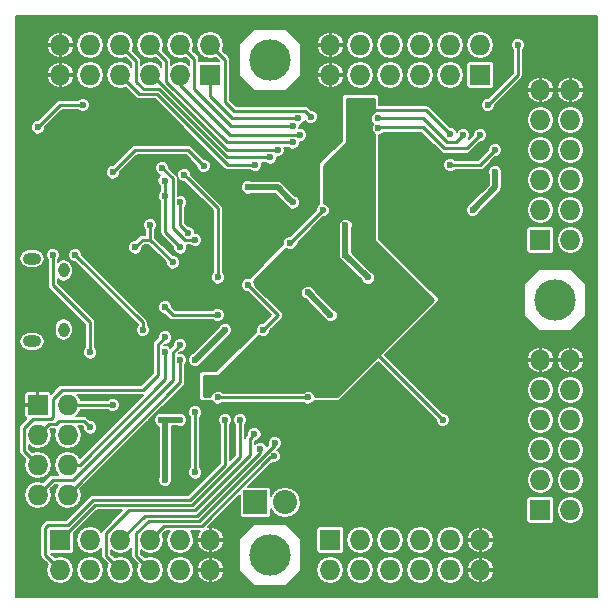
<source format=gbl>
G04 #@! TF.FileFunction,Copper,L2,Bot,Signal*
%FSLAX46Y46*%
G04 Gerber Fmt 4.6, Leading zero omitted, Abs format (unit mm)*
G04 Created by KiCad (PCBNEW 0.201602101416+6546~42~ubuntu14.04.1-product) date Thu 11 Feb 2016 08:58:18 AM CET*
%MOMM*%
G01*
G04 APERTURE LIST*
%ADD10C,0.100000*%
%ADD11O,0.950000X1.250000*%
%ADD12O,1.550000X1.000000*%
%ADD13R,1.727200X1.727200*%
%ADD14O,1.727200X1.727200*%
%ADD15R,2.032000X2.032000*%
%ADD16O,2.032000X2.032000*%
%ADD17C,3.500000*%
%ADD18C,0.600000*%
%ADD19C,0.250000*%
%ADD20C,0.500000*%
%ADD21C,0.200000*%
%ADD22C,0.254000*%
G04 APERTURE END LIST*
D10*
D11*
X104432540Y-121959100D03*
X104432540Y-126959100D03*
D12*
X101732540Y-120959100D03*
X101732540Y-127959100D03*
D13*
X116840000Y-105410000D03*
D14*
X116840000Y-102870000D03*
X114300000Y-105410000D03*
X114300000Y-102870000D03*
X111760000Y-105410000D03*
X111760000Y-102870000D03*
X109220000Y-105410000D03*
X109220000Y-102870000D03*
X106680000Y-105410000D03*
X106680000Y-102870000D03*
X104140000Y-105410000D03*
X104140000Y-102870000D03*
D13*
X139700000Y-105410000D03*
D14*
X139700000Y-102870000D03*
X137160000Y-105410000D03*
X137160000Y-102870000D03*
X134620000Y-105410000D03*
X134620000Y-102870000D03*
X132080000Y-105410000D03*
X132080000Y-102870000D03*
X129540000Y-105410000D03*
X129540000Y-102870000D03*
X127000000Y-105410000D03*
X127000000Y-102870000D03*
D13*
X144780000Y-119380000D03*
D14*
X147320000Y-119380000D03*
X144780000Y-116840000D03*
X147320000Y-116840000D03*
X144780000Y-114300000D03*
X147320000Y-114300000D03*
X144780000Y-111760000D03*
X147320000Y-111760000D03*
X144780000Y-109220000D03*
X147320000Y-109220000D03*
X144780000Y-106680000D03*
X147320000Y-106680000D03*
D13*
X144780000Y-142240000D03*
D14*
X147320000Y-142240000D03*
X144780000Y-139700000D03*
X147320000Y-139700000D03*
X144780000Y-137160000D03*
X147320000Y-137160000D03*
X144780000Y-134620000D03*
X147320000Y-134620000D03*
X144780000Y-132080000D03*
X147320000Y-132080000D03*
X144780000Y-129540000D03*
X147320000Y-129540000D03*
D13*
X127000000Y-144780000D03*
D14*
X127000000Y-147320000D03*
X129540000Y-144780000D03*
X129540000Y-147320000D03*
X132080000Y-144780000D03*
X132080000Y-147320000D03*
X134620000Y-144780000D03*
X134620000Y-147320000D03*
X137160000Y-144780000D03*
X137160000Y-147320000D03*
X139700000Y-144780000D03*
X139700000Y-147320000D03*
D13*
X104140000Y-144780000D03*
D14*
X104140000Y-147320000D03*
X106680000Y-144780000D03*
X106680000Y-147320000D03*
X109220000Y-144780000D03*
X109220000Y-147320000D03*
X111760000Y-144780000D03*
X111760000Y-147320000D03*
X114300000Y-144780000D03*
X114300000Y-147320000D03*
X116840000Y-144780000D03*
X116840000Y-147320000D03*
D13*
X102235000Y-133350000D03*
D14*
X104775000Y-133350000D03*
X102235000Y-135890000D03*
X104775000Y-135890000D03*
X102235000Y-138430000D03*
X104775000Y-138430000D03*
X102235000Y-140970000D03*
X104775000Y-140970000D03*
D15*
X120650000Y-141605000D03*
D16*
X123190000Y-141605000D03*
D17*
X146050000Y-124460000D03*
X121920000Y-146050000D03*
X121920000Y-104140000D03*
D18*
X124305584Y-109050411D03*
X125361858Y-108948033D03*
X124460000Y-110490000D03*
X123825000Y-109689987D03*
X122555000Y-111760000D03*
X123825000Y-111125000D03*
X120650000Y-113030000D03*
X121920000Y-112395000D03*
X118110000Y-127000000D03*
X115570000Y-129540000D03*
X125095000Y-123825000D03*
X127000000Y-125730000D03*
X123825000Y-116205000D03*
X120015000Y-114934978D03*
X112649000Y-134620000D03*
X128270000Y-118110000D03*
X139065000Y-116840000D03*
X140970000Y-113665000D03*
X114300000Y-134620000D03*
X113030000Y-139700000D03*
X130175000Y-122555000D03*
X128270000Y-120650004D03*
X111760000Y-130175000D03*
X104140000Y-112550000D03*
X106680000Y-116840000D03*
X108585000Y-116205000D03*
X125095000Y-114935000D03*
X124460000Y-107315000D03*
X119380000Y-127635000D03*
X116840000Y-135890000D03*
X142240000Y-107315000D03*
X117484064Y-113172009D03*
X131444996Y-116205000D03*
X132590544Y-131569456D03*
X101600000Y-106680000D03*
X121285000Y-119380000D03*
X138430000Y-123190000D03*
X135890000Y-128905000D03*
X125730000Y-133985000D03*
X116205000Y-124460000D03*
X108585000Y-111760000D03*
X104930000Y-116840000D03*
X106680000Y-135254970D03*
X117475008Y-125730000D03*
X113030000Y-125095000D03*
X121920000Y-130810000D03*
X108585000Y-133350000D03*
X125730000Y-118745000D03*
X116859605Y-131699375D03*
X127000000Y-113665000D03*
X137147039Y-110429024D03*
X136525000Y-134620000D03*
X128270000Y-130810000D03*
X129540000Y-119380000D03*
X129794000Y-108204000D03*
X120015000Y-123190000D03*
X121285000Y-127000000D03*
X125095000Y-132715000D03*
X117475000Y-132715000D03*
X115570000Y-133985000D03*
X115570000Y-139065000D03*
X112777562Y-113282438D03*
X115570000Y-119380000D03*
X114944999Y-118754999D03*
X114300000Y-116205000D03*
X112970606Y-114359394D03*
X114300000Y-120015000D03*
X113030000Y-115675010D03*
X110490000Y-120015000D03*
X108585000Y-113665000D03*
X116272089Y-113097089D03*
X111760000Y-118110000D03*
X113665000Y-121285000D03*
X119380010Y-134620000D03*
X118110000Y-134620000D03*
X121090029Y-137063334D03*
X120581120Y-135821120D03*
X122244103Y-137704033D03*
X122301250Y-136569834D03*
X105410000Y-120650000D03*
X111125000Y-127000000D03*
X114633691Y-113865732D03*
X117475000Y-122555000D03*
X123602963Y-119602071D03*
X126365000Y-116839942D03*
X131015097Y-109079012D03*
X138264971Y-110490000D03*
X131064986Y-109877467D03*
X139700000Y-110490000D03*
X106070021Y-107950000D03*
X102235000Y-109855000D03*
X106680000Y-128905000D03*
X103505000Y-120650000D03*
X113030000Y-127635000D03*
X113030000Y-128905000D03*
X114300000Y-128270000D03*
X114300000Y-129540000D03*
X142875000Y-102870000D03*
X140335000Y-107950000D03*
X140970000Y-111760000D03*
X137160000Y-113030000D03*
D19*
X116840000Y-105410000D02*
X116840000Y-107188000D01*
X116840000Y-107188000D02*
X118702411Y-109050411D01*
X118702411Y-109050411D02*
X123881320Y-109050411D01*
X123881320Y-109050411D02*
X124305584Y-109050411D01*
X116840000Y-102870000D02*
X118110000Y-104140000D01*
X118110000Y-104140000D02*
X118110000Y-107696000D01*
X118110000Y-107696000D02*
X118839410Y-108425410D01*
X118839410Y-108425410D02*
X124839235Y-108425410D01*
X124839235Y-108425410D02*
X125061859Y-108648034D01*
X125061859Y-108648034D02*
X125361858Y-108948033D01*
X124460000Y-110490000D02*
X118491000Y-110490000D01*
X118491000Y-110490000D02*
X114300000Y-106299000D01*
X114300000Y-106299000D02*
X114300000Y-105410000D01*
X114300000Y-102870000D02*
X115488601Y-104058601D01*
X115488601Y-104058601D02*
X115488601Y-106598601D01*
X123400736Y-109689987D02*
X123825000Y-109689987D01*
X115488601Y-106598601D02*
X118579987Y-109689987D01*
X118579987Y-109689987D02*
X123400736Y-109689987D01*
X111933401Y-105410000D02*
X111760000Y-105410000D01*
X122555000Y-111760000D02*
X118283401Y-111760000D01*
X118283401Y-111760000D02*
X111933401Y-105410000D01*
X113121399Y-105975729D02*
X113121399Y-104231399D01*
X123825000Y-111125000D02*
X118270670Y-111125000D01*
X118270670Y-111125000D02*
X113121399Y-105975729D01*
X113121399Y-104231399D02*
X112623599Y-103733599D01*
X112623599Y-103733599D02*
X111760000Y-102870000D01*
X120650000Y-113030000D02*
X118308864Y-113030000D01*
X110838612Y-107028612D02*
X110083599Y-106273599D01*
X112307476Y-107028612D02*
X110838612Y-107028612D01*
X110083599Y-106273599D02*
X109220000Y-105410000D01*
X118308864Y-113030000D02*
X112307476Y-107028612D01*
X110083599Y-103733599D02*
X109220000Y-102870000D01*
X110581399Y-105975729D02*
X110581399Y-104231399D01*
X110581399Y-104231399D02*
X110083599Y-103733599D01*
X111194271Y-106588601D02*
X110581399Y-105975729D01*
X121920000Y-112395000D02*
X118296132Y-112395000D01*
X112489733Y-106588601D02*
X111194271Y-106588601D01*
X118296132Y-112395000D02*
X112489733Y-106588601D01*
D20*
X115570000Y-129540000D02*
X118110000Y-127000000D01*
X127000000Y-125730000D02*
X125095000Y-123825000D01*
X122554978Y-114934978D02*
X123525001Y-115905001D01*
X120015000Y-114934978D02*
X122554978Y-114934978D01*
X123525001Y-115905001D02*
X123825000Y-116205000D01*
X114300000Y-134620000D02*
X113030000Y-134620000D01*
X113030000Y-134620000D02*
X112649000Y-134620000D01*
X113030000Y-139700000D02*
X113030000Y-135001000D01*
X113030000Y-135001000D02*
X113030000Y-134620000D01*
X128270000Y-120650004D02*
X128270000Y-118110000D01*
X140970000Y-113665000D02*
X140970000Y-114935000D01*
X140970000Y-114935000D02*
X139065000Y-116840000D01*
X128270000Y-120650004D02*
X128270004Y-120650004D01*
X128270004Y-120650004D02*
X130175000Y-122555000D01*
D19*
X102235000Y-135890000D02*
X103156388Y-134968612D01*
X103156388Y-134968612D02*
X103791388Y-134968612D01*
X103791388Y-134968612D02*
X104048601Y-134711399D01*
X104048601Y-134711399D02*
X106136429Y-134711399D01*
X106136429Y-134711399D02*
X106380001Y-134954971D01*
X106380001Y-134954971D02*
X106680000Y-135254970D01*
X117050744Y-125730000D02*
X117475008Y-125730000D01*
X113665000Y-125730000D02*
X117050744Y-125730000D01*
X113030000Y-125095000D02*
X113665000Y-125730000D01*
X115570000Y-125730000D02*
X117475008Y-125730000D01*
X104775000Y-133350000D02*
X108585000Y-133350000D01*
X137147039Y-110429024D02*
X135131008Y-108412993D01*
X135131008Y-108412993D02*
X130601007Y-108412993D01*
X130601007Y-108412993D02*
X130392014Y-108204000D01*
X130392014Y-108204000D02*
X129794000Y-108204000D01*
X130175000Y-128270000D02*
X130810000Y-128905000D01*
X136525000Y-134620000D02*
X130175000Y-128270000D01*
X121285000Y-127000000D02*
X122555000Y-125730000D01*
X122555000Y-125730000D02*
X120015000Y-123190000D01*
X117475000Y-132715000D02*
X125095000Y-132715000D01*
X112777562Y-113282438D02*
X113665000Y-114169876D01*
X113665000Y-114169876D02*
X113665000Y-118385202D01*
X113665000Y-118385202D02*
X114659798Y-119380000D01*
X114659798Y-119380000D02*
X115145736Y-119380000D01*
X115145736Y-119380000D02*
X115570000Y-119380000D01*
X115570000Y-139065000D02*
X115570000Y-133985000D01*
X114300000Y-118110000D02*
X114944999Y-118754999D01*
X114300000Y-118110000D02*
X114300000Y-116205000D01*
X113030000Y-115675010D02*
X113030000Y-114418788D01*
X113030000Y-114418788D02*
X112970606Y-114359394D01*
X114300000Y-120015000D02*
X113030000Y-118745000D01*
X113030000Y-118745000D02*
X113030000Y-115675010D01*
X110490000Y-120015000D02*
X111125000Y-119380000D01*
X111125000Y-119380000D02*
X111760000Y-119380000D01*
X114300000Y-111760000D02*
X110490000Y-111760000D01*
X110490000Y-111760000D02*
X108585000Y-113665000D01*
X116272089Y-113097089D02*
X114935000Y-111760000D01*
X114935000Y-111760000D02*
X114300000Y-111760000D01*
X113665000Y-121285000D02*
X111760000Y-119380000D01*
X111760000Y-119380000D02*
X111760000Y-118110000D01*
X119380002Y-134620008D02*
X119380010Y-134620000D01*
X107078646Y-141841354D02*
X115333645Y-141841354D01*
X119380002Y-135044264D02*
X119380002Y-134620008D01*
X104140000Y-144780000D02*
X107078646Y-141841354D01*
X119380002Y-135254998D02*
X119380002Y-135044264D01*
X119380000Y-135255000D02*
X119380002Y-135254998D01*
X115333645Y-141841354D02*
X119380002Y-137794997D01*
X119380002Y-137794997D02*
X119380002Y-135044264D01*
X118110000Y-135044264D02*
X118110000Y-134620000D01*
X106883655Y-141401345D02*
X115138655Y-141401345D01*
X102870000Y-146050000D02*
X102870000Y-143764000D01*
X104775000Y-143510000D02*
X106883655Y-141401345D01*
X102870000Y-143764000D02*
X103124000Y-143510000D01*
X104140000Y-147320000D02*
X102870000Y-146050000D01*
X115138655Y-141401345D02*
X118110000Y-138430000D01*
X118110000Y-138430000D02*
X118110000Y-135044264D01*
X103124000Y-143510000D02*
X104775000Y-143510000D01*
X109220000Y-144780000D02*
X111278623Y-142721377D01*
X111278623Y-142721377D02*
X115698161Y-142721377D01*
X121031000Y-137388538D02*
X121031000Y-137122363D01*
X115698161Y-142721377D02*
X121031000Y-137388538D01*
X121031000Y-137122363D02*
X121090029Y-137063334D01*
X120225545Y-137571724D02*
X120225545Y-136176695D01*
X115515903Y-142281366D02*
X120225545Y-137571724D01*
X109959504Y-142281366D02*
X115515903Y-142281366D01*
X120281121Y-136121119D02*
X120581120Y-135821120D01*
X108031399Y-146131399D02*
X108031399Y-144209471D01*
X109220000Y-147320000D02*
X108031399Y-146131399D01*
X108031399Y-144209471D02*
X109959504Y-142281366D01*
X120225545Y-136176695D02*
X120281121Y-136121119D01*
X111760000Y-144780000D02*
X112938601Y-143601399D01*
X112938601Y-143601399D02*
X116113601Y-143601399D01*
X116113601Y-143601399D02*
X121920000Y-137795000D01*
X122174000Y-137795000D02*
X122174000Y-137774136D01*
X121920000Y-137795000D02*
X122174000Y-137795000D01*
X122174000Y-137774136D02*
X122244103Y-137704033D01*
X111760000Y-147320000D02*
X110571399Y-146131399D01*
X110571399Y-146131399D02*
X110571399Y-144209471D01*
X122299367Y-136779000D02*
X122301000Y-136779000D01*
X110571399Y-144209471D02*
X111619482Y-143161388D01*
X111619482Y-143161388D02*
X115916979Y-143161388D01*
X115916979Y-143161388D02*
X122299367Y-136779000D01*
X122301000Y-136779000D02*
X122301000Y-136570084D01*
X122301000Y-136570084D02*
X122301250Y-136569834D01*
X111125000Y-127000000D02*
X111125000Y-126365000D01*
X111125000Y-126365000D02*
X105410000Y-120650000D01*
X117475000Y-122555000D02*
X117475000Y-116707041D01*
X114933690Y-114165731D02*
X114633691Y-113865732D01*
X117475000Y-116707041D02*
X114933690Y-114165731D01*
X138264971Y-110490000D02*
X137629971Y-111125000D01*
X137629971Y-111125000D02*
X136906000Y-111125000D01*
X136906000Y-111125000D02*
X134860012Y-109079012D01*
X134860012Y-109079012D02*
X131015097Y-109079012D01*
X123602963Y-119601979D02*
X123602963Y-119602071D01*
X126365000Y-116839942D02*
X123602963Y-119601979D01*
X139700000Y-110490000D02*
X138557000Y-111633000D01*
X138557000Y-111633000D02*
X136652000Y-111633000D01*
X136652000Y-111633000D02*
X134874000Y-109855000D01*
X134874000Y-109855000D02*
X131087453Y-109855000D01*
X131087453Y-109855000D02*
X131064986Y-109877467D01*
X104140000Y-107950000D02*
X105645757Y-107950000D01*
X102235000Y-109855000D02*
X104140000Y-107950000D01*
X105645757Y-107950000D02*
X106070021Y-107950000D01*
X103505000Y-120650000D02*
X103505000Y-123190000D01*
X103505000Y-123190000D02*
X106680000Y-126365000D01*
X106680000Y-126365000D02*
X106680000Y-128480736D01*
X106680000Y-128480736D02*
X106680000Y-128905000D01*
X106680000Y-127635000D02*
X106680000Y-128905000D01*
X113030000Y-127635000D02*
X112395000Y-128270000D01*
X112395000Y-130782734D02*
X112414999Y-130802733D01*
X112395000Y-128270000D02*
X112395000Y-130782734D01*
X111137732Y-132080000D02*
X112414999Y-130802733D01*
X104285870Y-132080000D02*
X111137732Y-132080000D01*
X103350601Y-134528601D02*
X103505000Y-134374202D01*
X101837269Y-134528601D02*
X103350601Y-134528601D01*
X101046399Y-135319471D02*
X101837269Y-134528601D01*
X101046399Y-137241399D02*
X101046399Y-135319471D01*
X103505000Y-134374202D02*
X103505000Y-132860870D01*
X103505000Y-132860870D02*
X104285870Y-132080000D01*
X102235000Y-138430000D02*
X101046399Y-137241399D01*
X104775000Y-138430000D02*
X105791000Y-138430000D01*
X105791000Y-138430000D02*
X113030000Y-131191000D01*
X113030000Y-131191000D02*
X113030000Y-129329264D01*
X113030000Y-129329264D02*
X113030000Y-128905000D01*
X102235000Y-140970000D02*
X103505000Y-139700000D01*
X103505000Y-139700000D02*
X105249330Y-139700000D01*
X105249330Y-139700000D02*
X113684998Y-131264332D01*
X114000001Y-128569999D02*
X114300000Y-128270000D01*
X113684998Y-131264332D02*
X113684998Y-128885002D01*
X113684998Y-128885002D02*
X114000001Y-128569999D01*
X114300000Y-129964264D02*
X114300000Y-129540000D01*
X104775000Y-140970000D02*
X114300000Y-131445000D01*
X114300000Y-131445000D02*
X114300000Y-129964264D01*
X140335000Y-107950000D02*
X142875000Y-105410000D01*
X142875000Y-105410000D02*
X142875000Y-102870000D01*
X137160000Y-113030000D02*
X139700000Y-113030000D01*
X139700000Y-113030000D02*
X140970000Y-111760000D01*
D21*
G36*
X149625000Y-149625000D02*
X100375000Y-149625000D01*
X100375000Y-143764000D01*
X102445000Y-143764000D01*
X102445000Y-146050000D01*
X102466164Y-146156400D01*
X102477351Y-146212641D01*
X102569480Y-146350520D01*
X103062803Y-146843843D01*
X103042178Y-146874710D01*
X102953604Y-147320000D01*
X103042178Y-147765290D01*
X103294415Y-148142789D01*
X103671914Y-148395026D01*
X104117204Y-148483600D01*
X104162796Y-148483600D01*
X104608086Y-148395026D01*
X104985585Y-148142789D01*
X105237822Y-147765290D01*
X105326396Y-147320000D01*
X105493604Y-147320000D01*
X105582178Y-147765290D01*
X105834415Y-148142789D01*
X106211914Y-148395026D01*
X106657204Y-148483600D01*
X106702796Y-148483600D01*
X107148086Y-148395026D01*
X107525585Y-148142789D01*
X107777822Y-147765290D01*
X107866396Y-147320000D01*
X107777822Y-146874710D01*
X107525585Y-146497211D01*
X107148086Y-146244974D01*
X106702796Y-146156400D01*
X106657204Y-146156400D01*
X106211914Y-146244974D01*
X105834415Y-146497211D01*
X105582178Y-146874710D01*
X105493604Y-147320000D01*
X105326396Y-147320000D01*
X105237822Y-146874710D01*
X104985585Y-146497211D01*
X104608086Y-146244974D01*
X104162796Y-146156400D01*
X104117204Y-146156400D01*
X103671914Y-146244974D01*
X103668377Y-146247337D01*
X103370517Y-145949477D01*
X105003600Y-145949477D01*
X105120654Y-145926193D01*
X105219888Y-145859888D01*
X105286193Y-145760654D01*
X105309477Y-145643600D01*
X105309477Y-144211563D01*
X107254686Y-142266354D01*
X109373475Y-142266354D01*
X107730879Y-143908951D01*
X107638750Y-144046830D01*
X107638750Y-144046831D01*
X107626527Y-144108281D01*
X107525585Y-143957211D01*
X107148086Y-143704974D01*
X106702796Y-143616400D01*
X106657204Y-143616400D01*
X106211914Y-143704974D01*
X105834415Y-143957211D01*
X105582178Y-144334710D01*
X105493604Y-144780000D01*
X105582178Y-145225290D01*
X105834415Y-145602789D01*
X106211914Y-145855026D01*
X106657204Y-145943600D01*
X106702796Y-145943600D01*
X107148086Y-145855026D01*
X107525585Y-145602789D01*
X107606399Y-145481842D01*
X107606399Y-146131399D01*
X107633383Y-146267056D01*
X107638750Y-146294040D01*
X107730879Y-146431919D01*
X108142803Y-146843843D01*
X108122178Y-146874710D01*
X108033604Y-147320000D01*
X108122178Y-147765290D01*
X108374415Y-148142789D01*
X108751914Y-148395026D01*
X109197204Y-148483600D01*
X109242796Y-148483600D01*
X109688086Y-148395026D01*
X110065585Y-148142789D01*
X110317822Y-147765290D01*
X110406396Y-147320000D01*
X110317822Y-146874710D01*
X110065585Y-146497211D01*
X109688086Y-146244974D01*
X109242796Y-146156400D01*
X109197204Y-146156400D01*
X108751914Y-146244974D01*
X108748377Y-146247337D01*
X108456399Y-145955359D01*
X108456399Y-145657569D01*
X108751914Y-145855026D01*
X109197204Y-145943600D01*
X109242796Y-145943600D01*
X109688086Y-145855026D01*
X110065585Y-145602789D01*
X110146399Y-145481842D01*
X110146399Y-146131399D01*
X110173383Y-146267056D01*
X110178750Y-146294040D01*
X110270879Y-146431919D01*
X110682803Y-146843843D01*
X110662178Y-146874710D01*
X110573604Y-147320000D01*
X110662178Y-147765290D01*
X110914415Y-148142789D01*
X111291914Y-148395026D01*
X111737204Y-148483600D01*
X111782796Y-148483600D01*
X112228086Y-148395026D01*
X112605585Y-148142789D01*
X112857822Y-147765290D01*
X112946396Y-147320000D01*
X113113604Y-147320000D01*
X113202178Y-147765290D01*
X113454415Y-148142789D01*
X113831914Y-148395026D01*
X114277204Y-148483600D01*
X114322796Y-148483600D01*
X114768086Y-148395026D01*
X115145585Y-148142789D01*
X115397822Y-147765290D01*
X115440398Y-147551243D01*
X115699609Y-147551243D01*
X115870104Y-147962867D01*
X116189948Y-148285095D01*
X116608756Y-148460396D01*
X116790000Y-148407530D01*
X116790000Y-147370000D01*
X116890000Y-147370000D01*
X116890000Y-148407530D01*
X117071244Y-148460396D01*
X117490052Y-148285095D01*
X117809896Y-147962867D01*
X117980391Y-147551243D01*
X117927451Y-147370000D01*
X116890000Y-147370000D01*
X116790000Y-147370000D01*
X115752549Y-147370000D01*
X115699609Y-147551243D01*
X115440398Y-147551243D01*
X115486396Y-147320000D01*
X115440399Y-147088757D01*
X115699609Y-147088757D01*
X115752549Y-147270000D01*
X116790000Y-147270000D01*
X116790000Y-146232470D01*
X116890000Y-146232470D01*
X116890000Y-147270000D01*
X117927451Y-147270000D01*
X117980391Y-147088757D01*
X117809896Y-146677133D01*
X117490052Y-146354905D01*
X117071244Y-146179604D01*
X116890000Y-146232470D01*
X116790000Y-146232470D01*
X116608756Y-146179604D01*
X116189948Y-146354905D01*
X115870104Y-146677133D01*
X115699609Y-147088757D01*
X115440399Y-147088757D01*
X115397822Y-146874710D01*
X115145585Y-146497211D01*
X114768086Y-146244974D01*
X114322796Y-146156400D01*
X114277204Y-146156400D01*
X113831914Y-146244974D01*
X113454415Y-146497211D01*
X113202178Y-146874710D01*
X113113604Y-147320000D01*
X112946396Y-147320000D01*
X112857822Y-146874710D01*
X112605585Y-146497211D01*
X112228086Y-146244974D01*
X111782796Y-146156400D01*
X111737204Y-146156400D01*
X111291914Y-146244974D01*
X111288377Y-146247337D01*
X110996399Y-145955359D01*
X110996399Y-145657569D01*
X111291914Y-145855026D01*
X111737204Y-145943600D01*
X111782796Y-145943600D01*
X112228086Y-145855026D01*
X112605585Y-145602789D01*
X112857822Y-145225290D01*
X112946396Y-144780000D01*
X112857822Y-144334710D01*
X112837197Y-144303843D01*
X113114642Y-144026399D01*
X113408185Y-144026399D01*
X113202178Y-144334710D01*
X113113604Y-144780000D01*
X113202178Y-145225290D01*
X113454415Y-145602789D01*
X113831914Y-145855026D01*
X114277204Y-145943600D01*
X114322796Y-145943600D01*
X114768086Y-145855026D01*
X115145585Y-145602789D01*
X115397822Y-145225290D01*
X115440398Y-145011243D01*
X115699609Y-145011243D01*
X115870104Y-145422867D01*
X116189948Y-145745095D01*
X116608756Y-145920396D01*
X116790000Y-145867530D01*
X116790000Y-144830000D01*
X116890000Y-144830000D01*
X116890000Y-145867530D01*
X117071244Y-145920396D01*
X117490052Y-145745095D01*
X117809896Y-145422867D01*
X117980391Y-145011243D01*
X117927451Y-144830000D01*
X116890000Y-144830000D01*
X116790000Y-144830000D01*
X115752549Y-144830000D01*
X115699609Y-145011243D01*
X115440398Y-145011243D01*
X115486396Y-144780000D01*
X119280000Y-144780000D01*
X119280000Y-147320000D01*
X119287612Y-147358268D01*
X119309289Y-147390711D01*
X120579289Y-148660711D01*
X120611732Y-148682388D01*
X120650000Y-148690000D01*
X123190000Y-148690000D01*
X123228268Y-148682388D01*
X123260711Y-148660711D01*
X124530711Y-147390711D01*
X124552388Y-147358268D01*
X124560000Y-147320000D01*
X125813604Y-147320000D01*
X125902178Y-147765290D01*
X126154415Y-148142789D01*
X126531914Y-148395026D01*
X126977204Y-148483600D01*
X127022796Y-148483600D01*
X127468086Y-148395026D01*
X127845585Y-148142789D01*
X128097822Y-147765290D01*
X128186396Y-147320000D01*
X128353604Y-147320000D01*
X128442178Y-147765290D01*
X128694415Y-148142789D01*
X129071914Y-148395026D01*
X129517204Y-148483600D01*
X129562796Y-148483600D01*
X130008086Y-148395026D01*
X130385585Y-148142789D01*
X130637822Y-147765290D01*
X130726396Y-147320000D01*
X130893604Y-147320000D01*
X130982178Y-147765290D01*
X131234415Y-148142789D01*
X131611914Y-148395026D01*
X132057204Y-148483600D01*
X132102796Y-148483600D01*
X132548086Y-148395026D01*
X132925585Y-148142789D01*
X133177822Y-147765290D01*
X133266396Y-147320000D01*
X133433604Y-147320000D01*
X133522178Y-147765290D01*
X133774415Y-148142789D01*
X134151914Y-148395026D01*
X134597204Y-148483600D01*
X134642796Y-148483600D01*
X135088086Y-148395026D01*
X135465585Y-148142789D01*
X135717822Y-147765290D01*
X135806396Y-147320000D01*
X135973604Y-147320000D01*
X136062178Y-147765290D01*
X136314415Y-148142789D01*
X136691914Y-148395026D01*
X137137204Y-148483600D01*
X137182796Y-148483600D01*
X137628086Y-148395026D01*
X138005585Y-148142789D01*
X138257822Y-147765290D01*
X138300398Y-147551243D01*
X138559609Y-147551243D01*
X138730104Y-147962867D01*
X139049948Y-148285095D01*
X139468756Y-148460396D01*
X139650000Y-148407530D01*
X139650000Y-147370000D01*
X139750000Y-147370000D01*
X139750000Y-148407530D01*
X139931244Y-148460396D01*
X140350052Y-148285095D01*
X140669896Y-147962867D01*
X140840391Y-147551243D01*
X140787451Y-147370000D01*
X139750000Y-147370000D01*
X139650000Y-147370000D01*
X138612549Y-147370000D01*
X138559609Y-147551243D01*
X138300398Y-147551243D01*
X138346396Y-147320000D01*
X138300399Y-147088757D01*
X138559609Y-147088757D01*
X138612549Y-147270000D01*
X139650000Y-147270000D01*
X139650000Y-146232470D01*
X139750000Y-146232470D01*
X139750000Y-147270000D01*
X140787451Y-147270000D01*
X140840391Y-147088757D01*
X140669896Y-146677133D01*
X140350052Y-146354905D01*
X139931244Y-146179604D01*
X139750000Y-146232470D01*
X139650000Y-146232470D01*
X139468756Y-146179604D01*
X139049948Y-146354905D01*
X138730104Y-146677133D01*
X138559609Y-147088757D01*
X138300399Y-147088757D01*
X138257822Y-146874710D01*
X138005585Y-146497211D01*
X137628086Y-146244974D01*
X137182796Y-146156400D01*
X137137204Y-146156400D01*
X136691914Y-146244974D01*
X136314415Y-146497211D01*
X136062178Y-146874710D01*
X135973604Y-147320000D01*
X135806396Y-147320000D01*
X135717822Y-146874710D01*
X135465585Y-146497211D01*
X135088086Y-146244974D01*
X134642796Y-146156400D01*
X134597204Y-146156400D01*
X134151914Y-146244974D01*
X133774415Y-146497211D01*
X133522178Y-146874710D01*
X133433604Y-147320000D01*
X133266396Y-147320000D01*
X133177822Y-146874710D01*
X132925585Y-146497211D01*
X132548086Y-146244974D01*
X132102796Y-146156400D01*
X132057204Y-146156400D01*
X131611914Y-146244974D01*
X131234415Y-146497211D01*
X130982178Y-146874710D01*
X130893604Y-147320000D01*
X130726396Y-147320000D01*
X130637822Y-146874710D01*
X130385585Y-146497211D01*
X130008086Y-146244974D01*
X129562796Y-146156400D01*
X129517204Y-146156400D01*
X129071914Y-146244974D01*
X128694415Y-146497211D01*
X128442178Y-146874710D01*
X128353604Y-147320000D01*
X128186396Y-147320000D01*
X128097822Y-146874710D01*
X127845585Y-146497211D01*
X127468086Y-146244974D01*
X127022796Y-146156400D01*
X126977204Y-146156400D01*
X126531914Y-146244974D01*
X126154415Y-146497211D01*
X125902178Y-146874710D01*
X125813604Y-147320000D01*
X124560000Y-147320000D01*
X124560000Y-144780000D01*
X124552388Y-144741732D01*
X124530711Y-144709289D01*
X123737822Y-143916400D01*
X125830523Y-143916400D01*
X125830523Y-145643600D01*
X125853807Y-145760654D01*
X125920112Y-145859888D01*
X126019346Y-145926193D01*
X126136400Y-145949477D01*
X127863600Y-145949477D01*
X127980654Y-145926193D01*
X128079888Y-145859888D01*
X128146193Y-145760654D01*
X128169477Y-145643600D01*
X128169477Y-144780000D01*
X128353604Y-144780000D01*
X128442178Y-145225290D01*
X128694415Y-145602789D01*
X129071914Y-145855026D01*
X129517204Y-145943600D01*
X129562796Y-145943600D01*
X130008086Y-145855026D01*
X130385585Y-145602789D01*
X130637822Y-145225290D01*
X130726396Y-144780000D01*
X130893604Y-144780000D01*
X130982178Y-145225290D01*
X131234415Y-145602789D01*
X131611914Y-145855026D01*
X132057204Y-145943600D01*
X132102796Y-145943600D01*
X132548086Y-145855026D01*
X132925585Y-145602789D01*
X133177822Y-145225290D01*
X133266396Y-144780000D01*
X133433604Y-144780000D01*
X133522178Y-145225290D01*
X133774415Y-145602789D01*
X134151914Y-145855026D01*
X134597204Y-145943600D01*
X134642796Y-145943600D01*
X135088086Y-145855026D01*
X135465585Y-145602789D01*
X135717822Y-145225290D01*
X135806396Y-144780000D01*
X135973604Y-144780000D01*
X136062178Y-145225290D01*
X136314415Y-145602789D01*
X136691914Y-145855026D01*
X137137204Y-145943600D01*
X137182796Y-145943600D01*
X137628086Y-145855026D01*
X138005585Y-145602789D01*
X138257822Y-145225290D01*
X138300398Y-145011243D01*
X138559609Y-145011243D01*
X138730104Y-145422867D01*
X139049948Y-145745095D01*
X139468756Y-145920396D01*
X139650000Y-145867530D01*
X139650000Y-144830000D01*
X139750000Y-144830000D01*
X139750000Y-145867530D01*
X139931244Y-145920396D01*
X140350052Y-145745095D01*
X140669896Y-145422867D01*
X140840391Y-145011243D01*
X140787451Y-144830000D01*
X139750000Y-144830000D01*
X139650000Y-144830000D01*
X138612549Y-144830000D01*
X138559609Y-145011243D01*
X138300398Y-145011243D01*
X138346396Y-144780000D01*
X138300399Y-144548757D01*
X138559609Y-144548757D01*
X138612549Y-144730000D01*
X139650000Y-144730000D01*
X139650000Y-143692470D01*
X139750000Y-143692470D01*
X139750000Y-144730000D01*
X140787451Y-144730000D01*
X140840391Y-144548757D01*
X140669896Y-144137133D01*
X140350052Y-143814905D01*
X139931244Y-143639604D01*
X139750000Y-143692470D01*
X139650000Y-143692470D01*
X139468756Y-143639604D01*
X139049948Y-143814905D01*
X138730104Y-144137133D01*
X138559609Y-144548757D01*
X138300399Y-144548757D01*
X138257822Y-144334710D01*
X138005585Y-143957211D01*
X137628086Y-143704974D01*
X137182796Y-143616400D01*
X137137204Y-143616400D01*
X136691914Y-143704974D01*
X136314415Y-143957211D01*
X136062178Y-144334710D01*
X135973604Y-144780000D01*
X135806396Y-144780000D01*
X135717822Y-144334710D01*
X135465585Y-143957211D01*
X135088086Y-143704974D01*
X134642796Y-143616400D01*
X134597204Y-143616400D01*
X134151914Y-143704974D01*
X133774415Y-143957211D01*
X133522178Y-144334710D01*
X133433604Y-144780000D01*
X133266396Y-144780000D01*
X133177822Y-144334710D01*
X132925585Y-143957211D01*
X132548086Y-143704974D01*
X132102796Y-143616400D01*
X132057204Y-143616400D01*
X131611914Y-143704974D01*
X131234415Y-143957211D01*
X130982178Y-144334710D01*
X130893604Y-144780000D01*
X130726396Y-144780000D01*
X130637822Y-144334710D01*
X130385585Y-143957211D01*
X130008086Y-143704974D01*
X129562796Y-143616400D01*
X129517204Y-143616400D01*
X129071914Y-143704974D01*
X128694415Y-143957211D01*
X128442178Y-144334710D01*
X128353604Y-144780000D01*
X128169477Y-144780000D01*
X128169477Y-143916400D01*
X128146193Y-143799346D01*
X128079888Y-143700112D01*
X127980654Y-143633807D01*
X127863600Y-143610523D01*
X126136400Y-143610523D01*
X126019346Y-143633807D01*
X125920112Y-143700112D01*
X125853807Y-143799346D01*
X125830523Y-143916400D01*
X123737822Y-143916400D01*
X123260711Y-143439289D01*
X123228268Y-143417612D01*
X123190000Y-143410000D01*
X120650000Y-143410000D01*
X120611732Y-143417612D01*
X120579289Y-143439289D01*
X119309289Y-144709289D01*
X119287612Y-144741732D01*
X119280000Y-144780000D01*
X115486396Y-144780000D01*
X115397822Y-144334710D01*
X115191815Y-144026399D01*
X115980019Y-144026399D01*
X115870104Y-144137133D01*
X115699609Y-144548757D01*
X115752549Y-144730000D01*
X116790000Y-144730000D01*
X116790000Y-143692470D01*
X116890000Y-143692470D01*
X116890000Y-144730000D01*
X117927451Y-144730000D01*
X117980391Y-144548757D01*
X117809896Y-144137133D01*
X117490052Y-143814905D01*
X117071244Y-143639604D01*
X116890000Y-143692470D01*
X116790000Y-143692470D01*
X116661153Y-143654887D01*
X119328123Y-140987918D01*
X119328123Y-142621000D01*
X119351407Y-142738054D01*
X119417712Y-142837288D01*
X119516946Y-142903593D01*
X119634000Y-142926877D01*
X121666000Y-142926877D01*
X121783054Y-142903593D01*
X121882288Y-142837288D01*
X121948593Y-142738054D01*
X121971877Y-142621000D01*
X121971877Y-142122840D01*
X121974175Y-142134393D01*
X122259447Y-142561335D01*
X122686389Y-142846607D01*
X123190000Y-142946782D01*
X123693611Y-142846607D01*
X124120553Y-142561335D01*
X124405825Y-142134393D01*
X124506000Y-141630782D01*
X124506000Y-141579218D01*
X124465657Y-141376400D01*
X143610523Y-141376400D01*
X143610523Y-143103600D01*
X143633807Y-143220654D01*
X143700112Y-143319888D01*
X143799346Y-143386193D01*
X143916400Y-143409477D01*
X145643600Y-143409477D01*
X145760654Y-143386193D01*
X145859888Y-143319888D01*
X145926193Y-143220654D01*
X145949477Y-143103600D01*
X145949477Y-142217204D01*
X146156400Y-142217204D01*
X146156400Y-142262796D01*
X146244974Y-142708086D01*
X146497211Y-143085585D01*
X146874710Y-143337822D01*
X147320000Y-143426396D01*
X147765290Y-143337822D01*
X148142789Y-143085585D01*
X148395026Y-142708086D01*
X148483600Y-142262796D01*
X148483600Y-142217204D01*
X148395026Y-141771914D01*
X148142789Y-141394415D01*
X147765290Y-141142178D01*
X147320000Y-141053604D01*
X146874710Y-141142178D01*
X146497211Y-141394415D01*
X146244974Y-141771914D01*
X146156400Y-142217204D01*
X145949477Y-142217204D01*
X145949477Y-141376400D01*
X145926193Y-141259346D01*
X145859888Y-141160112D01*
X145760654Y-141093807D01*
X145643600Y-141070523D01*
X143916400Y-141070523D01*
X143799346Y-141093807D01*
X143700112Y-141160112D01*
X143633807Y-141259346D01*
X143610523Y-141376400D01*
X124465657Y-141376400D01*
X124405825Y-141075607D01*
X124120553Y-140648665D01*
X123693611Y-140363393D01*
X123190000Y-140263218D01*
X122686389Y-140363393D01*
X122259447Y-140648665D01*
X121974175Y-141075607D01*
X121971877Y-141087160D01*
X121971877Y-140589000D01*
X121948593Y-140471946D01*
X121882288Y-140372712D01*
X121783054Y-140306407D01*
X121666000Y-140283123D01*
X120032918Y-140283123D01*
X120638837Y-139677204D01*
X143616400Y-139677204D01*
X143616400Y-139722796D01*
X143704974Y-140168086D01*
X143957211Y-140545585D01*
X144334710Y-140797822D01*
X144780000Y-140886396D01*
X145225290Y-140797822D01*
X145602789Y-140545585D01*
X145855026Y-140168086D01*
X145943600Y-139722796D01*
X145943600Y-139677204D01*
X146156400Y-139677204D01*
X146156400Y-139722796D01*
X146244974Y-140168086D01*
X146497211Y-140545585D01*
X146874710Y-140797822D01*
X147320000Y-140886396D01*
X147765290Y-140797822D01*
X148142789Y-140545585D01*
X148395026Y-140168086D01*
X148483600Y-139722796D01*
X148483600Y-139677204D01*
X148395026Y-139231914D01*
X148142789Y-138854415D01*
X147765290Y-138602178D01*
X147320000Y-138513604D01*
X146874710Y-138602178D01*
X146497211Y-138854415D01*
X146244974Y-139231914D01*
X146156400Y-139677204D01*
X145943600Y-139677204D01*
X145855026Y-139231914D01*
X145602789Y-138854415D01*
X145225290Y-138602178D01*
X144780000Y-138513604D01*
X144334710Y-138602178D01*
X143957211Y-138854415D01*
X143704974Y-139231914D01*
X143616400Y-139677204D01*
X120638837Y-139677204D01*
X122045008Y-138271033D01*
X122124232Y-138303929D01*
X122362927Y-138304137D01*
X122583532Y-138212985D01*
X122752462Y-138044350D01*
X122843999Y-137823904D01*
X122844207Y-137585209D01*
X122753055Y-137364604D01*
X122584420Y-137195674D01*
X122513276Y-137166132D01*
X122542204Y-137137204D01*
X143616400Y-137137204D01*
X143616400Y-137182796D01*
X143704974Y-137628086D01*
X143957211Y-138005585D01*
X144334710Y-138257822D01*
X144780000Y-138346396D01*
X145225290Y-138257822D01*
X145602789Y-138005585D01*
X145855026Y-137628086D01*
X145943600Y-137182796D01*
X145943600Y-137137204D01*
X146156400Y-137137204D01*
X146156400Y-137182796D01*
X146244974Y-137628086D01*
X146497211Y-138005585D01*
X146874710Y-138257822D01*
X147320000Y-138346396D01*
X147765290Y-138257822D01*
X148142789Y-138005585D01*
X148395026Y-137628086D01*
X148483600Y-137182796D01*
X148483600Y-137137204D01*
X148395026Y-136691914D01*
X148142789Y-136314415D01*
X147765290Y-136062178D01*
X147320000Y-135973604D01*
X146874710Y-136062178D01*
X146497211Y-136314415D01*
X146244974Y-136691914D01*
X146156400Y-137137204D01*
X145943600Y-137137204D01*
X145855026Y-136691914D01*
X145602789Y-136314415D01*
X145225290Y-136062178D01*
X144780000Y-135973604D01*
X144334710Y-136062178D01*
X143957211Y-136314415D01*
X143704974Y-136691914D01*
X143616400Y-137137204D01*
X122542204Y-137137204D01*
X122572417Y-137106991D01*
X122640679Y-137078786D01*
X122809609Y-136910151D01*
X122901146Y-136689705D01*
X122901354Y-136451010D01*
X122810202Y-136230405D01*
X122641567Y-136061475D01*
X122421121Y-135969938D01*
X122182426Y-135969730D01*
X121961821Y-136060882D01*
X121792891Y-136229517D01*
X121701354Y-136449963D01*
X121701146Y-136688658D01*
X121726736Y-136750590D01*
X121644136Y-136833190D01*
X121598981Y-136723905D01*
X121430346Y-136554975D01*
X121209900Y-136463438D01*
X120971205Y-136463230D01*
X120750600Y-136554382D01*
X120650545Y-136654262D01*
X120650545Y-136421181D01*
X120699944Y-136421224D01*
X120920549Y-136330072D01*
X121089479Y-136161437D01*
X121181016Y-135940991D01*
X121181224Y-135702296D01*
X121090072Y-135481691D01*
X120921437Y-135312761D01*
X120700991Y-135221224D01*
X120462296Y-135221016D01*
X120241691Y-135312168D01*
X120072761Y-135480803D01*
X119981224Y-135701249D01*
X119981120Y-135820080D01*
X119980603Y-135820597D01*
X119980600Y-135820599D01*
X119925025Y-135876175D01*
X119832896Y-136014054D01*
X119832896Y-136014055D01*
X119805002Y-136154288D01*
X119805002Y-135043538D01*
X119888369Y-134960317D01*
X119979906Y-134739871D01*
X119980114Y-134501176D01*
X119888962Y-134280571D01*
X119720327Y-134111641D01*
X119499881Y-134020104D01*
X119261186Y-134019896D01*
X119040581Y-134111048D01*
X118871651Y-134279683D01*
X118780114Y-134500129D01*
X118779906Y-134738824D01*
X118871058Y-134959429D01*
X118955002Y-135043520D01*
X118955002Y-135254995D01*
X118955001Y-135255000D01*
X118955002Y-135255005D01*
X118955002Y-137618957D01*
X118535000Y-138038959D01*
X118535000Y-135043530D01*
X118618359Y-134960317D01*
X118709896Y-134739871D01*
X118710104Y-134501176D01*
X118618952Y-134280571D01*
X118450317Y-134111641D01*
X118229871Y-134020104D01*
X117991176Y-134019896D01*
X117770571Y-134111048D01*
X117601641Y-134279683D01*
X117510104Y-134500129D01*
X117509896Y-134738824D01*
X117601048Y-134959429D01*
X117685000Y-135043528D01*
X117685000Y-138253959D01*
X114962615Y-140976345D01*
X106883655Y-140976345D01*
X106721015Y-141008696D01*
X106721013Y-141008697D01*
X106721014Y-141008697D01*
X106583134Y-141100825D01*
X104598960Y-143085000D01*
X103124000Y-143085000D01*
X102961360Y-143117351D01*
X102961358Y-143117352D01*
X102961359Y-143117352D01*
X102823479Y-143209480D01*
X102569480Y-143463480D01*
X102477351Y-143601359D01*
X102477351Y-143601360D01*
X102445000Y-143764000D01*
X100375000Y-143764000D01*
X100375000Y-135319471D01*
X100621399Y-135319471D01*
X100621399Y-137241399D01*
X100645729Y-137363716D01*
X100653750Y-137404040D01*
X100745879Y-137541919D01*
X101157803Y-137953843D01*
X101137178Y-137984710D01*
X101048604Y-138430000D01*
X101137178Y-138875290D01*
X101389415Y-139252789D01*
X101766914Y-139505026D01*
X102212204Y-139593600D01*
X102257796Y-139593600D01*
X102703086Y-139505026D01*
X103080585Y-139252789D01*
X103332822Y-138875290D01*
X103421396Y-138430000D01*
X103332822Y-137984710D01*
X103080585Y-137607211D01*
X102703086Y-137354974D01*
X102257796Y-137266400D01*
X102212204Y-137266400D01*
X101766914Y-137354974D01*
X101763377Y-137357337D01*
X101471399Y-137065359D01*
X101471399Y-136767569D01*
X101766914Y-136965026D01*
X102212204Y-137053600D01*
X102257796Y-137053600D01*
X102703086Y-136965026D01*
X103080585Y-136712789D01*
X103332822Y-136335290D01*
X103421396Y-135890000D01*
X103332822Y-135444710D01*
X103312198Y-135413843D01*
X103332429Y-135393612D01*
X103711321Y-135393612D01*
X103677178Y-135444710D01*
X103588604Y-135890000D01*
X103677178Y-136335290D01*
X103929415Y-136712789D01*
X104306914Y-136965026D01*
X104752204Y-137053600D01*
X104797796Y-137053600D01*
X105243086Y-136965026D01*
X105620585Y-136712789D01*
X105872822Y-136335290D01*
X105961396Y-135890000D01*
X105872822Y-135444710D01*
X105666815Y-135136399D01*
X105960388Y-135136399D01*
X106079481Y-135255492D01*
X106079484Y-135255494D01*
X106079999Y-135256009D01*
X106079896Y-135373794D01*
X106171048Y-135594399D01*
X106339683Y-135763329D01*
X106560129Y-135854866D01*
X106798824Y-135855074D01*
X107019429Y-135763922D01*
X107188359Y-135595287D01*
X107279896Y-135374841D01*
X107280104Y-135136146D01*
X107188952Y-134915541D01*
X107020317Y-134746611D01*
X106799871Y-134655074D01*
X106681040Y-134654970D01*
X106680524Y-134654454D01*
X106680522Y-134654451D01*
X106436949Y-134410879D01*
X106299070Y-134318750D01*
X106272086Y-134313383D01*
X106136429Y-134286399D01*
X105450556Y-134286399D01*
X105620585Y-134172789D01*
X105872822Y-133795290D01*
X105876858Y-133775000D01*
X108161470Y-133775000D01*
X108244683Y-133858359D01*
X108465129Y-133949896D01*
X108703824Y-133950104D01*
X108924429Y-133858952D01*
X109093359Y-133690317D01*
X109184896Y-133469871D01*
X109185104Y-133231176D01*
X109093952Y-133010571D01*
X108925317Y-132841641D01*
X108704871Y-132750104D01*
X108466176Y-132749896D01*
X108245571Y-132841048D01*
X108161472Y-132925000D01*
X105876858Y-132925000D01*
X105872822Y-132904710D01*
X105620585Y-132527211D01*
X105587344Y-132505000D01*
X111114960Y-132505000D01*
X105777664Y-137842296D01*
X105620585Y-137607211D01*
X105243086Y-137354974D01*
X104797796Y-137266400D01*
X104752204Y-137266400D01*
X104306914Y-137354974D01*
X103929415Y-137607211D01*
X103677178Y-137984710D01*
X103588604Y-138430000D01*
X103677178Y-138875290D01*
X103929415Y-139252789D01*
X103962656Y-139275000D01*
X103505000Y-139275000D01*
X103342360Y-139307351D01*
X103342358Y-139307352D01*
X103342359Y-139307352D01*
X103204479Y-139399480D01*
X102706622Y-139897337D01*
X102703086Y-139894974D01*
X102257796Y-139806400D01*
X102212204Y-139806400D01*
X101766914Y-139894974D01*
X101389415Y-140147211D01*
X101137178Y-140524710D01*
X101048604Y-140970000D01*
X101137178Y-141415290D01*
X101389415Y-141792789D01*
X101766914Y-142045026D01*
X102212204Y-142133600D01*
X102257796Y-142133600D01*
X102703086Y-142045026D01*
X103080585Y-141792789D01*
X103332822Y-141415290D01*
X103421396Y-140970000D01*
X103332822Y-140524710D01*
X103312197Y-140493843D01*
X103681041Y-140125000D01*
X103962656Y-140125000D01*
X103929415Y-140147211D01*
X103677178Y-140524710D01*
X103588604Y-140970000D01*
X103677178Y-141415290D01*
X103929415Y-141792789D01*
X104306914Y-142045026D01*
X104752204Y-142133600D01*
X104797796Y-142133600D01*
X105243086Y-142045026D01*
X105620585Y-141792789D01*
X105872822Y-141415290D01*
X105961396Y-140970000D01*
X105872822Y-140524710D01*
X105852197Y-140493843D01*
X111607216Y-134738824D01*
X112048896Y-134738824D01*
X112140048Y-134959429D01*
X112308683Y-135128359D01*
X112480000Y-135199496D01*
X112480000Y-139459966D01*
X112430104Y-139580129D01*
X112429896Y-139818824D01*
X112521048Y-140039429D01*
X112689683Y-140208359D01*
X112910129Y-140299896D01*
X113148824Y-140300104D01*
X113369429Y-140208952D01*
X113538359Y-140040317D01*
X113629896Y-139819871D01*
X113630104Y-139581176D01*
X113580000Y-139459915D01*
X113580000Y-135170000D01*
X114059966Y-135170000D01*
X114180129Y-135219896D01*
X114418824Y-135220104D01*
X114639429Y-135128952D01*
X114808359Y-134960317D01*
X114899896Y-134739871D01*
X114900104Y-134501176D01*
X114808952Y-134280571D01*
X114640317Y-134111641D01*
X114621492Y-134103824D01*
X114969896Y-134103824D01*
X115061048Y-134324429D01*
X115145000Y-134408528D01*
X115145000Y-138641470D01*
X115061641Y-138724683D01*
X114970104Y-138945129D01*
X114969896Y-139183824D01*
X115061048Y-139404429D01*
X115229683Y-139573359D01*
X115450129Y-139664896D01*
X115688824Y-139665104D01*
X115909429Y-139573952D01*
X116078359Y-139405317D01*
X116169896Y-139184871D01*
X116170104Y-138946176D01*
X116078952Y-138725571D01*
X115995000Y-138641472D01*
X115995000Y-134408530D01*
X116078359Y-134325317D01*
X116169896Y-134104871D01*
X116170104Y-133866176D01*
X116078952Y-133645571D01*
X115910317Y-133476641D01*
X115689871Y-133385104D01*
X115451176Y-133384896D01*
X115230571Y-133476048D01*
X115061641Y-133644683D01*
X114970104Y-133865129D01*
X114969896Y-134103824D01*
X114621492Y-134103824D01*
X114419871Y-134020104D01*
X114181176Y-134019896D01*
X114059915Y-134070000D01*
X112889034Y-134070000D01*
X112768871Y-134020104D01*
X112530176Y-134019896D01*
X112309571Y-134111048D01*
X112140641Y-134279683D01*
X112049104Y-134500129D01*
X112048896Y-134738824D01*
X111607216Y-134738824D01*
X114600520Y-131745521D01*
X114692648Y-131607641D01*
X114692649Y-131607640D01*
X114725000Y-131445000D01*
X114725000Y-130810000D01*
X115905000Y-130810000D01*
X115905000Y-132715000D01*
X115927836Y-132829805D01*
X115992868Y-132927132D01*
X116090195Y-132992164D01*
X116205000Y-133015000D01*
X116949756Y-133015000D01*
X116966048Y-133054429D01*
X117134683Y-133223359D01*
X117355129Y-133314896D01*
X117593824Y-133315104D01*
X117814429Y-133223952D01*
X117898528Y-133140000D01*
X124671470Y-133140000D01*
X124754683Y-133223359D01*
X124975129Y-133314896D01*
X125213824Y-133315104D01*
X125434429Y-133223952D01*
X125603359Y-133055317D01*
X125620100Y-133015000D01*
X127635000Y-133015000D01*
X127749805Y-132992164D01*
X127847132Y-132927132D01*
X131039112Y-129735152D01*
X135924999Y-134621039D01*
X135924896Y-134738824D01*
X136016048Y-134959429D01*
X136184683Y-135128359D01*
X136405129Y-135219896D01*
X136643824Y-135220104D01*
X136864429Y-135128952D01*
X137033359Y-134960317D01*
X137124896Y-134739871D01*
X137125020Y-134597204D01*
X143616400Y-134597204D01*
X143616400Y-134642796D01*
X143704974Y-135088086D01*
X143957211Y-135465585D01*
X144334710Y-135717822D01*
X144780000Y-135806396D01*
X145225290Y-135717822D01*
X145602789Y-135465585D01*
X145855026Y-135088086D01*
X145943600Y-134642796D01*
X145943600Y-134597204D01*
X146156400Y-134597204D01*
X146156400Y-134642796D01*
X146244974Y-135088086D01*
X146497211Y-135465585D01*
X146874710Y-135717822D01*
X147320000Y-135806396D01*
X147765290Y-135717822D01*
X148142789Y-135465585D01*
X148395026Y-135088086D01*
X148483600Y-134642796D01*
X148483600Y-134597204D01*
X148395026Y-134151914D01*
X148142789Y-133774415D01*
X147765290Y-133522178D01*
X147320000Y-133433604D01*
X146874710Y-133522178D01*
X146497211Y-133774415D01*
X146244974Y-134151914D01*
X146156400Y-134597204D01*
X145943600Y-134597204D01*
X145855026Y-134151914D01*
X145602789Y-133774415D01*
X145225290Y-133522178D01*
X144780000Y-133433604D01*
X144334710Y-133522178D01*
X143957211Y-133774415D01*
X143704974Y-134151914D01*
X143616400Y-134597204D01*
X137125020Y-134597204D01*
X137125104Y-134501176D01*
X137033952Y-134280571D01*
X136865317Y-134111641D01*
X136644871Y-134020104D01*
X136526040Y-134020000D01*
X134563244Y-132057204D01*
X143616400Y-132057204D01*
X143616400Y-132102796D01*
X143704974Y-132548086D01*
X143957211Y-132925585D01*
X144334710Y-133177822D01*
X144780000Y-133266396D01*
X145225290Y-133177822D01*
X145602789Y-132925585D01*
X145855026Y-132548086D01*
X145943600Y-132102796D01*
X145943600Y-132057204D01*
X146156400Y-132057204D01*
X146156400Y-132102796D01*
X146244974Y-132548086D01*
X146497211Y-132925585D01*
X146874710Y-133177822D01*
X147320000Y-133266396D01*
X147765290Y-133177822D01*
X148142789Y-132925585D01*
X148395026Y-132548086D01*
X148483600Y-132102796D01*
X148483600Y-132057204D01*
X148395026Y-131611914D01*
X148142789Y-131234415D01*
X147765290Y-130982178D01*
X147320000Y-130893604D01*
X146874710Y-130982178D01*
X146497211Y-131234415D01*
X146244974Y-131611914D01*
X146156400Y-132057204D01*
X145943600Y-132057204D01*
X145855026Y-131611914D01*
X145602789Y-131234415D01*
X145225290Y-130982178D01*
X144780000Y-130893604D01*
X144334710Y-130982178D01*
X143957211Y-131234415D01*
X143704974Y-131611914D01*
X143616400Y-132057204D01*
X134563244Y-132057204D01*
X132277284Y-129771244D01*
X143639604Y-129771244D01*
X143814905Y-130190052D01*
X144137133Y-130509896D01*
X144548757Y-130680391D01*
X144730000Y-130627451D01*
X144730000Y-129590000D01*
X144830000Y-129590000D01*
X144830000Y-130627451D01*
X145011243Y-130680391D01*
X145422867Y-130509896D01*
X145745095Y-130190052D01*
X145920396Y-129771244D01*
X146179604Y-129771244D01*
X146354905Y-130190052D01*
X146677133Y-130509896D01*
X147088757Y-130680391D01*
X147270000Y-130627451D01*
X147270000Y-129590000D01*
X147370000Y-129590000D01*
X147370000Y-130627451D01*
X147551243Y-130680391D01*
X147962867Y-130509896D01*
X148285095Y-130190052D01*
X148460396Y-129771244D01*
X148407530Y-129590000D01*
X147370000Y-129590000D01*
X147270000Y-129590000D01*
X146232470Y-129590000D01*
X146179604Y-129771244D01*
X145920396Y-129771244D01*
X145867530Y-129590000D01*
X144830000Y-129590000D01*
X144730000Y-129590000D01*
X143692470Y-129590000D01*
X143639604Y-129771244D01*
X132277284Y-129771244D01*
X131814796Y-129308756D01*
X143639604Y-129308756D01*
X143692470Y-129490000D01*
X144730000Y-129490000D01*
X144730000Y-128452549D01*
X144830000Y-128452549D01*
X144830000Y-129490000D01*
X145867530Y-129490000D01*
X145920396Y-129308756D01*
X146179604Y-129308756D01*
X146232470Y-129490000D01*
X147270000Y-129490000D01*
X147270000Y-128452549D01*
X147370000Y-128452549D01*
X147370000Y-129490000D01*
X148407530Y-129490000D01*
X148460396Y-129308756D01*
X148285095Y-128889948D01*
X147962867Y-128570104D01*
X147551243Y-128399609D01*
X147370000Y-128452549D01*
X147270000Y-128452549D01*
X147088757Y-128399609D01*
X146677133Y-128570104D01*
X146354905Y-128889948D01*
X146179604Y-129308756D01*
X145920396Y-129308756D01*
X145745095Y-128889948D01*
X145422867Y-128570104D01*
X145011243Y-128399609D01*
X144830000Y-128452549D01*
X144730000Y-128452549D01*
X144548757Y-128399609D01*
X144137133Y-128570104D01*
X143814905Y-128889948D01*
X143639604Y-129308756D01*
X131814796Y-129308756D01*
X131640152Y-129134112D01*
X136102132Y-124672132D01*
X136167164Y-124574805D01*
X136190000Y-124460000D01*
X136167164Y-124345195D01*
X136102132Y-124247868D01*
X135044264Y-123190000D01*
X143410000Y-123190000D01*
X143410000Y-125730000D01*
X143417612Y-125768268D01*
X143439289Y-125800711D01*
X144709289Y-127070711D01*
X144741732Y-127092388D01*
X144780000Y-127100000D01*
X147320000Y-127100000D01*
X147358268Y-127092388D01*
X147390711Y-127070711D01*
X148660711Y-125800711D01*
X148682388Y-125768268D01*
X148690000Y-125730000D01*
X148690000Y-123190000D01*
X148682388Y-123151732D01*
X148660711Y-123119289D01*
X147390711Y-121849289D01*
X147358268Y-121827612D01*
X147320000Y-121820000D01*
X144780000Y-121820000D01*
X144741732Y-121827612D01*
X144709289Y-121849289D01*
X143439289Y-123119289D01*
X143417612Y-123151732D01*
X143410000Y-123190000D01*
X135044264Y-123190000D01*
X131110000Y-119255736D01*
X131110000Y-118516400D01*
X143610523Y-118516400D01*
X143610523Y-120243600D01*
X143633807Y-120360654D01*
X143700112Y-120459888D01*
X143799346Y-120526193D01*
X143916400Y-120549477D01*
X145643600Y-120549477D01*
X145760654Y-120526193D01*
X145859888Y-120459888D01*
X145926193Y-120360654D01*
X145949477Y-120243600D01*
X145949477Y-119357204D01*
X146156400Y-119357204D01*
X146156400Y-119402796D01*
X146244974Y-119848086D01*
X146497211Y-120225585D01*
X146874710Y-120477822D01*
X147320000Y-120566396D01*
X147765290Y-120477822D01*
X148142789Y-120225585D01*
X148395026Y-119848086D01*
X148483600Y-119402796D01*
X148483600Y-119357204D01*
X148395026Y-118911914D01*
X148142789Y-118534415D01*
X147765290Y-118282178D01*
X147320000Y-118193604D01*
X146874710Y-118282178D01*
X146497211Y-118534415D01*
X146244974Y-118911914D01*
X146156400Y-119357204D01*
X145949477Y-119357204D01*
X145949477Y-118516400D01*
X145926193Y-118399346D01*
X145859888Y-118300112D01*
X145760654Y-118233807D01*
X145643600Y-118210523D01*
X143916400Y-118210523D01*
X143799346Y-118233807D01*
X143700112Y-118300112D01*
X143633807Y-118399346D01*
X143610523Y-118516400D01*
X131110000Y-118516400D01*
X131110000Y-116958824D01*
X138464896Y-116958824D01*
X138556048Y-117179429D01*
X138724683Y-117348359D01*
X138945129Y-117439896D01*
X139183824Y-117440104D01*
X139404429Y-117348952D01*
X139573359Y-117180317D01*
X139623675Y-117059143D01*
X139865614Y-116817204D01*
X143616400Y-116817204D01*
X143616400Y-116862796D01*
X143704974Y-117308086D01*
X143957211Y-117685585D01*
X144334710Y-117937822D01*
X144780000Y-118026396D01*
X145225290Y-117937822D01*
X145602789Y-117685585D01*
X145855026Y-117308086D01*
X145943600Y-116862796D01*
X145943600Y-116817204D01*
X146156400Y-116817204D01*
X146156400Y-116862796D01*
X146244974Y-117308086D01*
X146497211Y-117685585D01*
X146874710Y-117937822D01*
X147320000Y-118026396D01*
X147765290Y-117937822D01*
X148142789Y-117685585D01*
X148395026Y-117308086D01*
X148483600Y-116862796D01*
X148483600Y-116817204D01*
X148395026Y-116371914D01*
X148142789Y-115994415D01*
X147765290Y-115742178D01*
X147320000Y-115653604D01*
X146874710Y-115742178D01*
X146497211Y-115994415D01*
X146244974Y-116371914D01*
X146156400Y-116817204D01*
X145943600Y-116817204D01*
X145855026Y-116371914D01*
X145602789Y-115994415D01*
X145225290Y-115742178D01*
X144780000Y-115653604D01*
X144334710Y-115742178D01*
X143957211Y-115994415D01*
X143704974Y-116371914D01*
X143616400Y-116817204D01*
X139865614Y-116817204D01*
X141358909Y-115323909D01*
X141478134Y-115145476D01*
X141520000Y-114935000D01*
X141520000Y-114277204D01*
X143616400Y-114277204D01*
X143616400Y-114322796D01*
X143704974Y-114768086D01*
X143957211Y-115145585D01*
X144334710Y-115397822D01*
X144780000Y-115486396D01*
X145225290Y-115397822D01*
X145602789Y-115145585D01*
X145855026Y-114768086D01*
X145943600Y-114322796D01*
X145943600Y-114277204D01*
X146156400Y-114277204D01*
X146156400Y-114322796D01*
X146244974Y-114768086D01*
X146497211Y-115145585D01*
X146874710Y-115397822D01*
X147320000Y-115486396D01*
X147765290Y-115397822D01*
X148142789Y-115145585D01*
X148395026Y-114768086D01*
X148483600Y-114322796D01*
X148483600Y-114277204D01*
X148395026Y-113831914D01*
X148142789Y-113454415D01*
X147765290Y-113202178D01*
X147320000Y-113113604D01*
X146874710Y-113202178D01*
X146497211Y-113454415D01*
X146244974Y-113831914D01*
X146156400Y-114277204D01*
X145943600Y-114277204D01*
X145855026Y-113831914D01*
X145602789Y-113454415D01*
X145225290Y-113202178D01*
X144780000Y-113113604D01*
X144334710Y-113202178D01*
X143957211Y-113454415D01*
X143704974Y-113831914D01*
X143616400Y-114277204D01*
X141520000Y-114277204D01*
X141520000Y-113905034D01*
X141569896Y-113784871D01*
X141570104Y-113546176D01*
X141478952Y-113325571D01*
X141310317Y-113156641D01*
X141089871Y-113065104D01*
X140851176Y-113064896D01*
X140630571Y-113156048D01*
X140461641Y-113324683D01*
X140370104Y-113545129D01*
X140369896Y-113783824D01*
X140420000Y-113905085D01*
X140420000Y-114707182D01*
X138845820Y-116281362D01*
X138725571Y-116331048D01*
X138556641Y-116499683D01*
X138465104Y-116720129D01*
X138464896Y-116958824D01*
X131110000Y-116958824D01*
X131110000Y-113148824D01*
X136559896Y-113148824D01*
X136651048Y-113369429D01*
X136819683Y-113538359D01*
X137040129Y-113629896D01*
X137278824Y-113630104D01*
X137499429Y-113538952D01*
X137583528Y-113455000D01*
X139700000Y-113455000D01*
X139835657Y-113428016D01*
X139862641Y-113422649D01*
X140000520Y-113330520D01*
X140971039Y-112360001D01*
X141088824Y-112360104D01*
X141309429Y-112268952D01*
X141478359Y-112100317D01*
X141569896Y-111879871D01*
X141570020Y-111737204D01*
X143616400Y-111737204D01*
X143616400Y-111782796D01*
X143704974Y-112228086D01*
X143957211Y-112605585D01*
X144334710Y-112857822D01*
X144780000Y-112946396D01*
X145225290Y-112857822D01*
X145602789Y-112605585D01*
X145855026Y-112228086D01*
X145943600Y-111782796D01*
X145943600Y-111737204D01*
X146156400Y-111737204D01*
X146156400Y-111782796D01*
X146244974Y-112228086D01*
X146497211Y-112605585D01*
X146874710Y-112857822D01*
X147320000Y-112946396D01*
X147765290Y-112857822D01*
X148142789Y-112605585D01*
X148395026Y-112228086D01*
X148483600Y-111782796D01*
X148483600Y-111737204D01*
X148395026Y-111291914D01*
X148142789Y-110914415D01*
X147765290Y-110662178D01*
X147320000Y-110573604D01*
X146874710Y-110662178D01*
X146497211Y-110914415D01*
X146244974Y-111291914D01*
X146156400Y-111737204D01*
X145943600Y-111737204D01*
X145855026Y-111291914D01*
X145602789Y-110914415D01*
X145225290Y-110662178D01*
X144780000Y-110573604D01*
X144334710Y-110662178D01*
X143957211Y-110914415D01*
X143704974Y-111291914D01*
X143616400Y-111737204D01*
X141570020Y-111737204D01*
X141570104Y-111641176D01*
X141478952Y-111420571D01*
X141310317Y-111251641D01*
X141089871Y-111160104D01*
X140851176Y-111159896D01*
X140630571Y-111251048D01*
X140461641Y-111419683D01*
X140370104Y-111640129D01*
X140370000Y-111758959D01*
X139523960Y-112605000D01*
X137583530Y-112605000D01*
X137500317Y-112521641D01*
X137279871Y-112430104D01*
X137041176Y-112429896D01*
X136820571Y-112521048D01*
X136651641Y-112689683D01*
X136560104Y-112910129D01*
X136559896Y-113148824D01*
X131110000Y-113148824D01*
X131110000Y-110477507D01*
X131183810Y-110477571D01*
X131404415Y-110386419D01*
X131511020Y-110280000D01*
X134697960Y-110280000D01*
X136351480Y-111933521D01*
X136489359Y-112025649D01*
X136652000Y-112058000D01*
X138557000Y-112058000D01*
X138692657Y-112031016D01*
X138719641Y-112025649D01*
X138857520Y-111933520D01*
X139701039Y-111090001D01*
X139818824Y-111090104D01*
X140039429Y-110998952D01*
X140208359Y-110830317D01*
X140299896Y-110609871D01*
X140300104Y-110371176D01*
X140208952Y-110150571D01*
X140040317Y-109981641D01*
X139819871Y-109890104D01*
X139581176Y-109889896D01*
X139360571Y-109981048D01*
X139191641Y-110149683D01*
X139100104Y-110370129D01*
X139100000Y-110488960D01*
X138783759Y-110805201D01*
X138864867Y-110609871D01*
X138865075Y-110371176D01*
X138773923Y-110150571D01*
X138605288Y-109981641D01*
X138384842Y-109890104D01*
X138146147Y-109889896D01*
X137925542Y-109981048D01*
X137756612Y-110149683D01*
X137718622Y-110241174D01*
X137655991Y-110089595D01*
X137487356Y-109920665D01*
X137266910Y-109829128D01*
X137148080Y-109829024D01*
X136516260Y-109197204D01*
X143616400Y-109197204D01*
X143616400Y-109242796D01*
X143704974Y-109688086D01*
X143957211Y-110065585D01*
X144334710Y-110317822D01*
X144780000Y-110406396D01*
X145225290Y-110317822D01*
X145602789Y-110065585D01*
X145855026Y-109688086D01*
X145943600Y-109242796D01*
X145943600Y-109197204D01*
X146156400Y-109197204D01*
X146156400Y-109242796D01*
X146244974Y-109688086D01*
X146497211Y-110065585D01*
X146874710Y-110317822D01*
X147320000Y-110406396D01*
X147765290Y-110317822D01*
X148142789Y-110065585D01*
X148395026Y-109688086D01*
X148483600Y-109242796D01*
X148483600Y-109197204D01*
X148395026Y-108751914D01*
X148142789Y-108374415D01*
X147765290Y-108122178D01*
X147320000Y-108033604D01*
X146874710Y-108122178D01*
X146497211Y-108374415D01*
X146244974Y-108751914D01*
X146156400Y-109197204D01*
X145943600Y-109197204D01*
X145855026Y-108751914D01*
X145602789Y-108374415D01*
X145225290Y-108122178D01*
X144780000Y-108033604D01*
X144334710Y-108122178D01*
X143957211Y-108374415D01*
X143704974Y-108751914D01*
X143616400Y-109197204D01*
X136516260Y-109197204D01*
X135431528Y-108112473D01*
X135366204Y-108068824D01*
X139734896Y-108068824D01*
X139826048Y-108289429D01*
X139994683Y-108458359D01*
X140215129Y-108549896D01*
X140453824Y-108550104D01*
X140674429Y-108458952D01*
X140843359Y-108290317D01*
X140934896Y-108069871D01*
X140935000Y-107951041D01*
X141974797Y-106911244D01*
X143639604Y-106911244D01*
X143814905Y-107330052D01*
X144137133Y-107649896D01*
X144548757Y-107820391D01*
X144730000Y-107767451D01*
X144730000Y-106730000D01*
X144830000Y-106730000D01*
X144830000Y-107767451D01*
X145011243Y-107820391D01*
X145422867Y-107649896D01*
X145745095Y-107330052D01*
X145920396Y-106911244D01*
X146179604Y-106911244D01*
X146354905Y-107330052D01*
X146677133Y-107649896D01*
X147088757Y-107820391D01*
X147270000Y-107767451D01*
X147270000Y-106730000D01*
X147370000Y-106730000D01*
X147370000Y-107767451D01*
X147551243Y-107820391D01*
X147962867Y-107649896D01*
X148285095Y-107330052D01*
X148460396Y-106911244D01*
X148407530Y-106730000D01*
X147370000Y-106730000D01*
X147270000Y-106730000D01*
X146232470Y-106730000D01*
X146179604Y-106911244D01*
X145920396Y-106911244D01*
X145867530Y-106730000D01*
X144830000Y-106730000D01*
X144730000Y-106730000D01*
X143692470Y-106730000D01*
X143639604Y-106911244D01*
X141974797Y-106911244D01*
X142437285Y-106448756D01*
X143639604Y-106448756D01*
X143692470Y-106630000D01*
X144730000Y-106630000D01*
X144730000Y-105592549D01*
X144830000Y-105592549D01*
X144830000Y-106630000D01*
X145867530Y-106630000D01*
X145920396Y-106448756D01*
X146179604Y-106448756D01*
X146232470Y-106630000D01*
X147270000Y-106630000D01*
X147270000Y-105592549D01*
X147370000Y-105592549D01*
X147370000Y-106630000D01*
X148407530Y-106630000D01*
X148460396Y-106448756D01*
X148285095Y-106029948D01*
X147962867Y-105710104D01*
X147551243Y-105539609D01*
X147370000Y-105592549D01*
X147270000Y-105592549D01*
X147088757Y-105539609D01*
X146677133Y-105710104D01*
X146354905Y-106029948D01*
X146179604Y-106448756D01*
X145920396Y-106448756D01*
X145745095Y-106029948D01*
X145422867Y-105710104D01*
X145011243Y-105539609D01*
X144830000Y-105592549D01*
X144730000Y-105592549D01*
X144548757Y-105539609D01*
X144137133Y-105710104D01*
X143814905Y-106029948D01*
X143639604Y-106448756D01*
X142437285Y-106448756D01*
X143175520Y-105710521D01*
X143267648Y-105572641D01*
X143267649Y-105572640D01*
X143300000Y-105410000D01*
X143300000Y-103293530D01*
X143383359Y-103210317D01*
X143474896Y-102989871D01*
X143475104Y-102751176D01*
X143383952Y-102530571D01*
X143215317Y-102361641D01*
X142994871Y-102270104D01*
X142756176Y-102269896D01*
X142535571Y-102361048D01*
X142366641Y-102529683D01*
X142275104Y-102750129D01*
X142274896Y-102988824D01*
X142366048Y-103209429D01*
X142450000Y-103293528D01*
X142450000Y-105233959D01*
X140333961Y-107349999D01*
X140216176Y-107349896D01*
X139995571Y-107441048D01*
X139826641Y-107609683D01*
X139735104Y-107830129D01*
X139734896Y-108068824D01*
X135366204Y-108068824D01*
X135293649Y-108020344D01*
X135266665Y-108014977D01*
X135131008Y-107987993D01*
X131110000Y-107987993D01*
X131110000Y-107315000D01*
X131087164Y-107200195D01*
X131022132Y-107102868D01*
X130924805Y-107037836D01*
X130810000Y-107015000D01*
X128270000Y-107015000D01*
X128155195Y-107037836D01*
X128057868Y-107102868D01*
X127992836Y-107200195D01*
X127970000Y-107315000D01*
X127970000Y-111000736D01*
X126152868Y-112817868D01*
X126087836Y-112915195D01*
X126065000Y-113030000D01*
X126065000Y-116314698D01*
X126025571Y-116330990D01*
X125856641Y-116499625D01*
X125765104Y-116720071D01*
X125765000Y-116838901D01*
X123601832Y-119002070D01*
X123484139Y-119001967D01*
X123263534Y-119093119D01*
X123094604Y-119261754D01*
X123003067Y-119482200D01*
X123002859Y-119720895D01*
X123019519Y-119761217D01*
X120174272Y-122606464D01*
X120134871Y-122590104D01*
X119896176Y-122589896D01*
X119675571Y-122681048D01*
X119506641Y-122849683D01*
X119415104Y-123070129D01*
X119414896Y-123308824D01*
X119506048Y-123529429D01*
X119674683Y-123698359D01*
X119895129Y-123789896D01*
X120013959Y-123790000D01*
X121953959Y-125730000D01*
X121283961Y-126399999D01*
X121166176Y-126399896D01*
X120945571Y-126491048D01*
X120776641Y-126659683D01*
X120685104Y-126880129D01*
X120684896Y-127118824D01*
X120701566Y-127159170D01*
X117350736Y-130510000D01*
X116205000Y-130510000D01*
X116090195Y-130532836D01*
X115992868Y-130597868D01*
X115927836Y-130695195D01*
X115905000Y-130810000D01*
X114725000Y-130810000D01*
X114725000Y-129963530D01*
X114808359Y-129880317D01*
X114899896Y-129659871D01*
X114899896Y-129658824D01*
X114969896Y-129658824D01*
X115061048Y-129879429D01*
X115229683Y-130048359D01*
X115450129Y-130139896D01*
X115688824Y-130140104D01*
X115909429Y-130048952D01*
X116078359Y-129880317D01*
X116128675Y-129759143D01*
X118329179Y-127558638D01*
X118449429Y-127508952D01*
X118618359Y-127340317D01*
X118709896Y-127119871D01*
X118710104Y-126881176D01*
X118618952Y-126660571D01*
X118450317Y-126491641D01*
X118229871Y-126400104D01*
X117991176Y-126399896D01*
X117770571Y-126491048D01*
X117601641Y-126659683D01*
X117551325Y-126780858D01*
X115350820Y-128981362D01*
X115230571Y-129031048D01*
X115061641Y-129199683D01*
X114970104Y-129420129D01*
X114969896Y-129658824D01*
X114899896Y-129658824D01*
X114900104Y-129421176D01*
X114808952Y-129200571D01*
X114640317Y-129031641D01*
X114419871Y-128940104D01*
X114231101Y-128939940D01*
X114300522Y-128870519D01*
X114300524Y-128870516D01*
X114301039Y-128870001D01*
X114418824Y-128870104D01*
X114639429Y-128778952D01*
X114808359Y-128610317D01*
X114899896Y-128389871D01*
X114900104Y-128151176D01*
X114808952Y-127930571D01*
X114640317Y-127761641D01*
X114419871Y-127670104D01*
X114181176Y-127669896D01*
X113960571Y-127761048D01*
X113791641Y-127929683D01*
X113700104Y-128150129D01*
X113700000Y-128268960D01*
X113699484Y-128269476D01*
X113699481Y-128269478D01*
X113471230Y-128497730D01*
X113370317Y-128396641D01*
X113149871Y-128305104D01*
X112961101Y-128304940D01*
X113031039Y-128235001D01*
X113148824Y-128235104D01*
X113369429Y-128143952D01*
X113538359Y-127975317D01*
X113629896Y-127754871D01*
X113630104Y-127516176D01*
X113538952Y-127295571D01*
X113370317Y-127126641D01*
X113149871Y-127035104D01*
X112911176Y-127034896D01*
X112690571Y-127126048D01*
X112521641Y-127294683D01*
X112430104Y-127515129D01*
X112430000Y-127633959D01*
X112094480Y-127969480D01*
X112002351Y-128107359D01*
X112002351Y-128107360D01*
X111970000Y-128270000D01*
X111970000Y-130646691D01*
X110961692Y-131655000D01*
X104285870Y-131655000D01*
X104150213Y-131681984D01*
X104123229Y-131687351D01*
X103985350Y-131779480D01*
X103380881Y-132383949D01*
X103352928Y-132316464D01*
X103268537Y-132232072D01*
X103158274Y-132186400D01*
X102360000Y-132186400D01*
X102285000Y-132261400D01*
X102285000Y-133300000D01*
X102305000Y-133300000D01*
X102305000Y-133400000D01*
X102285000Y-133400000D01*
X102285000Y-133420000D01*
X102185000Y-133420000D01*
X102185000Y-133400000D01*
X101146400Y-133400000D01*
X101071400Y-133475000D01*
X101071400Y-134273273D01*
X101117072Y-134383536D01*
X101201463Y-134467928D01*
X101268949Y-134495881D01*
X100745879Y-135018951D01*
X100653750Y-135156830D01*
X100648383Y-135183814D01*
X100621399Y-135319471D01*
X100375000Y-135319471D01*
X100375000Y-132426727D01*
X101071400Y-132426727D01*
X101071400Y-133225000D01*
X101146400Y-133300000D01*
X102185000Y-133300000D01*
X102185000Y-132261400D01*
X102110000Y-132186400D01*
X101311726Y-132186400D01*
X101201463Y-132232072D01*
X101117072Y-132316464D01*
X101071400Y-132426727D01*
X100375000Y-132426727D01*
X100375000Y-127959100D01*
X100636480Y-127959100D01*
X100697376Y-128265247D01*
X100870795Y-128524785D01*
X101130333Y-128698204D01*
X101436480Y-128759100D01*
X102028600Y-128759100D01*
X102334747Y-128698204D01*
X102594285Y-128524785D01*
X102767704Y-128265247D01*
X102828600Y-127959100D01*
X102767704Y-127652953D01*
X102594285Y-127393415D01*
X102334747Y-127219996D01*
X102028600Y-127159100D01*
X101436480Y-127159100D01*
X101130333Y-127219996D01*
X100870795Y-127393415D01*
X100697376Y-127652953D01*
X100636480Y-127959100D01*
X100375000Y-127959100D01*
X100375000Y-126790978D01*
X103657540Y-126790978D01*
X103657540Y-127127222D01*
X103716533Y-127423802D01*
X103884532Y-127675230D01*
X104135960Y-127843229D01*
X104432540Y-127902222D01*
X104729120Y-127843229D01*
X104980548Y-127675230D01*
X105148547Y-127423802D01*
X105207540Y-127127222D01*
X105207540Y-126790978D01*
X105148547Y-126494398D01*
X104980548Y-126242970D01*
X104729120Y-126074971D01*
X104432540Y-126015978D01*
X104135960Y-126074971D01*
X103884532Y-126242970D01*
X103716533Y-126494398D01*
X103657540Y-126790978D01*
X100375000Y-126790978D01*
X100375000Y-120959100D01*
X100636480Y-120959100D01*
X100697376Y-121265247D01*
X100870795Y-121524785D01*
X101130333Y-121698204D01*
X101436480Y-121759100D01*
X102028600Y-121759100D01*
X102334747Y-121698204D01*
X102594285Y-121524785D01*
X102767704Y-121265247D01*
X102828600Y-120959100D01*
X102790753Y-120768824D01*
X102904896Y-120768824D01*
X102996048Y-120989429D01*
X103080000Y-121073528D01*
X103080000Y-123190000D01*
X103103844Y-123309871D01*
X103112351Y-123352641D01*
X103204480Y-123490520D01*
X106255000Y-126541040D01*
X106255000Y-128481470D01*
X106171641Y-128564683D01*
X106080104Y-128785129D01*
X106079896Y-129023824D01*
X106171048Y-129244429D01*
X106339683Y-129413359D01*
X106560129Y-129504896D01*
X106798824Y-129505104D01*
X107019429Y-129413952D01*
X107188359Y-129245317D01*
X107279896Y-129024871D01*
X107280104Y-128786176D01*
X107188952Y-128565571D01*
X107105000Y-128481472D01*
X107105000Y-126365000D01*
X107072649Y-126202360D01*
X107072649Y-126202359D01*
X106980520Y-126064480D01*
X103930000Y-123013960D01*
X103930000Y-122705611D01*
X104135960Y-122843229D01*
X104432540Y-122902222D01*
X104729120Y-122843229D01*
X104980548Y-122675230D01*
X105148547Y-122423802D01*
X105207540Y-122127222D01*
X105207540Y-121790978D01*
X105148547Y-121494398D01*
X104980548Y-121242970D01*
X104729120Y-121074971D01*
X104432540Y-121015978D01*
X104135960Y-121074971D01*
X103930000Y-121212589D01*
X103930000Y-121073530D01*
X104013359Y-120990317D01*
X104104896Y-120769871D01*
X104104896Y-120768824D01*
X104809896Y-120768824D01*
X104901048Y-120989429D01*
X105069683Y-121158359D01*
X105290129Y-121249896D01*
X105408959Y-121250000D01*
X110700000Y-126541041D01*
X110700000Y-126576470D01*
X110616641Y-126659683D01*
X110525104Y-126880129D01*
X110524896Y-127118824D01*
X110616048Y-127339429D01*
X110784683Y-127508359D01*
X111005129Y-127599896D01*
X111243824Y-127600104D01*
X111464429Y-127508952D01*
X111633359Y-127340317D01*
X111724896Y-127119871D01*
X111725104Y-126881176D01*
X111633952Y-126660571D01*
X111550000Y-126576472D01*
X111550000Y-126365000D01*
X111517649Y-126202360D01*
X111517649Y-126202359D01*
X111425521Y-126064480D01*
X110574865Y-125213824D01*
X112429896Y-125213824D01*
X112521048Y-125434429D01*
X112689683Y-125603359D01*
X112910129Y-125694896D01*
X113028959Y-125695000D01*
X113364480Y-126030521D01*
X113502359Y-126122649D01*
X113665000Y-126155000D01*
X117051478Y-126155000D01*
X117134691Y-126238359D01*
X117355137Y-126329896D01*
X117593832Y-126330104D01*
X117814437Y-126238952D01*
X117983367Y-126070317D01*
X118074904Y-125849871D01*
X118075112Y-125611176D01*
X117983960Y-125390571D01*
X117815325Y-125221641D01*
X117594879Y-125130104D01*
X117356184Y-125129896D01*
X117135579Y-125221048D01*
X117051480Y-125305000D01*
X113841041Y-125305000D01*
X113630001Y-125093961D01*
X113630104Y-124976176D01*
X113538952Y-124755571D01*
X113370317Y-124586641D01*
X113149871Y-124495104D01*
X112911176Y-124494896D01*
X112690571Y-124586048D01*
X112521641Y-124754683D01*
X112430104Y-124975129D01*
X112429896Y-125213824D01*
X110574865Y-125213824D01*
X106010001Y-120648961D01*
X106010104Y-120531176D01*
X105918952Y-120310571D01*
X105750317Y-120141641D01*
X105731492Y-120133824D01*
X109889896Y-120133824D01*
X109981048Y-120354429D01*
X110149683Y-120523359D01*
X110370129Y-120614896D01*
X110608824Y-120615104D01*
X110829429Y-120523952D01*
X110998359Y-120355317D01*
X111089896Y-120134871D01*
X111090000Y-120016041D01*
X111301041Y-119805000D01*
X111583960Y-119805000D01*
X113064999Y-121286039D01*
X113064896Y-121403824D01*
X113156048Y-121624429D01*
X113324683Y-121793359D01*
X113545129Y-121884896D01*
X113783824Y-121885104D01*
X114004429Y-121793952D01*
X114173359Y-121625317D01*
X114264896Y-121404871D01*
X114265104Y-121166176D01*
X114173952Y-120945571D01*
X114005317Y-120776641D01*
X113784871Y-120685104D01*
X113666040Y-120685000D01*
X112185000Y-119203960D01*
X112185000Y-118533530D01*
X112268359Y-118450317D01*
X112359896Y-118229871D01*
X112360104Y-117991176D01*
X112268952Y-117770571D01*
X112100317Y-117601641D01*
X111879871Y-117510104D01*
X111641176Y-117509896D01*
X111420571Y-117601048D01*
X111251641Y-117769683D01*
X111160104Y-117990129D01*
X111159896Y-118228824D01*
X111251048Y-118449429D01*
X111335000Y-118533528D01*
X111335000Y-118955000D01*
X111125000Y-118955000D01*
X110962359Y-118987351D01*
X110824480Y-119079479D01*
X110488961Y-119414999D01*
X110371176Y-119414896D01*
X110150571Y-119506048D01*
X109981641Y-119674683D01*
X109890104Y-119895129D01*
X109889896Y-120133824D01*
X105731492Y-120133824D01*
X105529871Y-120050104D01*
X105291176Y-120049896D01*
X105070571Y-120141048D01*
X104901641Y-120309683D01*
X104810104Y-120530129D01*
X104809896Y-120768824D01*
X104104896Y-120768824D01*
X104105104Y-120531176D01*
X104013952Y-120310571D01*
X103845317Y-120141641D01*
X103624871Y-120050104D01*
X103386176Y-120049896D01*
X103165571Y-120141048D01*
X102996641Y-120309683D01*
X102905104Y-120530129D01*
X102904896Y-120768824D01*
X102790753Y-120768824D01*
X102767704Y-120652953D01*
X102594285Y-120393415D01*
X102334747Y-120219996D01*
X102028600Y-120159100D01*
X101436480Y-120159100D01*
X101130333Y-120219996D01*
X100870795Y-120393415D01*
X100697376Y-120652953D01*
X100636480Y-120959100D01*
X100375000Y-120959100D01*
X100375000Y-113783824D01*
X107984896Y-113783824D01*
X108076048Y-114004429D01*
X108244683Y-114173359D01*
X108465129Y-114264896D01*
X108703824Y-114265104D01*
X108924429Y-114173952D01*
X109093359Y-114005317D01*
X109184896Y-113784871D01*
X109185000Y-113666040D01*
X109449778Y-113401262D01*
X112177458Y-113401262D01*
X112268610Y-113621867D01*
X112437245Y-113790797D01*
X112616403Y-113865190D01*
X112462247Y-114019077D01*
X112370710Y-114239523D01*
X112370502Y-114478218D01*
X112461654Y-114698823D01*
X112605000Y-114842420D01*
X112605000Y-115251480D01*
X112521641Y-115334693D01*
X112430104Y-115555139D01*
X112429896Y-115793834D01*
X112521048Y-116014439D01*
X112605000Y-116098538D01*
X112605000Y-118745000D01*
X112628844Y-118864871D01*
X112637351Y-118907641D01*
X112729480Y-119045520D01*
X113699999Y-120016039D01*
X113699896Y-120133824D01*
X113791048Y-120354429D01*
X113959683Y-120523359D01*
X114180129Y-120614896D01*
X114418824Y-120615104D01*
X114639429Y-120523952D01*
X114808359Y-120355317D01*
X114899896Y-120134871D01*
X114900104Y-119896176D01*
X114862431Y-119805000D01*
X115146470Y-119805000D01*
X115229683Y-119888359D01*
X115450129Y-119979896D01*
X115688824Y-119980104D01*
X115909429Y-119888952D01*
X116078359Y-119720317D01*
X116169896Y-119499871D01*
X116170104Y-119261176D01*
X116078952Y-119040571D01*
X115910317Y-118871641D01*
X115689871Y-118780104D01*
X115544978Y-118779978D01*
X115545103Y-118636175D01*
X115453951Y-118415570D01*
X115285316Y-118246640D01*
X115064870Y-118155103D01*
X114946040Y-118154999D01*
X114725000Y-117933960D01*
X114725000Y-116628530D01*
X114808359Y-116545317D01*
X114899896Y-116324871D01*
X114900104Y-116086176D01*
X114808952Y-115865571D01*
X114640317Y-115696641D01*
X114419871Y-115605104D01*
X114181176Y-115604896D01*
X114090000Y-115642569D01*
X114090000Y-114169876D01*
X114074112Y-114089999D01*
X114071286Y-114075796D01*
X114124739Y-114205161D01*
X114293374Y-114374091D01*
X114513820Y-114465628D01*
X114632650Y-114465732D01*
X114633170Y-114466252D01*
X114633173Y-114466254D01*
X117050000Y-116883081D01*
X117050000Y-122131470D01*
X116966641Y-122214683D01*
X116875104Y-122435129D01*
X116874896Y-122673824D01*
X116966048Y-122894429D01*
X117134683Y-123063359D01*
X117355129Y-123154896D01*
X117593824Y-123155104D01*
X117814429Y-123063952D01*
X117983359Y-122895317D01*
X118074896Y-122674871D01*
X118075104Y-122436176D01*
X117983952Y-122215571D01*
X117900000Y-122131472D01*
X117900000Y-116707041D01*
X117867649Y-116544401D01*
X117867649Y-116544400D01*
X117775520Y-116406521D01*
X116422801Y-115053802D01*
X119414896Y-115053802D01*
X119506048Y-115274407D01*
X119674683Y-115443337D01*
X119895129Y-115534874D01*
X120133824Y-115535082D01*
X120255085Y-115484978D01*
X122327160Y-115484978D01*
X123266362Y-116424180D01*
X123316048Y-116544429D01*
X123484683Y-116713359D01*
X123705129Y-116804896D01*
X123943824Y-116805104D01*
X124164429Y-116713952D01*
X124333359Y-116545317D01*
X124424896Y-116324871D01*
X124425104Y-116086176D01*
X124333952Y-115865571D01*
X124165317Y-115696641D01*
X124044143Y-115646325D01*
X122943887Y-114546069D01*
X122765454Y-114426844D01*
X122554978Y-114384978D01*
X120255034Y-114384978D01*
X120134871Y-114335082D01*
X119896176Y-114334874D01*
X119675571Y-114426026D01*
X119506641Y-114594661D01*
X119415104Y-114815107D01*
X119414896Y-115053802D01*
X116422801Y-115053802D01*
X115234213Y-113865214D01*
X115234211Y-113865211D01*
X115233692Y-113864692D01*
X115233795Y-113746908D01*
X115142643Y-113526303D01*
X114974008Y-113357373D01*
X114753562Y-113265836D01*
X114514867Y-113265628D01*
X114294262Y-113356780D01*
X114125332Y-113525415D01*
X114033795Y-113745861D01*
X114033599Y-113971242D01*
X113965520Y-113869356D01*
X113377563Y-113281399D01*
X113377666Y-113163614D01*
X113286514Y-112943009D01*
X113117879Y-112774079D01*
X112897433Y-112682542D01*
X112658738Y-112682334D01*
X112438133Y-112773486D01*
X112269203Y-112942121D01*
X112177666Y-113162567D01*
X112177458Y-113401262D01*
X109449778Y-113401262D01*
X110666040Y-112185000D01*
X114758960Y-112185000D01*
X115672088Y-113098128D01*
X115671985Y-113215913D01*
X115763137Y-113436518D01*
X115931772Y-113605448D01*
X116152218Y-113696985D01*
X116390913Y-113697193D01*
X116611518Y-113606041D01*
X116780448Y-113437406D01*
X116871985Y-113216960D01*
X116872193Y-112978265D01*
X116781041Y-112757660D01*
X116612406Y-112588730D01*
X116391960Y-112497193D01*
X116273130Y-112497089D01*
X115235520Y-111459480D01*
X115097641Y-111367351D01*
X115070657Y-111361984D01*
X114935000Y-111335000D01*
X110490000Y-111335000D01*
X110327359Y-111367351D01*
X110189480Y-111459480D01*
X108583961Y-113064999D01*
X108466176Y-113064896D01*
X108245571Y-113156048D01*
X108076641Y-113324683D01*
X107985104Y-113545129D01*
X107984896Y-113783824D01*
X100375000Y-113783824D01*
X100375000Y-109973824D01*
X101634896Y-109973824D01*
X101726048Y-110194429D01*
X101894683Y-110363359D01*
X102115129Y-110454896D01*
X102353824Y-110455104D01*
X102574429Y-110363952D01*
X102743359Y-110195317D01*
X102834896Y-109974871D01*
X102835000Y-109856040D01*
X104316040Y-108375000D01*
X105646491Y-108375000D01*
X105729704Y-108458359D01*
X105950150Y-108549896D01*
X106188845Y-108550104D01*
X106409450Y-108458952D01*
X106578380Y-108290317D01*
X106669917Y-108069871D01*
X106670125Y-107831176D01*
X106578973Y-107610571D01*
X106410338Y-107441641D01*
X106189892Y-107350104D01*
X105951197Y-107349896D01*
X105730592Y-107441048D01*
X105646493Y-107525000D01*
X104140000Y-107525000D01*
X103977359Y-107557351D01*
X103839480Y-107649480D01*
X102233961Y-109254999D01*
X102116176Y-109254896D01*
X101895571Y-109346048D01*
X101726641Y-109514683D01*
X101635104Y-109735129D01*
X101634896Y-109973824D01*
X100375000Y-109973824D01*
X100375000Y-105641243D01*
X102999609Y-105641243D01*
X103170104Y-106052867D01*
X103489948Y-106375095D01*
X103908756Y-106550396D01*
X104090000Y-106497530D01*
X104090000Y-105460000D01*
X104190000Y-105460000D01*
X104190000Y-106497530D01*
X104371244Y-106550396D01*
X104790052Y-106375095D01*
X105109896Y-106052867D01*
X105280391Y-105641243D01*
X105227451Y-105460000D01*
X104190000Y-105460000D01*
X104090000Y-105460000D01*
X103052549Y-105460000D01*
X102999609Y-105641243D01*
X100375000Y-105641243D01*
X100375000Y-105410000D01*
X105493604Y-105410000D01*
X105582178Y-105855290D01*
X105834415Y-106232789D01*
X106211914Y-106485026D01*
X106657204Y-106573600D01*
X106702796Y-106573600D01*
X107148086Y-106485026D01*
X107525585Y-106232789D01*
X107777822Y-105855290D01*
X107866396Y-105410000D01*
X107777822Y-104964710D01*
X107525585Y-104587211D01*
X107148086Y-104334974D01*
X106702796Y-104246400D01*
X106657204Y-104246400D01*
X106211914Y-104334974D01*
X105834415Y-104587211D01*
X105582178Y-104964710D01*
X105493604Y-105410000D01*
X100375000Y-105410000D01*
X100375000Y-105178757D01*
X102999609Y-105178757D01*
X103052549Y-105360000D01*
X104090000Y-105360000D01*
X104090000Y-104322470D01*
X104190000Y-104322470D01*
X104190000Y-105360000D01*
X105227451Y-105360000D01*
X105280391Y-105178757D01*
X105109896Y-104767133D01*
X104790052Y-104444905D01*
X104371244Y-104269604D01*
X104190000Y-104322470D01*
X104090000Y-104322470D01*
X103908756Y-104269604D01*
X103489948Y-104444905D01*
X103170104Y-104767133D01*
X102999609Y-105178757D01*
X100375000Y-105178757D01*
X100375000Y-103101243D01*
X102999609Y-103101243D01*
X103170104Y-103512867D01*
X103489948Y-103835095D01*
X103908756Y-104010396D01*
X104090000Y-103957530D01*
X104090000Y-102920000D01*
X104190000Y-102920000D01*
X104190000Y-103957530D01*
X104371244Y-104010396D01*
X104790052Y-103835095D01*
X105109896Y-103512867D01*
X105280391Y-103101243D01*
X105227451Y-102920000D01*
X104190000Y-102920000D01*
X104090000Y-102920000D01*
X103052549Y-102920000D01*
X102999609Y-103101243D01*
X100375000Y-103101243D01*
X100375000Y-102870000D01*
X105493604Y-102870000D01*
X105582178Y-103315290D01*
X105834415Y-103692789D01*
X106211914Y-103945026D01*
X106657204Y-104033600D01*
X106702796Y-104033600D01*
X107148086Y-103945026D01*
X107525585Y-103692789D01*
X107777822Y-103315290D01*
X107866396Y-102870000D01*
X108033604Y-102870000D01*
X108122178Y-103315290D01*
X108374415Y-103692789D01*
X108751914Y-103945026D01*
X109197204Y-104033600D01*
X109242796Y-104033600D01*
X109688086Y-103945026D01*
X109691622Y-103942663D01*
X109783078Y-104034119D01*
X109783081Y-104034121D01*
X110156399Y-104407440D01*
X110156399Y-104723124D01*
X110065585Y-104587211D01*
X109688086Y-104334974D01*
X109242796Y-104246400D01*
X109197204Y-104246400D01*
X108751914Y-104334974D01*
X108374415Y-104587211D01*
X108122178Y-104964710D01*
X108033604Y-105410000D01*
X108122178Y-105855290D01*
X108374415Y-106232789D01*
X108751914Y-106485026D01*
X109197204Y-106573600D01*
X109242796Y-106573600D01*
X109688086Y-106485026D01*
X109691622Y-106482663D01*
X109783078Y-106574119D01*
X109783081Y-106574121D01*
X110538092Y-107329133D01*
X110675971Y-107421261D01*
X110838612Y-107453612D01*
X112131436Y-107453612D01*
X118008343Y-113330520D01*
X118048532Y-113357373D01*
X118146224Y-113422649D01*
X118308864Y-113455000D01*
X120226470Y-113455000D01*
X120309683Y-113538359D01*
X120530129Y-113629896D01*
X120768824Y-113630104D01*
X120989429Y-113538952D01*
X121158359Y-113370317D01*
X121249896Y-113149871D01*
X121250104Y-112911176D01*
X121212431Y-112820000D01*
X121496470Y-112820000D01*
X121579683Y-112903359D01*
X121800129Y-112994896D01*
X122038824Y-112995104D01*
X122259429Y-112903952D01*
X122428359Y-112735317D01*
X122519896Y-112514871D01*
X122520031Y-112359970D01*
X122673824Y-112360104D01*
X122894429Y-112268952D01*
X123063359Y-112100317D01*
X123154896Y-111879871D01*
X123155104Y-111641176D01*
X123117431Y-111550000D01*
X123401470Y-111550000D01*
X123484683Y-111633359D01*
X123705129Y-111724896D01*
X123943824Y-111725104D01*
X124164429Y-111633952D01*
X124333359Y-111465317D01*
X124424896Y-111244871D01*
X124425031Y-111089970D01*
X124578824Y-111090104D01*
X124799429Y-110998952D01*
X124968359Y-110830317D01*
X125059896Y-110609871D01*
X125060104Y-110371176D01*
X124968952Y-110150571D01*
X124800317Y-109981641D01*
X124579871Y-109890104D01*
X124391643Y-109889940D01*
X124424896Y-109809858D01*
X124425035Y-109650256D01*
X124645013Y-109559363D01*
X124813943Y-109390728D01*
X124855672Y-109290233D01*
X125021541Y-109456392D01*
X125241987Y-109547929D01*
X125480682Y-109548137D01*
X125701287Y-109456985D01*
X125870217Y-109288350D01*
X125961754Y-109067904D01*
X125961962Y-108829209D01*
X125870810Y-108608604D01*
X125702175Y-108439674D01*
X125481729Y-108348137D01*
X125362898Y-108348033D01*
X125139755Y-108124890D01*
X125001876Y-108032761D01*
X124974892Y-108027394D01*
X124839235Y-108000410D01*
X119015451Y-108000410D01*
X118535000Y-107519960D01*
X118535000Y-104140000D01*
X118502649Y-103977360D01*
X118448259Y-103895960D01*
X118410520Y-103839479D01*
X117917197Y-103346157D01*
X117937822Y-103315290D01*
X118026396Y-102870000D01*
X119280000Y-102870000D01*
X119280000Y-105410000D01*
X119287612Y-105448268D01*
X119309289Y-105480711D01*
X120579289Y-106750711D01*
X120611732Y-106772388D01*
X120650000Y-106780000D01*
X123190000Y-106780000D01*
X123228268Y-106772388D01*
X123260711Y-106750711D01*
X124370179Y-105641243D01*
X125859609Y-105641243D01*
X126030104Y-106052867D01*
X126349948Y-106375095D01*
X126768756Y-106550396D01*
X126950000Y-106497530D01*
X126950000Y-105460000D01*
X127050000Y-105460000D01*
X127050000Y-106497530D01*
X127231244Y-106550396D01*
X127650052Y-106375095D01*
X127969896Y-106052867D01*
X128140391Y-105641243D01*
X128087451Y-105460000D01*
X127050000Y-105460000D01*
X126950000Y-105460000D01*
X125912549Y-105460000D01*
X125859609Y-105641243D01*
X124370179Y-105641243D01*
X124530711Y-105480711D01*
X124552388Y-105448268D01*
X124560000Y-105410000D01*
X128353604Y-105410000D01*
X128442178Y-105855290D01*
X128694415Y-106232789D01*
X129071914Y-106485026D01*
X129517204Y-106573600D01*
X129562796Y-106573600D01*
X130008086Y-106485026D01*
X130385585Y-106232789D01*
X130637822Y-105855290D01*
X130726396Y-105410000D01*
X130893604Y-105410000D01*
X130982178Y-105855290D01*
X131234415Y-106232789D01*
X131611914Y-106485026D01*
X132057204Y-106573600D01*
X132102796Y-106573600D01*
X132548086Y-106485026D01*
X132925585Y-106232789D01*
X133177822Y-105855290D01*
X133266396Y-105410000D01*
X133433604Y-105410000D01*
X133522178Y-105855290D01*
X133774415Y-106232789D01*
X134151914Y-106485026D01*
X134597204Y-106573600D01*
X134642796Y-106573600D01*
X135088086Y-106485026D01*
X135465585Y-106232789D01*
X135717822Y-105855290D01*
X135806396Y-105410000D01*
X135973604Y-105410000D01*
X136062178Y-105855290D01*
X136314415Y-106232789D01*
X136691914Y-106485026D01*
X137137204Y-106573600D01*
X137182796Y-106573600D01*
X137628086Y-106485026D01*
X138005585Y-106232789D01*
X138257822Y-105855290D01*
X138346396Y-105410000D01*
X138257822Y-104964710D01*
X138005585Y-104587211D01*
X137944508Y-104546400D01*
X138530523Y-104546400D01*
X138530523Y-106273600D01*
X138553807Y-106390654D01*
X138620112Y-106489888D01*
X138719346Y-106556193D01*
X138836400Y-106579477D01*
X140563600Y-106579477D01*
X140680654Y-106556193D01*
X140779888Y-106489888D01*
X140846193Y-106390654D01*
X140869477Y-106273600D01*
X140869477Y-104546400D01*
X140846193Y-104429346D01*
X140779888Y-104330112D01*
X140680654Y-104263807D01*
X140563600Y-104240523D01*
X138836400Y-104240523D01*
X138719346Y-104263807D01*
X138620112Y-104330112D01*
X138553807Y-104429346D01*
X138530523Y-104546400D01*
X137944508Y-104546400D01*
X137628086Y-104334974D01*
X137182796Y-104246400D01*
X137137204Y-104246400D01*
X136691914Y-104334974D01*
X136314415Y-104587211D01*
X136062178Y-104964710D01*
X135973604Y-105410000D01*
X135806396Y-105410000D01*
X135717822Y-104964710D01*
X135465585Y-104587211D01*
X135088086Y-104334974D01*
X134642796Y-104246400D01*
X134597204Y-104246400D01*
X134151914Y-104334974D01*
X133774415Y-104587211D01*
X133522178Y-104964710D01*
X133433604Y-105410000D01*
X133266396Y-105410000D01*
X133177822Y-104964710D01*
X132925585Y-104587211D01*
X132548086Y-104334974D01*
X132102796Y-104246400D01*
X132057204Y-104246400D01*
X131611914Y-104334974D01*
X131234415Y-104587211D01*
X130982178Y-104964710D01*
X130893604Y-105410000D01*
X130726396Y-105410000D01*
X130637822Y-104964710D01*
X130385585Y-104587211D01*
X130008086Y-104334974D01*
X129562796Y-104246400D01*
X129517204Y-104246400D01*
X129071914Y-104334974D01*
X128694415Y-104587211D01*
X128442178Y-104964710D01*
X128353604Y-105410000D01*
X124560000Y-105410000D01*
X124560000Y-105178757D01*
X125859609Y-105178757D01*
X125912549Y-105360000D01*
X126950000Y-105360000D01*
X126950000Y-104322470D01*
X127050000Y-104322470D01*
X127050000Y-105360000D01*
X128087451Y-105360000D01*
X128140391Y-105178757D01*
X127969896Y-104767133D01*
X127650052Y-104444905D01*
X127231244Y-104269604D01*
X127050000Y-104322470D01*
X126950000Y-104322470D01*
X126768756Y-104269604D01*
X126349948Y-104444905D01*
X126030104Y-104767133D01*
X125859609Y-105178757D01*
X124560000Y-105178757D01*
X124560000Y-103101243D01*
X125859609Y-103101243D01*
X126030104Y-103512867D01*
X126349948Y-103835095D01*
X126768756Y-104010396D01*
X126950000Y-103957530D01*
X126950000Y-102920000D01*
X127050000Y-102920000D01*
X127050000Y-103957530D01*
X127231244Y-104010396D01*
X127650052Y-103835095D01*
X127969896Y-103512867D01*
X128140391Y-103101243D01*
X128087451Y-102920000D01*
X127050000Y-102920000D01*
X126950000Y-102920000D01*
X125912549Y-102920000D01*
X125859609Y-103101243D01*
X124560000Y-103101243D01*
X124560000Y-102870000D01*
X128353604Y-102870000D01*
X128442178Y-103315290D01*
X128694415Y-103692789D01*
X129071914Y-103945026D01*
X129517204Y-104033600D01*
X129562796Y-104033600D01*
X130008086Y-103945026D01*
X130385585Y-103692789D01*
X130637822Y-103315290D01*
X130726396Y-102870000D01*
X130893604Y-102870000D01*
X130982178Y-103315290D01*
X131234415Y-103692789D01*
X131611914Y-103945026D01*
X132057204Y-104033600D01*
X132102796Y-104033600D01*
X132548086Y-103945026D01*
X132925585Y-103692789D01*
X133177822Y-103315290D01*
X133266396Y-102870000D01*
X133433604Y-102870000D01*
X133522178Y-103315290D01*
X133774415Y-103692789D01*
X134151914Y-103945026D01*
X134597204Y-104033600D01*
X134642796Y-104033600D01*
X135088086Y-103945026D01*
X135465585Y-103692789D01*
X135717822Y-103315290D01*
X135806396Y-102870000D01*
X135973604Y-102870000D01*
X136062178Y-103315290D01*
X136314415Y-103692789D01*
X136691914Y-103945026D01*
X137137204Y-104033600D01*
X137182796Y-104033600D01*
X137628086Y-103945026D01*
X138005585Y-103692789D01*
X138257822Y-103315290D01*
X138346396Y-102870000D01*
X138513604Y-102870000D01*
X138602178Y-103315290D01*
X138854415Y-103692789D01*
X139231914Y-103945026D01*
X139677204Y-104033600D01*
X139722796Y-104033600D01*
X140168086Y-103945026D01*
X140545585Y-103692789D01*
X140797822Y-103315290D01*
X140886396Y-102870000D01*
X140797822Y-102424710D01*
X140545585Y-102047211D01*
X140168086Y-101794974D01*
X139722796Y-101706400D01*
X139677204Y-101706400D01*
X139231914Y-101794974D01*
X138854415Y-102047211D01*
X138602178Y-102424710D01*
X138513604Y-102870000D01*
X138346396Y-102870000D01*
X138257822Y-102424710D01*
X138005585Y-102047211D01*
X137628086Y-101794974D01*
X137182796Y-101706400D01*
X137137204Y-101706400D01*
X136691914Y-101794974D01*
X136314415Y-102047211D01*
X136062178Y-102424710D01*
X135973604Y-102870000D01*
X135806396Y-102870000D01*
X135717822Y-102424710D01*
X135465585Y-102047211D01*
X135088086Y-101794974D01*
X134642796Y-101706400D01*
X134597204Y-101706400D01*
X134151914Y-101794974D01*
X133774415Y-102047211D01*
X133522178Y-102424710D01*
X133433604Y-102870000D01*
X133266396Y-102870000D01*
X133177822Y-102424710D01*
X132925585Y-102047211D01*
X132548086Y-101794974D01*
X132102796Y-101706400D01*
X132057204Y-101706400D01*
X131611914Y-101794974D01*
X131234415Y-102047211D01*
X130982178Y-102424710D01*
X130893604Y-102870000D01*
X130726396Y-102870000D01*
X130637822Y-102424710D01*
X130385585Y-102047211D01*
X130008086Y-101794974D01*
X129562796Y-101706400D01*
X129517204Y-101706400D01*
X129071914Y-101794974D01*
X128694415Y-102047211D01*
X128442178Y-102424710D01*
X128353604Y-102870000D01*
X124560000Y-102870000D01*
X124552388Y-102831732D01*
X124530711Y-102799289D01*
X124370179Y-102638757D01*
X125859609Y-102638757D01*
X125912549Y-102820000D01*
X126950000Y-102820000D01*
X126950000Y-101782470D01*
X127050000Y-101782470D01*
X127050000Y-102820000D01*
X128087451Y-102820000D01*
X128140391Y-102638757D01*
X127969896Y-102227133D01*
X127650052Y-101904905D01*
X127231244Y-101729604D01*
X127050000Y-101782470D01*
X126950000Y-101782470D01*
X126768756Y-101729604D01*
X126349948Y-101904905D01*
X126030104Y-102227133D01*
X125859609Y-102638757D01*
X124370179Y-102638757D01*
X123260711Y-101529289D01*
X123228268Y-101507612D01*
X123190000Y-101500000D01*
X120650000Y-101500000D01*
X120611732Y-101507612D01*
X120579289Y-101529289D01*
X119309289Y-102799289D01*
X119287612Y-102831732D01*
X119280000Y-102870000D01*
X118026396Y-102870000D01*
X117937822Y-102424710D01*
X117685585Y-102047211D01*
X117308086Y-101794974D01*
X116862796Y-101706400D01*
X116817204Y-101706400D01*
X116371914Y-101794974D01*
X115994415Y-102047211D01*
X115742178Y-102424710D01*
X115653604Y-102870000D01*
X115742178Y-103315290D01*
X115994415Y-103692789D01*
X116371914Y-103945026D01*
X116817204Y-104033600D01*
X116862796Y-104033600D01*
X117308086Y-103945026D01*
X117311622Y-103942663D01*
X117609482Y-104240523D01*
X115976400Y-104240523D01*
X115913601Y-104253015D01*
X115913601Y-104058601D01*
X115908628Y-104033600D01*
X115881250Y-103895960D01*
X115789122Y-103758081D01*
X115377197Y-103346157D01*
X115397822Y-103315290D01*
X115486396Y-102870000D01*
X115397822Y-102424710D01*
X115145585Y-102047211D01*
X114768086Y-101794974D01*
X114322796Y-101706400D01*
X114277204Y-101706400D01*
X113831914Y-101794974D01*
X113454415Y-102047211D01*
X113202178Y-102424710D01*
X113113604Y-102870000D01*
X113202178Y-103315290D01*
X113454415Y-103692789D01*
X113831914Y-103945026D01*
X114277204Y-104033600D01*
X114322796Y-104033600D01*
X114768086Y-103945026D01*
X114771622Y-103942663D01*
X115063601Y-104234642D01*
X115063601Y-104532431D01*
X114768086Y-104334974D01*
X114322796Y-104246400D01*
X114277204Y-104246400D01*
X113831914Y-104334974D01*
X113546399Y-104525749D01*
X113546399Y-104231399D01*
X113514048Y-104068759D01*
X113514048Y-104068758D01*
X113421920Y-103930879D01*
X112924121Y-103433081D01*
X112924119Y-103433078D01*
X112837198Y-103346157D01*
X112857822Y-103315290D01*
X112946396Y-102870000D01*
X112857822Y-102424710D01*
X112605585Y-102047211D01*
X112228086Y-101794974D01*
X111782796Y-101706400D01*
X111737204Y-101706400D01*
X111291914Y-101794974D01*
X110914415Y-102047211D01*
X110662178Y-102424710D01*
X110573604Y-102870000D01*
X110662178Y-103315290D01*
X110914415Y-103692789D01*
X111291914Y-103945026D01*
X111737204Y-104033600D01*
X111782796Y-104033600D01*
X112228086Y-103945026D01*
X112231622Y-103942663D01*
X112323078Y-104034119D01*
X112323081Y-104034121D01*
X112696399Y-104407440D01*
X112696399Y-104723124D01*
X112605585Y-104587211D01*
X112228086Y-104334974D01*
X111782796Y-104246400D01*
X111737204Y-104246400D01*
X111291914Y-104334974D01*
X111006399Y-104525749D01*
X111006399Y-104231399D01*
X110974048Y-104068759D01*
X110974048Y-104068758D01*
X110881920Y-103930879D01*
X110384121Y-103433081D01*
X110384119Y-103433078D01*
X110297198Y-103346157D01*
X110317822Y-103315290D01*
X110406396Y-102870000D01*
X110317822Y-102424710D01*
X110065585Y-102047211D01*
X109688086Y-101794974D01*
X109242796Y-101706400D01*
X109197204Y-101706400D01*
X108751914Y-101794974D01*
X108374415Y-102047211D01*
X108122178Y-102424710D01*
X108033604Y-102870000D01*
X107866396Y-102870000D01*
X107777822Y-102424710D01*
X107525585Y-102047211D01*
X107148086Y-101794974D01*
X106702796Y-101706400D01*
X106657204Y-101706400D01*
X106211914Y-101794974D01*
X105834415Y-102047211D01*
X105582178Y-102424710D01*
X105493604Y-102870000D01*
X100375000Y-102870000D01*
X100375000Y-102638757D01*
X102999609Y-102638757D01*
X103052549Y-102820000D01*
X104090000Y-102820000D01*
X104090000Y-101782470D01*
X104190000Y-101782470D01*
X104190000Y-102820000D01*
X105227451Y-102820000D01*
X105280391Y-102638757D01*
X105109896Y-102227133D01*
X104790052Y-101904905D01*
X104371244Y-101729604D01*
X104190000Y-101782470D01*
X104090000Y-101782470D01*
X103908756Y-101729604D01*
X103489948Y-101904905D01*
X103170104Y-102227133D01*
X102999609Y-102638757D01*
X100375000Y-102638757D01*
X100375000Y-100375000D01*
X149625000Y-100375000D01*
X149625000Y-149625000D01*
X149625000Y-149625000D01*
G37*
X149625000Y-149625000D02*
X100375000Y-149625000D01*
X100375000Y-143764000D01*
X102445000Y-143764000D01*
X102445000Y-146050000D01*
X102466164Y-146156400D01*
X102477351Y-146212641D01*
X102569480Y-146350520D01*
X103062803Y-146843843D01*
X103042178Y-146874710D01*
X102953604Y-147320000D01*
X103042178Y-147765290D01*
X103294415Y-148142789D01*
X103671914Y-148395026D01*
X104117204Y-148483600D01*
X104162796Y-148483600D01*
X104608086Y-148395026D01*
X104985585Y-148142789D01*
X105237822Y-147765290D01*
X105326396Y-147320000D01*
X105493604Y-147320000D01*
X105582178Y-147765290D01*
X105834415Y-148142789D01*
X106211914Y-148395026D01*
X106657204Y-148483600D01*
X106702796Y-148483600D01*
X107148086Y-148395026D01*
X107525585Y-148142789D01*
X107777822Y-147765290D01*
X107866396Y-147320000D01*
X107777822Y-146874710D01*
X107525585Y-146497211D01*
X107148086Y-146244974D01*
X106702796Y-146156400D01*
X106657204Y-146156400D01*
X106211914Y-146244974D01*
X105834415Y-146497211D01*
X105582178Y-146874710D01*
X105493604Y-147320000D01*
X105326396Y-147320000D01*
X105237822Y-146874710D01*
X104985585Y-146497211D01*
X104608086Y-146244974D01*
X104162796Y-146156400D01*
X104117204Y-146156400D01*
X103671914Y-146244974D01*
X103668377Y-146247337D01*
X103370517Y-145949477D01*
X105003600Y-145949477D01*
X105120654Y-145926193D01*
X105219888Y-145859888D01*
X105286193Y-145760654D01*
X105309477Y-145643600D01*
X105309477Y-144211563D01*
X107254686Y-142266354D01*
X109373475Y-142266354D01*
X107730879Y-143908951D01*
X107638750Y-144046830D01*
X107638750Y-144046831D01*
X107626527Y-144108281D01*
X107525585Y-143957211D01*
X107148086Y-143704974D01*
X106702796Y-143616400D01*
X106657204Y-143616400D01*
X106211914Y-143704974D01*
X105834415Y-143957211D01*
X105582178Y-144334710D01*
X105493604Y-144780000D01*
X105582178Y-145225290D01*
X105834415Y-145602789D01*
X106211914Y-145855026D01*
X106657204Y-145943600D01*
X106702796Y-145943600D01*
X107148086Y-145855026D01*
X107525585Y-145602789D01*
X107606399Y-145481842D01*
X107606399Y-146131399D01*
X107633383Y-146267056D01*
X107638750Y-146294040D01*
X107730879Y-146431919D01*
X108142803Y-146843843D01*
X108122178Y-146874710D01*
X108033604Y-147320000D01*
X108122178Y-147765290D01*
X108374415Y-148142789D01*
X108751914Y-148395026D01*
X109197204Y-148483600D01*
X109242796Y-148483600D01*
X109688086Y-148395026D01*
X110065585Y-148142789D01*
X110317822Y-147765290D01*
X110406396Y-147320000D01*
X110317822Y-146874710D01*
X110065585Y-146497211D01*
X109688086Y-146244974D01*
X109242796Y-146156400D01*
X109197204Y-146156400D01*
X108751914Y-146244974D01*
X108748377Y-146247337D01*
X108456399Y-145955359D01*
X108456399Y-145657569D01*
X108751914Y-145855026D01*
X109197204Y-145943600D01*
X109242796Y-145943600D01*
X109688086Y-145855026D01*
X110065585Y-145602789D01*
X110146399Y-145481842D01*
X110146399Y-146131399D01*
X110173383Y-146267056D01*
X110178750Y-146294040D01*
X110270879Y-146431919D01*
X110682803Y-146843843D01*
X110662178Y-146874710D01*
X110573604Y-147320000D01*
X110662178Y-147765290D01*
X110914415Y-148142789D01*
X111291914Y-148395026D01*
X111737204Y-148483600D01*
X111782796Y-148483600D01*
X112228086Y-148395026D01*
X112605585Y-148142789D01*
X112857822Y-147765290D01*
X112946396Y-147320000D01*
X113113604Y-147320000D01*
X113202178Y-147765290D01*
X113454415Y-148142789D01*
X113831914Y-148395026D01*
X114277204Y-148483600D01*
X114322796Y-148483600D01*
X114768086Y-148395026D01*
X115145585Y-148142789D01*
X115397822Y-147765290D01*
X115440398Y-147551243D01*
X115699609Y-147551243D01*
X115870104Y-147962867D01*
X116189948Y-148285095D01*
X116608756Y-148460396D01*
X116790000Y-148407530D01*
X116790000Y-147370000D01*
X116890000Y-147370000D01*
X116890000Y-148407530D01*
X117071244Y-148460396D01*
X117490052Y-148285095D01*
X117809896Y-147962867D01*
X117980391Y-147551243D01*
X117927451Y-147370000D01*
X116890000Y-147370000D01*
X116790000Y-147370000D01*
X115752549Y-147370000D01*
X115699609Y-147551243D01*
X115440398Y-147551243D01*
X115486396Y-147320000D01*
X115440399Y-147088757D01*
X115699609Y-147088757D01*
X115752549Y-147270000D01*
X116790000Y-147270000D01*
X116790000Y-146232470D01*
X116890000Y-146232470D01*
X116890000Y-147270000D01*
X117927451Y-147270000D01*
X117980391Y-147088757D01*
X117809896Y-146677133D01*
X117490052Y-146354905D01*
X117071244Y-146179604D01*
X116890000Y-146232470D01*
X116790000Y-146232470D01*
X116608756Y-146179604D01*
X116189948Y-146354905D01*
X115870104Y-146677133D01*
X115699609Y-147088757D01*
X115440399Y-147088757D01*
X115397822Y-146874710D01*
X115145585Y-146497211D01*
X114768086Y-146244974D01*
X114322796Y-146156400D01*
X114277204Y-146156400D01*
X113831914Y-146244974D01*
X113454415Y-146497211D01*
X113202178Y-146874710D01*
X113113604Y-147320000D01*
X112946396Y-147320000D01*
X112857822Y-146874710D01*
X112605585Y-146497211D01*
X112228086Y-146244974D01*
X111782796Y-146156400D01*
X111737204Y-146156400D01*
X111291914Y-146244974D01*
X111288377Y-146247337D01*
X110996399Y-145955359D01*
X110996399Y-145657569D01*
X111291914Y-145855026D01*
X111737204Y-145943600D01*
X111782796Y-145943600D01*
X112228086Y-145855026D01*
X112605585Y-145602789D01*
X112857822Y-145225290D01*
X112946396Y-144780000D01*
X112857822Y-144334710D01*
X112837197Y-144303843D01*
X113114642Y-144026399D01*
X113408185Y-144026399D01*
X113202178Y-144334710D01*
X113113604Y-144780000D01*
X113202178Y-145225290D01*
X113454415Y-145602789D01*
X113831914Y-145855026D01*
X114277204Y-145943600D01*
X114322796Y-145943600D01*
X114768086Y-145855026D01*
X115145585Y-145602789D01*
X115397822Y-145225290D01*
X115440398Y-145011243D01*
X115699609Y-145011243D01*
X115870104Y-145422867D01*
X116189948Y-145745095D01*
X116608756Y-145920396D01*
X116790000Y-145867530D01*
X116790000Y-144830000D01*
X116890000Y-144830000D01*
X116890000Y-145867530D01*
X117071244Y-145920396D01*
X117490052Y-145745095D01*
X117809896Y-145422867D01*
X117980391Y-145011243D01*
X117927451Y-144830000D01*
X116890000Y-144830000D01*
X116790000Y-144830000D01*
X115752549Y-144830000D01*
X115699609Y-145011243D01*
X115440398Y-145011243D01*
X115486396Y-144780000D01*
X119280000Y-144780000D01*
X119280000Y-147320000D01*
X119287612Y-147358268D01*
X119309289Y-147390711D01*
X120579289Y-148660711D01*
X120611732Y-148682388D01*
X120650000Y-148690000D01*
X123190000Y-148690000D01*
X123228268Y-148682388D01*
X123260711Y-148660711D01*
X124530711Y-147390711D01*
X124552388Y-147358268D01*
X124560000Y-147320000D01*
X125813604Y-147320000D01*
X125902178Y-147765290D01*
X126154415Y-148142789D01*
X126531914Y-148395026D01*
X126977204Y-148483600D01*
X127022796Y-148483600D01*
X127468086Y-148395026D01*
X127845585Y-148142789D01*
X128097822Y-147765290D01*
X128186396Y-147320000D01*
X128353604Y-147320000D01*
X128442178Y-147765290D01*
X128694415Y-148142789D01*
X129071914Y-148395026D01*
X129517204Y-148483600D01*
X129562796Y-148483600D01*
X130008086Y-148395026D01*
X130385585Y-148142789D01*
X130637822Y-147765290D01*
X130726396Y-147320000D01*
X130893604Y-147320000D01*
X130982178Y-147765290D01*
X131234415Y-148142789D01*
X131611914Y-148395026D01*
X132057204Y-148483600D01*
X132102796Y-148483600D01*
X132548086Y-148395026D01*
X132925585Y-148142789D01*
X133177822Y-147765290D01*
X133266396Y-147320000D01*
X133433604Y-147320000D01*
X133522178Y-147765290D01*
X133774415Y-148142789D01*
X134151914Y-148395026D01*
X134597204Y-148483600D01*
X134642796Y-148483600D01*
X135088086Y-148395026D01*
X135465585Y-148142789D01*
X135717822Y-147765290D01*
X135806396Y-147320000D01*
X135973604Y-147320000D01*
X136062178Y-147765290D01*
X136314415Y-148142789D01*
X136691914Y-148395026D01*
X137137204Y-148483600D01*
X137182796Y-148483600D01*
X137628086Y-148395026D01*
X138005585Y-148142789D01*
X138257822Y-147765290D01*
X138300398Y-147551243D01*
X138559609Y-147551243D01*
X138730104Y-147962867D01*
X139049948Y-148285095D01*
X139468756Y-148460396D01*
X139650000Y-148407530D01*
X139650000Y-147370000D01*
X139750000Y-147370000D01*
X139750000Y-148407530D01*
X139931244Y-148460396D01*
X140350052Y-148285095D01*
X140669896Y-147962867D01*
X140840391Y-147551243D01*
X140787451Y-147370000D01*
X139750000Y-147370000D01*
X139650000Y-147370000D01*
X138612549Y-147370000D01*
X138559609Y-147551243D01*
X138300398Y-147551243D01*
X138346396Y-147320000D01*
X138300399Y-147088757D01*
X138559609Y-147088757D01*
X138612549Y-147270000D01*
X139650000Y-147270000D01*
X139650000Y-146232470D01*
X139750000Y-146232470D01*
X139750000Y-147270000D01*
X140787451Y-147270000D01*
X140840391Y-147088757D01*
X140669896Y-146677133D01*
X140350052Y-146354905D01*
X139931244Y-146179604D01*
X139750000Y-146232470D01*
X139650000Y-146232470D01*
X139468756Y-146179604D01*
X139049948Y-146354905D01*
X138730104Y-146677133D01*
X138559609Y-147088757D01*
X138300399Y-147088757D01*
X138257822Y-146874710D01*
X138005585Y-146497211D01*
X137628086Y-146244974D01*
X137182796Y-146156400D01*
X137137204Y-146156400D01*
X136691914Y-146244974D01*
X136314415Y-146497211D01*
X136062178Y-146874710D01*
X135973604Y-147320000D01*
X135806396Y-147320000D01*
X135717822Y-146874710D01*
X135465585Y-146497211D01*
X135088086Y-146244974D01*
X134642796Y-146156400D01*
X134597204Y-146156400D01*
X134151914Y-146244974D01*
X133774415Y-146497211D01*
X133522178Y-146874710D01*
X133433604Y-147320000D01*
X133266396Y-147320000D01*
X133177822Y-146874710D01*
X132925585Y-146497211D01*
X132548086Y-146244974D01*
X132102796Y-146156400D01*
X132057204Y-146156400D01*
X131611914Y-146244974D01*
X131234415Y-146497211D01*
X130982178Y-146874710D01*
X130893604Y-147320000D01*
X130726396Y-147320000D01*
X130637822Y-146874710D01*
X130385585Y-146497211D01*
X130008086Y-146244974D01*
X129562796Y-146156400D01*
X129517204Y-146156400D01*
X129071914Y-146244974D01*
X128694415Y-146497211D01*
X128442178Y-146874710D01*
X128353604Y-147320000D01*
X128186396Y-147320000D01*
X128097822Y-146874710D01*
X127845585Y-146497211D01*
X127468086Y-146244974D01*
X127022796Y-146156400D01*
X126977204Y-146156400D01*
X126531914Y-146244974D01*
X126154415Y-146497211D01*
X125902178Y-146874710D01*
X125813604Y-147320000D01*
X124560000Y-147320000D01*
X124560000Y-144780000D01*
X124552388Y-144741732D01*
X124530711Y-144709289D01*
X123737822Y-143916400D01*
X125830523Y-143916400D01*
X125830523Y-145643600D01*
X125853807Y-145760654D01*
X125920112Y-145859888D01*
X126019346Y-145926193D01*
X126136400Y-145949477D01*
X127863600Y-145949477D01*
X127980654Y-145926193D01*
X128079888Y-145859888D01*
X128146193Y-145760654D01*
X128169477Y-145643600D01*
X128169477Y-144780000D01*
X128353604Y-144780000D01*
X128442178Y-145225290D01*
X128694415Y-145602789D01*
X129071914Y-145855026D01*
X129517204Y-145943600D01*
X129562796Y-145943600D01*
X130008086Y-145855026D01*
X130385585Y-145602789D01*
X130637822Y-145225290D01*
X130726396Y-144780000D01*
X130893604Y-144780000D01*
X130982178Y-145225290D01*
X131234415Y-145602789D01*
X131611914Y-145855026D01*
X132057204Y-145943600D01*
X132102796Y-145943600D01*
X132548086Y-145855026D01*
X132925585Y-145602789D01*
X133177822Y-145225290D01*
X133266396Y-144780000D01*
X133433604Y-144780000D01*
X133522178Y-145225290D01*
X133774415Y-145602789D01*
X134151914Y-145855026D01*
X134597204Y-145943600D01*
X134642796Y-145943600D01*
X135088086Y-145855026D01*
X135465585Y-145602789D01*
X135717822Y-145225290D01*
X135806396Y-144780000D01*
X135973604Y-144780000D01*
X136062178Y-145225290D01*
X136314415Y-145602789D01*
X136691914Y-145855026D01*
X137137204Y-145943600D01*
X137182796Y-145943600D01*
X137628086Y-145855026D01*
X138005585Y-145602789D01*
X138257822Y-145225290D01*
X138300398Y-145011243D01*
X138559609Y-145011243D01*
X138730104Y-145422867D01*
X139049948Y-145745095D01*
X139468756Y-145920396D01*
X139650000Y-145867530D01*
X139650000Y-144830000D01*
X139750000Y-144830000D01*
X139750000Y-145867530D01*
X139931244Y-145920396D01*
X140350052Y-145745095D01*
X140669896Y-145422867D01*
X140840391Y-145011243D01*
X140787451Y-144830000D01*
X139750000Y-144830000D01*
X139650000Y-144830000D01*
X138612549Y-144830000D01*
X138559609Y-145011243D01*
X138300398Y-145011243D01*
X138346396Y-144780000D01*
X138300399Y-144548757D01*
X138559609Y-144548757D01*
X138612549Y-144730000D01*
X139650000Y-144730000D01*
X139650000Y-143692470D01*
X139750000Y-143692470D01*
X139750000Y-144730000D01*
X140787451Y-144730000D01*
X140840391Y-144548757D01*
X140669896Y-144137133D01*
X140350052Y-143814905D01*
X139931244Y-143639604D01*
X139750000Y-143692470D01*
X139650000Y-143692470D01*
X139468756Y-143639604D01*
X139049948Y-143814905D01*
X138730104Y-144137133D01*
X138559609Y-144548757D01*
X138300399Y-144548757D01*
X138257822Y-144334710D01*
X138005585Y-143957211D01*
X137628086Y-143704974D01*
X137182796Y-143616400D01*
X137137204Y-143616400D01*
X136691914Y-143704974D01*
X136314415Y-143957211D01*
X136062178Y-144334710D01*
X135973604Y-144780000D01*
X135806396Y-144780000D01*
X135717822Y-144334710D01*
X135465585Y-143957211D01*
X135088086Y-143704974D01*
X134642796Y-143616400D01*
X134597204Y-143616400D01*
X134151914Y-143704974D01*
X133774415Y-143957211D01*
X133522178Y-144334710D01*
X133433604Y-144780000D01*
X133266396Y-144780000D01*
X133177822Y-144334710D01*
X132925585Y-143957211D01*
X132548086Y-143704974D01*
X132102796Y-143616400D01*
X132057204Y-143616400D01*
X131611914Y-143704974D01*
X131234415Y-143957211D01*
X130982178Y-144334710D01*
X130893604Y-144780000D01*
X130726396Y-144780000D01*
X130637822Y-144334710D01*
X130385585Y-143957211D01*
X130008086Y-143704974D01*
X129562796Y-143616400D01*
X129517204Y-143616400D01*
X129071914Y-143704974D01*
X128694415Y-143957211D01*
X128442178Y-144334710D01*
X128353604Y-144780000D01*
X128169477Y-144780000D01*
X128169477Y-143916400D01*
X128146193Y-143799346D01*
X128079888Y-143700112D01*
X127980654Y-143633807D01*
X127863600Y-143610523D01*
X126136400Y-143610523D01*
X126019346Y-143633807D01*
X125920112Y-143700112D01*
X125853807Y-143799346D01*
X125830523Y-143916400D01*
X123737822Y-143916400D01*
X123260711Y-143439289D01*
X123228268Y-143417612D01*
X123190000Y-143410000D01*
X120650000Y-143410000D01*
X120611732Y-143417612D01*
X120579289Y-143439289D01*
X119309289Y-144709289D01*
X119287612Y-144741732D01*
X119280000Y-144780000D01*
X115486396Y-144780000D01*
X115397822Y-144334710D01*
X115191815Y-144026399D01*
X115980019Y-144026399D01*
X115870104Y-144137133D01*
X115699609Y-144548757D01*
X115752549Y-144730000D01*
X116790000Y-144730000D01*
X116790000Y-143692470D01*
X116890000Y-143692470D01*
X116890000Y-144730000D01*
X117927451Y-144730000D01*
X117980391Y-144548757D01*
X117809896Y-144137133D01*
X117490052Y-143814905D01*
X117071244Y-143639604D01*
X116890000Y-143692470D01*
X116790000Y-143692470D01*
X116661153Y-143654887D01*
X119328123Y-140987918D01*
X119328123Y-142621000D01*
X119351407Y-142738054D01*
X119417712Y-142837288D01*
X119516946Y-142903593D01*
X119634000Y-142926877D01*
X121666000Y-142926877D01*
X121783054Y-142903593D01*
X121882288Y-142837288D01*
X121948593Y-142738054D01*
X121971877Y-142621000D01*
X121971877Y-142122840D01*
X121974175Y-142134393D01*
X122259447Y-142561335D01*
X122686389Y-142846607D01*
X123190000Y-142946782D01*
X123693611Y-142846607D01*
X124120553Y-142561335D01*
X124405825Y-142134393D01*
X124506000Y-141630782D01*
X124506000Y-141579218D01*
X124465657Y-141376400D01*
X143610523Y-141376400D01*
X143610523Y-143103600D01*
X143633807Y-143220654D01*
X143700112Y-143319888D01*
X143799346Y-143386193D01*
X143916400Y-143409477D01*
X145643600Y-143409477D01*
X145760654Y-143386193D01*
X145859888Y-143319888D01*
X145926193Y-143220654D01*
X145949477Y-143103600D01*
X145949477Y-142217204D01*
X146156400Y-142217204D01*
X146156400Y-142262796D01*
X146244974Y-142708086D01*
X146497211Y-143085585D01*
X146874710Y-143337822D01*
X147320000Y-143426396D01*
X147765290Y-143337822D01*
X148142789Y-143085585D01*
X148395026Y-142708086D01*
X148483600Y-142262796D01*
X148483600Y-142217204D01*
X148395026Y-141771914D01*
X148142789Y-141394415D01*
X147765290Y-141142178D01*
X147320000Y-141053604D01*
X146874710Y-141142178D01*
X146497211Y-141394415D01*
X146244974Y-141771914D01*
X146156400Y-142217204D01*
X145949477Y-142217204D01*
X145949477Y-141376400D01*
X145926193Y-141259346D01*
X145859888Y-141160112D01*
X145760654Y-141093807D01*
X145643600Y-141070523D01*
X143916400Y-141070523D01*
X143799346Y-141093807D01*
X143700112Y-141160112D01*
X143633807Y-141259346D01*
X143610523Y-141376400D01*
X124465657Y-141376400D01*
X124405825Y-141075607D01*
X124120553Y-140648665D01*
X123693611Y-140363393D01*
X123190000Y-140263218D01*
X122686389Y-140363393D01*
X122259447Y-140648665D01*
X121974175Y-141075607D01*
X121971877Y-141087160D01*
X121971877Y-140589000D01*
X121948593Y-140471946D01*
X121882288Y-140372712D01*
X121783054Y-140306407D01*
X121666000Y-140283123D01*
X120032918Y-140283123D01*
X120638837Y-139677204D01*
X143616400Y-139677204D01*
X143616400Y-139722796D01*
X143704974Y-140168086D01*
X143957211Y-140545585D01*
X144334710Y-140797822D01*
X144780000Y-140886396D01*
X145225290Y-140797822D01*
X145602789Y-140545585D01*
X145855026Y-140168086D01*
X145943600Y-139722796D01*
X145943600Y-139677204D01*
X146156400Y-139677204D01*
X146156400Y-139722796D01*
X146244974Y-140168086D01*
X146497211Y-140545585D01*
X146874710Y-140797822D01*
X147320000Y-140886396D01*
X147765290Y-140797822D01*
X148142789Y-140545585D01*
X148395026Y-140168086D01*
X148483600Y-139722796D01*
X148483600Y-139677204D01*
X148395026Y-139231914D01*
X148142789Y-138854415D01*
X147765290Y-138602178D01*
X147320000Y-138513604D01*
X146874710Y-138602178D01*
X146497211Y-138854415D01*
X146244974Y-139231914D01*
X146156400Y-139677204D01*
X145943600Y-139677204D01*
X145855026Y-139231914D01*
X145602789Y-138854415D01*
X145225290Y-138602178D01*
X144780000Y-138513604D01*
X144334710Y-138602178D01*
X143957211Y-138854415D01*
X143704974Y-139231914D01*
X143616400Y-139677204D01*
X120638837Y-139677204D01*
X122045008Y-138271033D01*
X122124232Y-138303929D01*
X122362927Y-138304137D01*
X122583532Y-138212985D01*
X122752462Y-138044350D01*
X122843999Y-137823904D01*
X122844207Y-137585209D01*
X122753055Y-137364604D01*
X122584420Y-137195674D01*
X122513276Y-137166132D01*
X122542204Y-137137204D01*
X143616400Y-137137204D01*
X143616400Y-137182796D01*
X143704974Y-137628086D01*
X143957211Y-138005585D01*
X144334710Y-138257822D01*
X144780000Y-138346396D01*
X145225290Y-138257822D01*
X145602789Y-138005585D01*
X145855026Y-137628086D01*
X145943600Y-137182796D01*
X145943600Y-137137204D01*
X146156400Y-137137204D01*
X146156400Y-137182796D01*
X146244974Y-137628086D01*
X146497211Y-138005585D01*
X146874710Y-138257822D01*
X147320000Y-138346396D01*
X147765290Y-138257822D01*
X148142789Y-138005585D01*
X148395026Y-137628086D01*
X148483600Y-137182796D01*
X148483600Y-137137204D01*
X148395026Y-136691914D01*
X148142789Y-136314415D01*
X147765290Y-136062178D01*
X147320000Y-135973604D01*
X146874710Y-136062178D01*
X146497211Y-136314415D01*
X146244974Y-136691914D01*
X146156400Y-137137204D01*
X145943600Y-137137204D01*
X145855026Y-136691914D01*
X145602789Y-136314415D01*
X145225290Y-136062178D01*
X144780000Y-135973604D01*
X144334710Y-136062178D01*
X143957211Y-136314415D01*
X143704974Y-136691914D01*
X143616400Y-137137204D01*
X122542204Y-137137204D01*
X122572417Y-137106991D01*
X122640679Y-137078786D01*
X122809609Y-136910151D01*
X122901146Y-136689705D01*
X122901354Y-136451010D01*
X122810202Y-136230405D01*
X122641567Y-136061475D01*
X122421121Y-135969938D01*
X122182426Y-135969730D01*
X121961821Y-136060882D01*
X121792891Y-136229517D01*
X121701354Y-136449963D01*
X121701146Y-136688658D01*
X121726736Y-136750590D01*
X121644136Y-136833190D01*
X121598981Y-136723905D01*
X121430346Y-136554975D01*
X121209900Y-136463438D01*
X120971205Y-136463230D01*
X120750600Y-136554382D01*
X120650545Y-136654262D01*
X120650545Y-136421181D01*
X120699944Y-136421224D01*
X120920549Y-136330072D01*
X121089479Y-136161437D01*
X121181016Y-135940991D01*
X121181224Y-135702296D01*
X121090072Y-135481691D01*
X120921437Y-135312761D01*
X120700991Y-135221224D01*
X120462296Y-135221016D01*
X120241691Y-135312168D01*
X120072761Y-135480803D01*
X119981224Y-135701249D01*
X119981120Y-135820080D01*
X119980603Y-135820597D01*
X119980600Y-135820599D01*
X119925025Y-135876175D01*
X119832896Y-136014054D01*
X119832896Y-136014055D01*
X119805002Y-136154288D01*
X119805002Y-135043538D01*
X119888369Y-134960317D01*
X119979906Y-134739871D01*
X119980114Y-134501176D01*
X119888962Y-134280571D01*
X119720327Y-134111641D01*
X119499881Y-134020104D01*
X119261186Y-134019896D01*
X119040581Y-134111048D01*
X118871651Y-134279683D01*
X118780114Y-134500129D01*
X118779906Y-134738824D01*
X118871058Y-134959429D01*
X118955002Y-135043520D01*
X118955002Y-135254995D01*
X118955001Y-135255000D01*
X118955002Y-135255005D01*
X118955002Y-137618957D01*
X118535000Y-138038959D01*
X118535000Y-135043530D01*
X118618359Y-134960317D01*
X118709896Y-134739871D01*
X118710104Y-134501176D01*
X118618952Y-134280571D01*
X118450317Y-134111641D01*
X118229871Y-134020104D01*
X117991176Y-134019896D01*
X117770571Y-134111048D01*
X117601641Y-134279683D01*
X117510104Y-134500129D01*
X117509896Y-134738824D01*
X117601048Y-134959429D01*
X117685000Y-135043528D01*
X117685000Y-138253959D01*
X114962615Y-140976345D01*
X106883655Y-140976345D01*
X106721015Y-141008696D01*
X106721013Y-141008697D01*
X106721014Y-141008697D01*
X106583134Y-141100825D01*
X104598960Y-143085000D01*
X103124000Y-143085000D01*
X102961360Y-143117351D01*
X102961358Y-143117352D01*
X102961359Y-143117352D01*
X102823479Y-143209480D01*
X102569480Y-143463480D01*
X102477351Y-143601359D01*
X102477351Y-143601360D01*
X102445000Y-143764000D01*
X100375000Y-143764000D01*
X100375000Y-135319471D01*
X100621399Y-135319471D01*
X100621399Y-137241399D01*
X100645729Y-137363716D01*
X100653750Y-137404040D01*
X100745879Y-137541919D01*
X101157803Y-137953843D01*
X101137178Y-137984710D01*
X101048604Y-138430000D01*
X101137178Y-138875290D01*
X101389415Y-139252789D01*
X101766914Y-139505026D01*
X102212204Y-139593600D01*
X102257796Y-139593600D01*
X102703086Y-139505026D01*
X103080585Y-139252789D01*
X103332822Y-138875290D01*
X103421396Y-138430000D01*
X103332822Y-137984710D01*
X103080585Y-137607211D01*
X102703086Y-137354974D01*
X102257796Y-137266400D01*
X102212204Y-137266400D01*
X101766914Y-137354974D01*
X101763377Y-137357337D01*
X101471399Y-137065359D01*
X101471399Y-136767569D01*
X101766914Y-136965026D01*
X102212204Y-137053600D01*
X102257796Y-137053600D01*
X102703086Y-136965026D01*
X103080585Y-136712789D01*
X103332822Y-136335290D01*
X103421396Y-135890000D01*
X103332822Y-135444710D01*
X103312198Y-135413843D01*
X103332429Y-135393612D01*
X103711321Y-135393612D01*
X103677178Y-135444710D01*
X103588604Y-135890000D01*
X103677178Y-136335290D01*
X103929415Y-136712789D01*
X104306914Y-136965026D01*
X104752204Y-137053600D01*
X104797796Y-137053600D01*
X105243086Y-136965026D01*
X105620585Y-136712789D01*
X105872822Y-136335290D01*
X105961396Y-135890000D01*
X105872822Y-135444710D01*
X105666815Y-135136399D01*
X105960388Y-135136399D01*
X106079481Y-135255492D01*
X106079484Y-135255494D01*
X106079999Y-135256009D01*
X106079896Y-135373794D01*
X106171048Y-135594399D01*
X106339683Y-135763329D01*
X106560129Y-135854866D01*
X106798824Y-135855074D01*
X107019429Y-135763922D01*
X107188359Y-135595287D01*
X107279896Y-135374841D01*
X107280104Y-135136146D01*
X107188952Y-134915541D01*
X107020317Y-134746611D01*
X106799871Y-134655074D01*
X106681040Y-134654970D01*
X106680524Y-134654454D01*
X106680522Y-134654451D01*
X106436949Y-134410879D01*
X106299070Y-134318750D01*
X106272086Y-134313383D01*
X106136429Y-134286399D01*
X105450556Y-134286399D01*
X105620585Y-134172789D01*
X105872822Y-133795290D01*
X105876858Y-133775000D01*
X108161470Y-133775000D01*
X108244683Y-133858359D01*
X108465129Y-133949896D01*
X108703824Y-133950104D01*
X108924429Y-133858952D01*
X109093359Y-133690317D01*
X109184896Y-133469871D01*
X109185104Y-133231176D01*
X109093952Y-133010571D01*
X108925317Y-132841641D01*
X108704871Y-132750104D01*
X108466176Y-132749896D01*
X108245571Y-132841048D01*
X108161472Y-132925000D01*
X105876858Y-132925000D01*
X105872822Y-132904710D01*
X105620585Y-132527211D01*
X105587344Y-132505000D01*
X111114960Y-132505000D01*
X105777664Y-137842296D01*
X105620585Y-137607211D01*
X105243086Y-137354974D01*
X104797796Y-137266400D01*
X104752204Y-137266400D01*
X104306914Y-137354974D01*
X103929415Y-137607211D01*
X103677178Y-137984710D01*
X103588604Y-138430000D01*
X103677178Y-138875290D01*
X103929415Y-139252789D01*
X103962656Y-139275000D01*
X103505000Y-139275000D01*
X103342360Y-139307351D01*
X103342358Y-139307352D01*
X103342359Y-139307352D01*
X103204479Y-139399480D01*
X102706622Y-139897337D01*
X102703086Y-139894974D01*
X102257796Y-139806400D01*
X102212204Y-139806400D01*
X101766914Y-139894974D01*
X101389415Y-140147211D01*
X101137178Y-140524710D01*
X101048604Y-140970000D01*
X101137178Y-141415290D01*
X101389415Y-141792789D01*
X101766914Y-142045026D01*
X102212204Y-142133600D01*
X102257796Y-142133600D01*
X102703086Y-142045026D01*
X103080585Y-141792789D01*
X103332822Y-141415290D01*
X103421396Y-140970000D01*
X103332822Y-140524710D01*
X103312197Y-140493843D01*
X103681041Y-140125000D01*
X103962656Y-140125000D01*
X103929415Y-140147211D01*
X103677178Y-140524710D01*
X103588604Y-140970000D01*
X103677178Y-141415290D01*
X103929415Y-141792789D01*
X104306914Y-142045026D01*
X104752204Y-142133600D01*
X104797796Y-142133600D01*
X105243086Y-142045026D01*
X105620585Y-141792789D01*
X105872822Y-141415290D01*
X105961396Y-140970000D01*
X105872822Y-140524710D01*
X105852197Y-140493843D01*
X111607216Y-134738824D01*
X112048896Y-134738824D01*
X112140048Y-134959429D01*
X112308683Y-135128359D01*
X112480000Y-135199496D01*
X112480000Y-139459966D01*
X112430104Y-139580129D01*
X112429896Y-139818824D01*
X112521048Y-140039429D01*
X112689683Y-140208359D01*
X112910129Y-140299896D01*
X113148824Y-140300104D01*
X113369429Y-140208952D01*
X113538359Y-140040317D01*
X113629896Y-139819871D01*
X113630104Y-139581176D01*
X113580000Y-139459915D01*
X113580000Y-135170000D01*
X114059966Y-135170000D01*
X114180129Y-135219896D01*
X114418824Y-135220104D01*
X114639429Y-135128952D01*
X114808359Y-134960317D01*
X114899896Y-134739871D01*
X114900104Y-134501176D01*
X114808952Y-134280571D01*
X114640317Y-134111641D01*
X114621492Y-134103824D01*
X114969896Y-134103824D01*
X115061048Y-134324429D01*
X115145000Y-134408528D01*
X115145000Y-138641470D01*
X115061641Y-138724683D01*
X114970104Y-138945129D01*
X114969896Y-139183824D01*
X115061048Y-139404429D01*
X115229683Y-139573359D01*
X115450129Y-139664896D01*
X115688824Y-139665104D01*
X115909429Y-139573952D01*
X116078359Y-139405317D01*
X116169896Y-139184871D01*
X116170104Y-138946176D01*
X116078952Y-138725571D01*
X115995000Y-138641472D01*
X115995000Y-134408530D01*
X116078359Y-134325317D01*
X116169896Y-134104871D01*
X116170104Y-133866176D01*
X116078952Y-133645571D01*
X115910317Y-133476641D01*
X115689871Y-133385104D01*
X115451176Y-133384896D01*
X115230571Y-133476048D01*
X115061641Y-133644683D01*
X114970104Y-133865129D01*
X114969896Y-134103824D01*
X114621492Y-134103824D01*
X114419871Y-134020104D01*
X114181176Y-134019896D01*
X114059915Y-134070000D01*
X112889034Y-134070000D01*
X112768871Y-134020104D01*
X112530176Y-134019896D01*
X112309571Y-134111048D01*
X112140641Y-134279683D01*
X112049104Y-134500129D01*
X112048896Y-134738824D01*
X111607216Y-134738824D01*
X114600520Y-131745521D01*
X114692648Y-131607641D01*
X114692649Y-131607640D01*
X114725000Y-131445000D01*
X114725000Y-130810000D01*
X115905000Y-130810000D01*
X115905000Y-132715000D01*
X115927836Y-132829805D01*
X115992868Y-132927132D01*
X116090195Y-132992164D01*
X116205000Y-133015000D01*
X116949756Y-133015000D01*
X116966048Y-133054429D01*
X117134683Y-133223359D01*
X117355129Y-133314896D01*
X117593824Y-133315104D01*
X117814429Y-133223952D01*
X117898528Y-133140000D01*
X124671470Y-133140000D01*
X124754683Y-133223359D01*
X124975129Y-133314896D01*
X125213824Y-133315104D01*
X125434429Y-133223952D01*
X125603359Y-133055317D01*
X125620100Y-133015000D01*
X127635000Y-133015000D01*
X127749805Y-132992164D01*
X127847132Y-132927132D01*
X131039112Y-129735152D01*
X135924999Y-134621039D01*
X135924896Y-134738824D01*
X136016048Y-134959429D01*
X136184683Y-135128359D01*
X136405129Y-135219896D01*
X136643824Y-135220104D01*
X136864429Y-135128952D01*
X137033359Y-134960317D01*
X137124896Y-134739871D01*
X137125020Y-134597204D01*
X143616400Y-134597204D01*
X143616400Y-134642796D01*
X143704974Y-135088086D01*
X143957211Y-135465585D01*
X144334710Y-135717822D01*
X144780000Y-135806396D01*
X145225290Y-135717822D01*
X145602789Y-135465585D01*
X145855026Y-135088086D01*
X145943600Y-134642796D01*
X145943600Y-134597204D01*
X146156400Y-134597204D01*
X146156400Y-134642796D01*
X146244974Y-135088086D01*
X146497211Y-135465585D01*
X146874710Y-135717822D01*
X147320000Y-135806396D01*
X147765290Y-135717822D01*
X148142789Y-135465585D01*
X148395026Y-135088086D01*
X148483600Y-134642796D01*
X148483600Y-134597204D01*
X148395026Y-134151914D01*
X148142789Y-133774415D01*
X147765290Y-133522178D01*
X147320000Y-133433604D01*
X146874710Y-133522178D01*
X146497211Y-133774415D01*
X146244974Y-134151914D01*
X146156400Y-134597204D01*
X145943600Y-134597204D01*
X145855026Y-134151914D01*
X145602789Y-133774415D01*
X145225290Y-133522178D01*
X144780000Y-133433604D01*
X144334710Y-133522178D01*
X143957211Y-133774415D01*
X143704974Y-134151914D01*
X143616400Y-134597204D01*
X137125020Y-134597204D01*
X137125104Y-134501176D01*
X137033952Y-134280571D01*
X136865317Y-134111641D01*
X136644871Y-134020104D01*
X136526040Y-134020000D01*
X134563244Y-132057204D01*
X143616400Y-132057204D01*
X143616400Y-132102796D01*
X143704974Y-132548086D01*
X143957211Y-132925585D01*
X144334710Y-133177822D01*
X144780000Y-133266396D01*
X145225290Y-133177822D01*
X145602789Y-132925585D01*
X145855026Y-132548086D01*
X145943600Y-132102796D01*
X145943600Y-132057204D01*
X146156400Y-132057204D01*
X146156400Y-132102796D01*
X146244974Y-132548086D01*
X146497211Y-132925585D01*
X146874710Y-133177822D01*
X147320000Y-133266396D01*
X147765290Y-133177822D01*
X148142789Y-132925585D01*
X148395026Y-132548086D01*
X148483600Y-132102796D01*
X148483600Y-132057204D01*
X148395026Y-131611914D01*
X148142789Y-131234415D01*
X147765290Y-130982178D01*
X147320000Y-130893604D01*
X146874710Y-130982178D01*
X146497211Y-131234415D01*
X146244974Y-131611914D01*
X146156400Y-132057204D01*
X145943600Y-132057204D01*
X145855026Y-131611914D01*
X145602789Y-131234415D01*
X145225290Y-130982178D01*
X144780000Y-130893604D01*
X144334710Y-130982178D01*
X143957211Y-131234415D01*
X143704974Y-131611914D01*
X143616400Y-132057204D01*
X134563244Y-132057204D01*
X132277284Y-129771244D01*
X143639604Y-129771244D01*
X143814905Y-130190052D01*
X144137133Y-130509896D01*
X144548757Y-130680391D01*
X144730000Y-130627451D01*
X144730000Y-129590000D01*
X144830000Y-129590000D01*
X144830000Y-130627451D01*
X145011243Y-130680391D01*
X145422867Y-130509896D01*
X145745095Y-130190052D01*
X145920396Y-129771244D01*
X146179604Y-129771244D01*
X146354905Y-130190052D01*
X146677133Y-130509896D01*
X147088757Y-130680391D01*
X147270000Y-130627451D01*
X147270000Y-129590000D01*
X147370000Y-129590000D01*
X147370000Y-130627451D01*
X147551243Y-130680391D01*
X147962867Y-130509896D01*
X148285095Y-130190052D01*
X148460396Y-129771244D01*
X148407530Y-129590000D01*
X147370000Y-129590000D01*
X147270000Y-129590000D01*
X146232470Y-129590000D01*
X146179604Y-129771244D01*
X145920396Y-129771244D01*
X145867530Y-129590000D01*
X144830000Y-129590000D01*
X144730000Y-129590000D01*
X143692470Y-129590000D01*
X143639604Y-129771244D01*
X132277284Y-129771244D01*
X131814796Y-129308756D01*
X143639604Y-129308756D01*
X143692470Y-129490000D01*
X144730000Y-129490000D01*
X144730000Y-128452549D01*
X144830000Y-128452549D01*
X144830000Y-129490000D01*
X145867530Y-129490000D01*
X145920396Y-129308756D01*
X146179604Y-129308756D01*
X146232470Y-129490000D01*
X147270000Y-129490000D01*
X147270000Y-128452549D01*
X147370000Y-128452549D01*
X147370000Y-129490000D01*
X148407530Y-129490000D01*
X148460396Y-129308756D01*
X148285095Y-128889948D01*
X147962867Y-128570104D01*
X147551243Y-128399609D01*
X147370000Y-128452549D01*
X147270000Y-128452549D01*
X147088757Y-128399609D01*
X146677133Y-128570104D01*
X146354905Y-128889948D01*
X146179604Y-129308756D01*
X145920396Y-129308756D01*
X145745095Y-128889948D01*
X145422867Y-128570104D01*
X145011243Y-128399609D01*
X144830000Y-128452549D01*
X144730000Y-128452549D01*
X144548757Y-128399609D01*
X144137133Y-128570104D01*
X143814905Y-128889948D01*
X143639604Y-129308756D01*
X131814796Y-129308756D01*
X131640152Y-129134112D01*
X136102132Y-124672132D01*
X136167164Y-124574805D01*
X136190000Y-124460000D01*
X136167164Y-124345195D01*
X136102132Y-124247868D01*
X135044264Y-123190000D01*
X143410000Y-123190000D01*
X143410000Y-125730000D01*
X143417612Y-125768268D01*
X143439289Y-125800711D01*
X144709289Y-127070711D01*
X144741732Y-127092388D01*
X144780000Y-127100000D01*
X147320000Y-127100000D01*
X147358268Y-127092388D01*
X147390711Y-127070711D01*
X148660711Y-125800711D01*
X148682388Y-125768268D01*
X148690000Y-125730000D01*
X148690000Y-123190000D01*
X148682388Y-123151732D01*
X148660711Y-123119289D01*
X147390711Y-121849289D01*
X147358268Y-121827612D01*
X147320000Y-121820000D01*
X144780000Y-121820000D01*
X144741732Y-121827612D01*
X144709289Y-121849289D01*
X143439289Y-123119289D01*
X143417612Y-123151732D01*
X143410000Y-123190000D01*
X135044264Y-123190000D01*
X131110000Y-119255736D01*
X131110000Y-118516400D01*
X143610523Y-118516400D01*
X143610523Y-120243600D01*
X143633807Y-120360654D01*
X143700112Y-120459888D01*
X143799346Y-120526193D01*
X143916400Y-120549477D01*
X145643600Y-120549477D01*
X145760654Y-120526193D01*
X145859888Y-120459888D01*
X145926193Y-120360654D01*
X145949477Y-120243600D01*
X145949477Y-119357204D01*
X146156400Y-119357204D01*
X146156400Y-119402796D01*
X146244974Y-119848086D01*
X146497211Y-120225585D01*
X146874710Y-120477822D01*
X147320000Y-120566396D01*
X147765290Y-120477822D01*
X148142789Y-120225585D01*
X148395026Y-119848086D01*
X148483600Y-119402796D01*
X148483600Y-119357204D01*
X148395026Y-118911914D01*
X148142789Y-118534415D01*
X147765290Y-118282178D01*
X147320000Y-118193604D01*
X146874710Y-118282178D01*
X146497211Y-118534415D01*
X146244974Y-118911914D01*
X146156400Y-119357204D01*
X145949477Y-119357204D01*
X145949477Y-118516400D01*
X145926193Y-118399346D01*
X145859888Y-118300112D01*
X145760654Y-118233807D01*
X145643600Y-118210523D01*
X143916400Y-118210523D01*
X143799346Y-118233807D01*
X143700112Y-118300112D01*
X143633807Y-118399346D01*
X143610523Y-118516400D01*
X131110000Y-118516400D01*
X131110000Y-116958824D01*
X138464896Y-116958824D01*
X138556048Y-117179429D01*
X138724683Y-117348359D01*
X138945129Y-117439896D01*
X139183824Y-117440104D01*
X139404429Y-117348952D01*
X139573359Y-117180317D01*
X139623675Y-117059143D01*
X139865614Y-116817204D01*
X143616400Y-116817204D01*
X143616400Y-116862796D01*
X143704974Y-117308086D01*
X143957211Y-117685585D01*
X144334710Y-117937822D01*
X144780000Y-118026396D01*
X145225290Y-117937822D01*
X145602789Y-117685585D01*
X145855026Y-117308086D01*
X145943600Y-116862796D01*
X145943600Y-116817204D01*
X146156400Y-116817204D01*
X146156400Y-116862796D01*
X146244974Y-117308086D01*
X146497211Y-117685585D01*
X146874710Y-117937822D01*
X147320000Y-118026396D01*
X147765290Y-117937822D01*
X148142789Y-117685585D01*
X148395026Y-117308086D01*
X148483600Y-116862796D01*
X148483600Y-116817204D01*
X148395026Y-116371914D01*
X148142789Y-115994415D01*
X147765290Y-115742178D01*
X147320000Y-115653604D01*
X146874710Y-115742178D01*
X146497211Y-115994415D01*
X146244974Y-116371914D01*
X146156400Y-116817204D01*
X145943600Y-116817204D01*
X145855026Y-116371914D01*
X145602789Y-115994415D01*
X145225290Y-115742178D01*
X144780000Y-115653604D01*
X144334710Y-115742178D01*
X143957211Y-115994415D01*
X143704974Y-116371914D01*
X143616400Y-116817204D01*
X139865614Y-116817204D01*
X141358909Y-115323909D01*
X141478134Y-115145476D01*
X141520000Y-114935000D01*
X141520000Y-114277204D01*
X143616400Y-114277204D01*
X143616400Y-114322796D01*
X143704974Y-114768086D01*
X143957211Y-115145585D01*
X144334710Y-115397822D01*
X144780000Y-115486396D01*
X145225290Y-115397822D01*
X145602789Y-115145585D01*
X145855026Y-114768086D01*
X145943600Y-114322796D01*
X145943600Y-114277204D01*
X146156400Y-114277204D01*
X146156400Y-114322796D01*
X146244974Y-114768086D01*
X146497211Y-115145585D01*
X146874710Y-115397822D01*
X147320000Y-115486396D01*
X147765290Y-115397822D01*
X148142789Y-115145585D01*
X148395026Y-114768086D01*
X148483600Y-114322796D01*
X148483600Y-114277204D01*
X148395026Y-113831914D01*
X148142789Y-113454415D01*
X147765290Y-113202178D01*
X147320000Y-113113604D01*
X146874710Y-113202178D01*
X146497211Y-113454415D01*
X146244974Y-113831914D01*
X146156400Y-114277204D01*
X145943600Y-114277204D01*
X145855026Y-113831914D01*
X145602789Y-113454415D01*
X145225290Y-113202178D01*
X144780000Y-113113604D01*
X144334710Y-113202178D01*
X143957211Y-113454415D01*
X143704974Y-113831914D01*
X143616400Y-114277204D01*
X141520000Y-114277204D01*
X141520000Y-113905034D01*
X141569896Y-113784871D01*
X141570104Y-113546176D01*
X141478952Y-113325571D01*
X141310317Y-113156641D01*
X141089871Y-113065104D01*
X140851176Y-113064896D01*
X140630571Y-113156048D01*
X140461641Y-113324683D01*
X140370104Y-113545129D01*
X140369896Y-113783824D01*
X140420000Y-113905085D01*
X140420000Y-114707182D01*
X138845820Y-116281362D01*
X138725571Y-116331048D01*
X138556641Y-116499683D01*
X138465104Y-116720129D01*
X138464896Y-116958824D01*
X131110000Y-116958824D01*
X131110000Y-113148824D01*
X136559896Y-113148824D01*
X136651048Y-113369429D01*
X136819683Y-113538359D01*
X137040129Y-113629896D01*
X137278824Y-113630104D01*
X137499429Y-113538952D01*
X137583528Y-113455000D01*
X139700000Y-113455000D01*
X139835657Y-113428016D01*
X139862641Y-113422649D01*
X140000520Y-113330520D01*
X140971039Y-112360001D01*
X141088824Y-112360104D01*
X141309429Y-112268952D01*
X141478359Y-112100317D01*
X141569896Y-111879871D01*
X141570020Y-111737204D01*
X143616400Y-111737204D01*
X143616400Y-111782796D01*
X143704974Y-112228086D01*
X143957211Y-112605585D01*
X144334710Y-112857822D01*
X144780000Y-112946396D01*
X145225290Y-112857822D01*
X145602789Y-112605585D01*
X145855026Y-112228086D01*
X145943600Y-111782796D01*
X145943600Y-111737204D01*
X146156400Y-111737204D01*
X146156400Y-111782796D01*
X146244974Y-112228086D01*
X146497211Y-112605585D01*
X146874710Y-112857822D01*
X147320000Y-112946396D01*
X147765290Y-112857822D01*
X148142789Y-112605585D01*
X148395026Y-112228086D01*
X148483600Y-111782796D01*
X148483600Y-111737204D01*
X148395026Y-111291914D01*
X148142789Y-110914415D01*
X147765290Y-110662178D01*
X147320000Y-110573604D01*
X146874710Y-110662178D01*
X146497211Y-110914415D01*
X146244974Y-111291914D01*
X146156400Y-111737204D01*
X145943600Y-111737204D01*
X145855026Y-111291914D01*
X145602789Y-110914415D01*
X145225290Y-110662178D01*
X144780000Y-110573604D01*
X144334710Y-110662178D01*
X143957211Y-110914415D01*
X143704974Y-111291914D01*
X143616400Y-111737204D01*
X141570020Y-111737204D01*
X141570104Y-111641176D01*
X141478952Y-111420571D01*
X141310317Y-111251641D01*
X141089871Y-111160104D01*
X140851176Y-111159896D01*
X140630571Y-111251048D01*
X140461641Y-111419683D01*
X140370104Y-111640129D01*
X140370000Y-111758959D01*
X139523960Y-112605000D01*
X137583530Y-112605000D01*
X137500317Y-112521641D01*
X137279871Y-112430104D01*
X137041176Y-112429896D01*
X136820571Y-112521048D01*
X136651641Y-112689683D01*
X136560104Y-112910129D01*
X136559896Y-113148824D01*
X131110000Y-113148824D01*
X131110000Y-110477507D01*
X131183810Y-110477571D01*
X131404415Y-110386419D01*
X131511020Y-110280000D01*
X134697960Y-110280000D01*
X136351480Y-111933521D01*
X136489359Y-112025649D01*
X136652000Y-112058000D01*
X138557000Y-112058000D01*
X138692657Y-112031016D01*
X138719641Y-112025649D01*
X138857520Y-111933520D01*
X139701039Y-111090001D01*
X139818824Y-111090104D01*
X140039429Y-110998952D01*
X140208359Y-110830317D01*
X140299896Y-110609871D01*
X140300104Y-110371176D01*
X140208952Y-110150571D01*
X140040317Y-109981641D01*
X139819871Y-109890104D01*
X139581176Y-109889896D01*
X139360571Y-109981048D01*
X139191641Y-110149683D01*
X139100104Y-110370129D01*
X139100000Y-110488960D01*
X138783759Y-110805201D01*
X138864867Y-110609871D01*
X138865075Y-110371176D01*
X138773923Y-110150571D01*
X138605288Y-109981641D01*
X138384842Y-109890104D01*
X138146147Y-109889896D01*
X137925542Y-109981048D01*
X137756612Y-110149683D01*
X137718622Y-110241174D01*
X137655991Y-110089595D01*
X137487356Y-109920665D01*
X137266910Y-109829128D01*
X137148080Y-109829024D01*
X136516260Y-109197204D01*
X143616400Y-109197204D01*
X143616400Y-109242796D01*
X143704974Y-109688086D01*
X143957211Y-110065585D01*
X144334710Y-110317822D01*
X144780000Y-110406396D01*
X145225290Y-110317822D01*
X145602789Y-110065585D01*
X145855026Y-109688086D01*
X145943600Y-109242796D01*
X145943600Y-109197204D01*
X146156400Y-109197204D01*
X146156400Y-109242796D01*
X146244974Y-109688086D01*
X146497211Y-110065585D01*
X146874710Y-110317822D01*
X147320000Y-110406396D01*
X147765290Y-110317822D01*
X148142789Y-110065585D01*
X148395026Y-109688086D01*
X148483600Y-109242796D01*
X148483600Y-109197204D01*
X148395026Y-108751914D01*
X148142789Y-108374415D01*
X147765290Y-108122178D01*
X147320000Y-108033604D01*
X146874710Y-108122178D01*
X146497211Y-108374415D01*
X146244974Y-108751914D01*
X146156400Y-109197204D01*
X145943600Y-109197204D01*
X145855026Y-108751914D01*
X145602789Y-108374415D01*
X145225290Y-108122178D01*
X144780000Y-108033604D01*
X144334710Y-108122178D01*
X143957211Y-108374415D01*
X143704974Y-108751914D01*
X143616400Y-109197204D01*
X136516260Y-109197204D01*
X135431528Y-108112473D01*
X135366204Y-108068824D01*
X139734896Y-108068824D01*
X139826048Y-108289429D01*
X139994683Y-108458359D01*
X140215129Y-108549896D01*
X140453824Y-108550104D01*
X140674429Y-108458952D01*
X140843359Y-108290317D01*
X140934896Y-108069871D01*
X140935000Y-107951041D01*
X141974797Y-106911244D01*
X143639604Y-106911244D01*
X143814905Y-107330052D01*
X144137133Y-107649896D01*
X144548757Y-107820391D01*
X144730000Y-107767451D01*
X144730000Y-106730000D01*
X144830000Y-106730000D01*
X144830000Y-107767451D01*
X145011243Y-107820391D01*
X145422867Y-107649896D01*
X145745095Y-107330052D01*
X145920396Y-106911244D01*
X146179604Y-106911244D01*
X146354905Y-107330052D01*
X146677133Y-107649896D01*
X147088757Y-107820391D01*
X147270000Y-107767451D01*
X147270000Y-106730000D01*
X147370000Y-106730000D01*
X147370000Y-107767451D01*
X147551243Y-107820391D01*
X147962867Y-107649896D01*
X148285095Y-107330052D01*
X148460396Y-106911244D01*
X148407530Y-106730000D01*
X147370000Y-106730000D01*
X147270000Y-106730000D01*
X146232470Y-106730000D01*
X146179604Y-106911244D01*
X145920396Y-106911244D01*
X145867530Y-106730000D01*
X144830000Y-106730000D01*
X144730000Y-106730000D01*
X143692470Y-106730000D01*
X143639604Y-106911244D01*
X141974797Y-106911244D01*
X142437285Y-106448756D01*
X143639604Y-106448756D01*
X143692470Y-106630000D01*
X144730000Y-106630000D01*
X144730000Y-105592549D01*
X144830000Y-105592549D01*
X144830000Y-106630000D01*
X145867530Y-106630000D01*
X145920396Y-106448756D01*
X146179604Y-106448756D01*
X146232470Y-106630000D01*
X147270000Y-106630000D01*
X147270000Y-105592549D01*
X147370000Y-105592549D01*
X147370000Y-106630000D01*
X148407530Y-106630000D01*
X148460396Y-106448756D01*
X148285095Y-106029948D01*
X147962867Y-105710104D01*
X147551243Y-105539609D01*
X147370000Y-105592549D01*
X147270000Y-105592549D01*
X147088757Y-105539609D01*
X146677133Y-105710104D01*
X146354905Y-106029948D01*
X146179604Y-106448756D01*
X145920396Y-106448756D01*
X145745095Y-106029948D01*
X145422867Y-105710104D01*
X145011243Y-105539609D01*
X144830000Y-105592549D01*
X144730000Y-105592549D01*
X144548757Y-105539609D01*
X144137133Y-105710104D01*
X143814905Y-106029948D01*
X143639604Y-106448756D01*
X142437285Y-106448756D01*
X143175520Y-105710521D01*
X143267648Y-105572641D01*
X143267649Y-105572640D01*
X143300000Y-105410000D01*
X143300000Y-103293530D01*
X143383359Y-103210317D01*
X143474896Y-102989871D01*
X143475104Y-102751176D01*
X143383952Y-102530571D01*
X143215317Y-102361641D01*
X142994871Y-102270104D01*
X142756176Y-102269896D01*
X142535571Y-102361048D01*
X142366641Y-102529683D01*
X142275104Y-102750129D01*
X142274896Y-102988824D01*
X142366048Y-103209429D01*
X142450000Y-103293528D01*
X142450000Y-105233959D01*
X140333961Y-107349999D01*
X140216176Y-107349896D01*
X139995571Y-107441048D01*
X139826641Y-107609683D01*
X139735104Y-107830129D01*
X139734896Y-108068824D01*
X135366204Y-108068824D01*
X135293649Y-108020344D01*
X135266665Y-108014977D01*
X135131008Y-107987993D01*
X131110000Y-107987993D01*
X131110000Y-107315000D01*
X131087164Y-107200195D01*
X131022132Y-107102868D01*
X130924805Y-107037836D01*
X130810000Y-107015000D01*
X128270000Y-107015000D01*
X128155195Y-107037836D01*
X128057868Y-107102868D01*
X127992836Y-107200195D01*
X127970000Y-107315000D01*
X127970000Y-111000736D01*
X126152868Y-112817868D01*
X126087836Y-112915195D01*
X126065000Y-113030000D01*
X126065000Y-116314698D01*
X126025571Y-116330990D01*
X125856641Y-116499625D01*
X125765104Y-116720071D01*
X125765000Y-116838901D01*
X123601832Y-119002070D01*
X123484139Y-119001967D01*
X123263534Y-119093119D01*
X123094604Y-119261754D01*
X123003067Y-119482200D01*
X123002859Y-119720895D01*
X123019519Y-119761217D01*
X120174272Y-122606464D01*
X120134871Y-122590104D01*
X119896176Y-122589896D01*
X119675571Y-122681048D01*
X119506641Y-122849683D01*
X119415104Y-123070129D01*
X119414896Y-123308824D01*
X119506048Y-123529429D01*
X119674683Y-123698359D01*
X119895129Y-123789896D01*
X120013959Y-123790000D01*
X121953959Y-125730000D01*
X121283961Y-126399999D01*
X121166176Y-126399896D01*
X120945571Y-126491048D01*
X120776641Y-126659683D01*
X120685104Y-126880129D01*
X120684896Y-127118824D01*
X120701566Y-127159170D01*
X117350736Y-130510000D01*
X116205000Y-130510000D01*
X116090195Y-130532836D01*
X115992868Y-130597868D01*
X115927836Y-130695195D01*
X115905000Y-130810000D01*
X114725000Y-130810000D01*
X114725000Y-129963530D01*
X114808359Y-129880317D01*
X114899896Y-129659871D01*
X114899896Y-129658824D01*
X114969896Y-129658824D01*
X115061048Y-129879429D01*
X115229683Y-130048359D01*
X115450129Y-130139896D01*
X115688824Y-130140104D01*
X115909429Y-130048952D01*
X116078359Y-129880317D01*
X116128675Y-129759143D01*
X118329179Y-127558638D01*
X118449429Y-127508952D01*
X118618359Y-127340317D01*
X118709896Y-127119871D01*
X118710104Y-126881176D01*
X118618952Y-126660571D01*
X118450317Y-126491641D01*
X118229871Y-126400104D01*
X117991176Y-126399896D01*
X117770571Y-126491048D01*
X117601641Y-126659683D01*
X117551325Y-126780858D01*
X115350820Y-128981362D01*
X115230571Y-129031048D01*
X115061641Y-129199683D01*
X114970104Y-129420129D01*
X114969896Y-129658824D01*
X114899896Y-129658824D01*
X114900104Y-129421176D01*
X114808952Y-129200571D01*
X114640317Y-129031641D01*
X114419871Y-128940104D01*
X114231101Y-128939940D01*
X114300522Y-128870519D01*
X114300524Y-128870516D01*
X114301039Y-128870001D01*
X114418824Y-128870104D01*
X114639429Y-128778952D01*
X114808359Y-128610317D01*
X114899896Y-128389871D01*
X114900104Y-128151176D01*
X114808952Y-127930571D01*
X114640317Y-127761641D01*
X114419871Y-127670104D01*
X114181176Y-127669896D01*
X113960571Y-127761048D01*
X113791641Y-127929683D01*
X113700104Y-128150129D01*
X113700000Y-128268960D01*
X113699484Y-128269476D01*
X113699481Y-128269478D01*
X113471230Y-128497730D01*
X113370317Y-128396641D01*
X113149871Y-128305104D01*
X112961101Y-128304940D01*
X113031039Y-128235001D01*
X113148824Y-128235104D01*
X113369429Y-128143952D01*
X113538359Y-127975317D01*
X113629896Y-127754871D01*
X113630104Y-127516176D01*
X113538952Y-127295571D01*
X113370317Y-127126641D01*
X113149871Y-127035104D01*
X112911176Y-127034896D01*
X112690571Y-127126048D01*
X112521641Y-127294683D01*
X112430104Y-127515129D01*
X112430000Y-127633959D01*
X112094480Y-127969480D01*
X112002351Y-128107359D01*
X112002351Y-128107360D01*
X111970000Y-128270000D01*
X111970000Y-130646691D01*
X110961692Y-131655000D01*
X104285870Y-131655000D01*
X104150213Y-131681984D01*
X104123229Y-131687351D01*
X103985350Y-131779480D01*
X103380881Y-132383949D01*
X103352928Y-132316464D01*
X103268537Y-132232072D01*
X103158274Y-132186400D01*
X102360000Y-132186400D01*
X102285000Y-132261400D01*
X102285000Y-133300000D01*
X102305000Y-133300000D01*
X102305000Y-133400000D01*
X102285000Y-133400000D01*
X102285000Y-133420000D01*
X102185000Y-133420000D01*
X102185000Y-133400000D01*
X101146400Y-133400000D01*
X101071400Y-133475000D01*
X101071400Y-134273273D01*
X101117072Y-134383536D01*
X101201463Y-134467928D01*
X101268949Y-134495881D01*
X100745879Y-135018951D01*
X100653750Y-135156830D01*
X100648383Y-135183814D01*
X100621399Y-135319471D01*
X100375000Y-135319471D01*
X100375000Y-132426727D01*
X101071400Y-132426727D01*
X101071400Y-133225000D01*
X101146400Y-133300000D01*
X102185000Y-133300000D01*
X102185000Y-132261400D01*
X102110000Y-132186400D01*
X101311726Y-132186400D01*
X101201463Y-132232072D01*
X101117072Y-132316464D01*
X101071400Y-132426727D01*
X100375000Y-132426727D01*
X100375000Y-127959100D01*
X100636480Y-127959100D01*
X100697376Y-128265247D01*
X100870795Y-128524785D01*
X101130333Y-128698204D01*
X101436480Y-128759100D01*
X102028600Y-128759100D01*
X102334747Y-128698204D01*
X102594285Y-128524785D01*
X102767704Y-128265247D01*
X102828600Y-127959100D01*
X102767704Y-127652953D01*
X102594285Y-127393415D01*
X102334747Y-127219996D01*
X102028600Y-127159100D01*
X101436480Y-127159100D01*
X101130333Y-127219996D01*
X100870795Y-127393415D01*
X100697376Y-127652953D01*
X100636480Y-127959100D01*
X100375000Y-127959100D01*
X100375000Y-126790978D01*
X103657540Y-126790978D01*
X103657540Y-127127222D01*
X103716533Y-127423802D01*
X103884532Y-127675230D01*
X104135960Y-127843229D01*
X104432540Y-127902222D01*
X104729120Y-127843229D01*
X104980548Y-127675230D01*
X105148547Y-127423802D01*
X105207540Y-127127222D01*
X105207540Y-126790978D01*
X105148547Y-126494398D01*
X104980548Y-126242970D01*
X104729120Y-126074971D01*
X104432540Y-126015978D01*
X104135960Y-126074971D01*
X103884532Y-126242970D01*
X103716533Y-126494398D01*
X103657540Y-126790978D01*
X100375000Y-126790978D01*
X100375000Y-120959100D01*
X100636480Y-120959100D01*
X100697376Y-121265247D01*
X100870795Y-121524785D01*
X101130333Y-121698204D01*
X101436480Y-121759100D01*
X102028600Y-121759100D01*
X102334747Y-121698204D01*
X102594285Y-121524785D01*
X102767704Y-121265247D01*
X102828600Y-120959100D01*
X102790753Y-120768824D01*
X102904896Y-120768824D01*
X102996048Y-120989429D01*
X103080000Y-121073528D01*
X103080000Y-123190000D01*
X103103844Y-123309871D01*
X103112351Y-123352641D01*
X103204480Y-123490520D01*
X106255000Y-126541040D01*
X106255000Y-128481470D01*
X106171641Y-128564683D01*
X106080104Y-128785129D01*
X106079896Y-129023824D01*
X106171048Y-129244429D01*
X106339683Y-129413359D01*
X106560129Y-129504896D01*
X106798824Y-129505104D01*
X107019429Y-129413952D01*
X107188359Y-129245317D01*
X107279896Y-129024871D01*
X107280104Y-128786176D01*
X107188952Y-128565571D01*
X107105000Y-128481472D01*
X107105000Y-126365000D01*
X107072649Y-126202360D01*
X107072649Y-126202359D01*
X106980520Y-126064480D01*
X103930000Y-123013960D01*
X103930000Y-122705611D01*
X104135960Y-122843229D01*
X104432540Y-122902222D01*
X104729120Y-122843229D01*
X104980548Y-122675230D01*
X105148547Y-122423802D01*
X105207540Y-122127222D01*
X105207540Y-121790978D01*
X105148547Y-121494398D01*
X104980548Y-121242970D01*
X104729120Y-121074971D01*
X104432540Y-121015978D01*
X104135960Y-121074971D01*
X103930000Y-121212589D01*
X103930000Y-121073530D01*
X104013359Y-120990317D01*
X104104896Y-120769871D01*
X104104896Y-120768824D01*
X104809896Y-120768824D01*
X104901048Y-120989429D01*
X105069683Y-121158359D01*
X105290129Y-121249896D01*
X105408959Y-121250000D01*
X110700000Y-126541041D01*
X110700000Y-126576470D01*
X110616641Y-126659683D01*
X110525104Y-126880129D01*
X110524896Y-127118824D01*
X110616048Y-127339429D01*
X110784683Y-127508359D01*
X111005129Y-127599896D01*
X111243824Y-127600104D01*
X111464429Y-127508952D01*
X111633359Y-127340317D01*
X111724896Y-127119871D01*
X111725104Y-126881176D01*
X111633952Y-126660571D01*
X111550000Y-126576472D01*
X111550000Y-126365000D01*
X111517649Y-126202360D01*
X111517649Y-126202359D01*
X111425521Y-126064480D01*
X110574865Y-125213824D01*
X112429896Y-125213824D01*
X112521048Y-125434429D01*
X112689683Y-125603359D01*
X112910129Y-125694896D01*
X113028959Y-125695000D01*
X113364480Y-126030521D01*
X113502359Y-126122649D01*
X113665000Y-126155000D01*
X117051478Y-126155000D01*
X117134691Y-126238359D01*
X117355137Y-126329896D01*
X117593832Y-126330104D01*
X117814437Y-126238952D01*
X117983367Y-126070317D01*
X118074904Y-125849871D01*
X118075112Y-125611176D01*
X117983960Y-125390571D01*
X117815325Y-125221641D01*
X117594879Y-125130104D01*
X117356184Y-125129896D01*
X117135579Y-125221048D01*
X117051480Y-125305000D01*
X113841041Y-125305000D01*
X113630001Y-125093961D01*
X113630104Y-124976176D01*
X113538952Y-124755571D01*
X113370317Y-124586641D01*
X113149871Y-124495104D01*
X112911176Y-124494896D01*
X112690571Y-124586048D01*
X112521641Y-124754683D01*
X112430104Y-124975129D01*
X112429896Y-125213824D01*
X110574865Y-125213824D01*
X106010001Y-120648961D01*
X106010104Y-120531176D01*
X105918952Y-120310571D01*
X105750317Y-120141641D01*
X105731492Y-120133824D01*
X109889896Y-120133824D01*
X109981048Y-120354429D01*
X110149683Y-120523359D01*
X110370129Y-120614896D01*
X110608824Y-120615104D01*
X110829429Y-120523952D01*
X110998359Y-120355317D01*
X111089896Y-120134871D01*
X111090000Y-120016041D01*
X111301041Y-119805000D01*
X111583960Y-119805000D01*
X113064999Y-121286039D01*
X113064896Y-121403824D01*
X113156048Y-121624429D01*
X113324683Y-121793359D01*
X113545129Y-121884896D01*
X113783824Y-121885104D01*
X114004429Y-121793952D01*
X114173359Y-121625317D01*
X114264896Y-121404871D01*
X114265104Y-121166176D01*
X114173952Y-120945571D01*
X114005317Y-120776641D01*
X113784871Y-120685104D01*
X113666040Y-120685000D01*
X112185000Y-119203960D01*
X112185000Y-118533530D01*
X112268359Y-118450317D01*
X112359896Y-118229871D01*
X112360104Y-117991176D01*
X112268952Y-117770571D01*
X112100317Y-117601641D01*
X111879871Y-117510104D01*
X111641176Y-117509896D01*
X111420571Y-117601048D01*
X111251641Y-117769683D01*
X111160104Y-117990129D01*
X111159896Y-118228824D01*
X111251048Y-118449429D01*
X111335000Y-118533528D01*
X111335000Y-118955000D01*
X111125000Y-118955000D01*
X110962359Y-118987351D01*
X110824480Y-119079479D01*
X110488961Y-119414999D01*
X110371176Y-119414896D01*
X110150571Y-119506048D01*
X109981641Y-119674683D01*
X109890104Y-119895129D01*
X109889896Y-120133824D01*
X105731492Y-120133824D01*
X105529871Y-120050104D01*
X105291176Y-120049896D01*
X105070571Y-120141048D01*
X104901641Y-120309683D01*
X104810104Y-120530129D01*
X104809896Y-120768824D01*
X104104896Y-120768824D01*
X104105104Y-120531176D01*
X104013952Y-120310571D01*
X103845317Y-120141641D01*
X103624871Y-120050104D01*
X103386176Y-120049896D01*
X103165571Y-120141048D01*
X102996641Y-120309683D01*
X102905104Y-120530129D01*
X102904896Y-120768824D01*
X102790753Y-120768824D01*
X102767704Y-120652953D01*
X102594285Y-120393415D01*
X102334747Y-120219996D01*
X102028600Y-120159100D01*
X101436480Y-120159100D01*
X101130333Y-120219996D01*
X100870795Y-120393415D01*
X100697376Y-120652953D01*
X100636480Y-120959100D01*
X100375000Y-120959100D01*
X100375000Y-113783824D01*
X107984896Y-113783824D01*
X108076048Y-114004429D01*
X108244683Y-114173359D01*
X108465129Y-114264896D01*
X108703824Y-114265104D01*
X108924429Y-114173952D01*
X109093359Y-114005317D01*
X109184896Y-113784871D01*
X109185000Y-113666040D01*
X109449778Y-113401262D01*
X112177458Y-113401262D01*
X112268610Y-113621867D01*
X112437245Y-113790797D01*
X112616403Y-113865190D01*
X112462247Y-114019077D01*
X112370710Y-114239523D01*
X112370502Y-114478218D01*
X112461654Y-114698823D01*
X112605000Y-114842420D01*
X112605000Y-115251480D01*
X112521641Y-115334693D01*
X112430104Y-115555139D01*
X112429896Y-115793834D01*
X112521048Y-116014439D01*
X112605000Y-116098538D01*
X112605000Y-118745000D01*
X112628844Y-118864871D01*
X112637351Y-118907641D01*
X112729480Y-119045520D01*
X113699999Y-120016039D01*
X113699896Y-120133824D01*
X113791048Y-120354429D01*
X113959683Y-120523359D01*
X114180129Y-120614896D01*
X114418824Y-120615104D01*
X114639429Y-120523952D01*
X114808359Y-120355317D01*
X114899896Y-120134871D01*
X114900104Y-119896176D01*
X114862431Y-119805000D01*
X115146470Y-119805000D01*
X115229683Y-119888359D01*
X115450129Y-119979896D01*
X115688824Y-119980104D01*
X115909429Y-119888952D01*
X116078359Y-119720317D01*
X116169896Y-119499871D01*
X116170104Y-119261176D01*
X116078952Y-119040571D01*
X115910317Y-118871641D01*
X115689871Y-118780104D01*
X115544978Y-118779978D01*
X115545103Y-118636175D01*
X115453951Y-118415570D01*
X115285316Y-118246640D01*
X115064870Y-118155103D01*
X114946040Y-118154999D01*
X114725000Y-117933960D01*
X114725000Y-116628530D01*
X114808359Y-116545317D01*
X114899896Y-116324871D01*
X114900104Y-116086176D01*
X114808952Y-115865571D01*
X114640317Y-115696641D01*
X114419871Y-115605104D01*
X114181176Y-115604896D01*
X114090000Y-115642569D01*
X114090000Y-114169876D01*
X114074112Y-114089999D01*
X114071286Y-114075796D01*
X114124739Y-114205161D01*
X114293374Y-114374091D01*
X114513820Y-114465628D01*
X114632650Y-114465732D01*
X114633170Y-114466252D01*
X114633173Y-114466254D01*
X117050000Y-116883081D01*
X117050000Y-122131470D01*
X116966641Y-122214683D01*
X116875104Y-122435129D01*
X116874896Y-122673824D01*
X116966048Y-122894429D01*
X117134683Y-123063359D01*
X117355129Y-123154896D01*
X117593824Y-123155104D01*
X117814429Y-123063952D01*
X117983359Y-122895317D01*
X118074896Y-122674871D01*
X118075104Y-122436176D01*
X117983952Y-122215571D01*
X117900000Y-122131472D01*
X117900000Y-116707041D01*
X117867649Y-116544401D01*
X117867649Y-116544400D01*
X117775520Y-116406521D01*
X116422801Y-115053802D01*
X119414896Y-115053802D01*
X119506048Y-115274407D01*
X119674683Y-115443337D01*
X119895129Y-115534874D01*
X120133824Y-115535082D01*
X120255085Y-115484978D01*
X122327160Y-115484978D01*
X123266362Y-116424180D01*
X123316048Y-116544429D01*
X123484683Y-116713359D01*
X123705129Y-116804896D01*
X123943824Y-116805104D01*
X124164429Y-116713952D01*
X124333359Y-116545317D01*
X124424896Y-116324871D01*
X124425104Y-116086176D01*
X124333952Y-115865571D01*
X124165317Y-115696641D01*
X124044143Y-115646325D01*
X122943887Y-114546069D01*
X122765454Y-114426844D01*
X122554978Y-114384978D01*
X120255034Y-114384978D01*
X120134871Y-114335082D01*
X119896176Y-114334874D01*
X119675571Y-114426026D01*
X119506641Y-114594661D01*
X119415104Y-114815107D01*
X119414896Y-115053802D01*
X116422801Y-115053802D01*
X115234213Y-113865214D01*
X115234211Y-113865211D01*
X115233692Y-113864692D01*
X115233795Y-113746908D01*
X115142643Y-113526303D01*
X114974008Y-113357373D01*
X114753562Y-113265836D01*
X114514867Y-113265628D01*
X114294262Y-113356780D01*
X114125332Y-113525415D01*
X114033795Y-113745861D01*
X114033599Y-113971242D01*
X113965520Y-113869356D01*
X113377563Y-113281399D01*
X113377666Y-113163614D01*
X113286514Y-112943009D01*
X113117879Y-112774079D01*
X112897433Y-112682542D01*
X112658738Y-112682334D01*
X112438133Y-112773486D01*
X112269203Y-112942121D01*
X112177666Y-113162567D01*
X112177458Y-113401262D01*
X109449778Y-113401262D01*
X110666040Y-112185000D01*
X114758960Y-112185000D01*
X115672088Y-113098128D01*
X115671985Y-113215913D01*
X115763137Y-113436518D01*
X115931772Y-113605448D01*
X116152218Y-113696985D01*
X116390913Y-113697193D01*
X116611518Y-113606041D01*
X116780448Y-113437406D01*
X116871985Y-113216960D01*
X116872193Y-112978265D01*
X116781041Y-112757660D01*
X116612406Y-112588730D01*
X116391960Y-112497193D01*
X116273130Y-112497089D01*
X115235520Y-111459480D01*
X115097641Y-111367351D01*
X115070657Y-111361984D01*
X114935000Y-111335000D01*
X110490000Y-111335000D01*
X110327359Y-111367351D01*
X110189480Y-111459480D01*
X108583961Y-113064999D01*
X108466176Y-113064896D01*
X108245571Y-113156048D01*
X108076641Y-113324683D01*
X107985104Y-113545129D01*
X107984896Y-113783824D01*
X100375000Y-113783824D01*
X100375000Y-109973824D01*
X101634896Y-109973824D01*
X101726048Y-110194429D01*
X101894683Y-110363359D01*
X102115129Y-110454896D01*
X102353824Y-110455104D01*
X102574429Y-110363952D01*
X102743359Y-110195317D01*
X102834896Y-109974871D01*
X102835000Y-109856040D01*
X104316040Y-108375000D01*
X105646491Y-108375000D01*
X105729704Y-108458359D01*
X105950150Y-108549896D01*
X106188845Y-108550104D01*
X106409450Y-108458952D01*
X106578380Y-108290317D01*
X106669917Y-108069871D01*
X106670125Y-107831176D01*
X106578973Y-107610571D01*
X106410338Y-107441641D01*
X106189892Y-107350104D01*
X105951197Y-107349896D01*
X105730592Y-107441048D01*
X105646493Y-107525000D01*
X104140000Y-107525000D01*
X103977359Y-107557351D01*
X103839480Y-107649480D01*
X102233961Y-109254999D01*
X102116176Y-109254896D01*
X101895571Y-109346048D01*
X101726641Y-109514683D01*
X101635104Y-109735129D01*
X101634896Y-109973824D01*
X100375000Y-109973824D01*
X100375000Y-105641243D01*
X102999609Y-105641243D01*
X103170104Y-106052867D01*
X103489948Y-106375095D01*
X103908756Y-106550396D01*
X104090000Y-106497530D01*
X104090000Y-105460000D01*
X104190000Y-105460000D01*
X104190000Y-106497530D01*
X104371244Y-106550396D01*
X104790052Y-106375095D01*
X105109896Y-106052867D01*
X105280391Y-105641243D01*
X105227451Y-105460000D01*
X104190000Y-105460000D01*
X104090000Y-105460000D01*
X103052549Y-105460000D01*
X102999609Y-105641243D01*
X100375000Y-105641243D01*
X100375000Y-105410000D01*
X105493604Y-105410000D01*
X105582178Y-105855290D01*
X105834415Y-106232789D01*
X106211914Y-106485026D01*
X106657204Y-106573600D01*
X106702796Y-106573600D01*
X107148086Y-106485026D01*
X107525585Y-106232789D01*
X107777822Y-105855290D01*
X107866396Y-105410000D01*
X107777822Y-104964710D01*
X107525585Y-104587211D01*
X107148086Y-104334974D01*
X106702796Y-104246400D01*
X106657204Y-104246400D01*
X106211914Y-104334974D01*
X105834415Y-104587211D01*
X105582178Y-104964710D01*
X105493604Y-105410000D01*
X100375000Y-105410000D01*
X100375000Y-105178757D01*
X102999609Y-105178757D01*
X103052549Y-105360000D01*
X104090000Y-105360000D01*
X104090000Y-104322470D01*
X104190000Y-104322470D01*
X104190000Y-105360000D01*
X105227451Y-105360000D01*
X105280391Y-105178757D01*
X105109896Y-104767133D01*
X104790052Y-104444905D01*
X104371244Y-104269604D01*
X104190000Y-104322470D01*
X104090000Y-104322470D01*
X103908756Y-104269604D01*
X103489948Y-104444905D01*
X103170104Y-104767133D01*
X102999609Y-105178757D01*
X100375000Y-105178757D01*
X100375000Y-103101243D01*
X102999609Y-103101243D01*
X103170104Y-103512867D01*
X103489948Y-103835095D01*
X103908756Y-104010396D01*
X104090000Y-103957530D01*
X104090000Y-102920000D01*
X104190000Y-102920000D01*
X104190000Y-103957530D01*
X104371244Y-104010396D01*
X104790052Y-103835095D01*
X105109896Y-103512867D01*
X105280391Y-103101243D01*
X105227451Y-102920000D01*
X104190000Y-102920000D01*
X104090000Y-102920000D01*
X103052549Y-102920000D01*
X102999609Y-103101243D01*
X100375000Y-103101243D01*
X100375000Y-102870000D01*
X105493604Y-102870000D01*
X105582178Y-103315290D01*
X105834415Y-103692789D01*
X106211914Y-103945026D01*
X106657204Y-104033600D01*
X106702796Y-104033600D01*
X107148086Y-103945026D01*
X107525585Y-103692789D01*
X107777822Y-103315290D01*
X107866396Y-102870000D01*
X108033604Y-102870000D01*
X108122178Y-103315290D01*
X108374415Y-103692789D01*
X108751914Y-103945026D01*
X109197204Y-104033600D01*
X109242796Y-104033600D01*
X109688086Y-103945026D01*
X109691622Y-103942663D01*
X109783078Y-104034119D01*
X109783081Y-104034121D01*
X110156399Y-104407440D01*
X110156399Y-104723124D01*
X110065585Y-104587211D01*
X109688086Y-104334974D01*
X109242796Y-104246400D01*
X109197204Y-104246400D01*
X108751914Y-104334974D01*
X108374415Y-104587211D01*
X108122178Y-104964710D01*
X108033604Y-105410000D01*
X108122178Y-105855290D01*
X108374415Y-106232789D01*
X108751914Y-106485026D01*
X109197204Y-106573600D01*
X109242796Y-106573600D01*
X109688086Y-106485026D01*
X109691622Y-106482663D01*
X109783078Y-106574119D01*
X109783081Y-106574121D01*
X110538092Y-107329133D01*
X110675971Y-107421261D01*
X110838612Y-107453612D01*
X112131436Y-107453612D01*
X118008343Y-113330520D01*
X118048532Y-113357373D01*
X118146224Y-113422649D01*
X118308864Y-113455000D01*
X120226470Y-113455000D01*
X120309683Y-113538359D01*
X120530129Y-113629896D01*
X120768824Y-113630104D01*
X120989429Y-113538952D01*
X121158359Y-113370317D01*
X121249896Y-113149871D01*
X121250104Y-112911176D01*
X121212431Y-112820000D01*
X121496470Y-112820000D01*
X121579683Y-112903359D01*
X121800129Y-112994896D01*
X122038824Y-112995104D01*
X122259429Y-112903952D01*
X122428359Y-112735317D01*
X122519896Y-112514871D01*
X122520031Y-112359970D01*
X122673824Y-112360104D01*
X122894429Y-112268952D01*
X123063359Y-112100317D01*
X123154896Y-111879871D01*
X123155104Y-111641176D01*
X123117431Y-111550000D01*
X123401470Y-111550000D01*
X123484683Y-111633359D01*
X123705129Y-111724896D01*
X123943824Y-111725104D01*
X124164429Y-111633952D01*
X124333359Y-111465317D01*
X124424896Y-111244871D01*
X124425031Y-111089970D01*
X124578824Y-111090104D01*
X124799429Y-110998952D01*
X124968359Y-110830317D01*
X125059896Y-110609871D01*
X125060104Y-110371176D01*
X124968952Y-110150571D01*
X124800317Y-109981641D01*
X124579871Y-109890104D01*
X124391643Y-109889940D01*
X124424896Y-109809858D01*
X124425035Y-109650256D01*
X124645013Y-109559363D01*
X124813943Y-109390728D01*
X124855672Y-109290233D01*
X125021541Y-109456392D01*
X125241987Y-109547929D01*
X125480682Y-109548137D01*
X125701287Y-109456985D01*
X125870217Y-109288350D01*
X125961754Y-109067904D01*
X125961962Y-108829209D01*
X125870810Y-108608604D01*
X125702175Y-108439674D01*
X125481729Y-108348137D01*
X125362898Y-108348033D01*
X125139755Y-108124890D01*
X125001876Y-108032761D01*
X124974892Y-108027394D01*
X124839235Y-108000410D01*
X119015451Y-108000410D01*
X118535000Y-107519960D01*
X118535000Y-104140000D01*
X118502649Y-103977360D01*
X118448259Y-103895960D01*
X118410520Y-103839479D01*
X117917197Y-103346157D01*
X117937822Y-103315290D01*
X118026396Y-102870000D01*
X119280000Y-102870000D01*
X119280000Y-105410000D01*
X119287612Y-105448268D01*
X119309289Y-105480711D01*
X120579289Y-106750711D01*
X120611732Y-106772388D01*
X120650000Y-106780000D01*
X123190000Y-106780000D01*
X123228268Y-106772388D01*
X123260711Y-106750711D01*
X124370179Y-105641243D01*
X125859609Y-105641243D01*
X126030104Y-106052867D01*
X126349948Y-106375095D01*
X126768756Y-106550396D01*
X126950000Y-106497530D01*
X126950000Y-105460000D01*
X127050000Y-105460000D01*
X127050000Y-106497530D01*
X127231244Y-106550396D01*
X127650052Y-106375095D01*
X127969896Y-106052867D01*
X128140391Y-105641243D01*
X128087451Y-105460000D01*
X127050000Y-105460000D01*
X126950000Y-105460000D01*
X125912549Y-105460000D01*
X125859609Y-105641243D01*
X124370179Y-105641243D01*
X124530711Y-105480711D01*
X124552388Y-105448268D01*
X124560000Y-105410000D01*
X128353604Y-105410000D01*
X128442178Y-105855290D01*
X128694415Y-106232789D01*
X129071914Y-106485026D01*
X129517204Y-106573600D01*
X129562796Y-106573600D01*
X130008086Y-106485026D01*
X130385585Y-106232789D01*
X130637822Y-105855290D01*
X130726396Y-105410000D01*
X130893604Y-105410000D01*
X130982178Y-105855290D01*
X131234415Y-106232789D01*
X131611914Y-106485026D01*
X132057204Y-106573600D01*
X132102796Y-106573600D01*
X132548086Y-106485026D01*
X132925585Y-106232789D01*
X133177822Y-105855290D01*
X133266396Y-105410000D01*
X133433604Y-105410000D01*
X133522178Y-105855290D01*
X133774415Y-106232789D01*
X134151914Y-106485026D01*
X134597204Y-106573600D01*
X134642796Y-106573600D01*
X135088086Y-106485026D01*
X135465585Y-106232789D01*
X135717822Y-105855290D01*
X135806396Y-105410000D01*
X135973604Y-105410000D01*
X136062178Y-105855290D01*
X136314415Y-106232789D01*
X136691914Y-106485026D01*
X137137204Y-106573600D01*
X137182796Y-106573600D01*
X137628086Y-106485026D01*
X138005585Y-106232789D01*
X138257822Y-105855290D01*
X138346396Y-105410000D01*
X138257822Y-104964710D01*
X138005585Y-104587211D01*
X137944508Y-104546400D01*
X138530523Y-104546400D01*
X138530523Y-106273600D01*
X138553807Y-106390654D01*
X138620112Y-106489888D01*
X138719346Y-106556193D01*
X138836400Y-106579477D01*
X140563600Y-106579477D01*
X140680654Y-106556193D01*
X140779888Y-106489888D01*
X140846193Y-106390654D01*
X140869477Y-106273600D01*
X140869477Y-104546400D01*
X140846193Y-104429346D01*
X140779888Y-104330112D01*
X140680654Y-104263807D01*
X140563600Y-104240523D01*
X138836400Y-104240523D01*
X138719346Y-104263807D01*
X138620112Y-104330112D01*
X138553807Y-104429346D01*
X138530523Y-104546400D01*
X137944508Y-104546400D01*
X137628086Y-104334974D01*
X137182796Y-104246400D01*
X137137204Y-104246400D01*
X136691914Y-104334974D01*
X136314415Y-104587211D01*
X136062178Y-104964710D01*
X135973604Y-105410000D01*
X135806396Y-105410000D01*
X135717822Y-104964710D01*
X135465585Y-104587211D01*
X135088086Y-104334974D01*
X134642796Y-104246400D01*
X134597204Y-104246400D01*
X134151914Y-104334974D01*
X133774415Y-104587211D01*
X133522178Y-104964710D01*
X133433604Y-105410000D01*
X133266396Y-105410000D01*
X133177822Y-104964710D01*
X132925585Y-104587211D01*
X132548086Y-104334974D01*
X132102796Y-104246400D01*
X132057204Y-104246400D01*
X131611914Y-104334974D01*
X131234415Y-104587211D01*
X130982178Y-104964710D01*
X130893604Y-105410000D01*
X130726396Y-105410000D01*
X130637822Y-104964710D01*
X130385585Y-104587211D01*
X130008086Y-104334974D01*
X129562796Y-104246400D01*
X129517204Y-104246400D01*
X129071914Y-104334974D01*
X128694415Y-104587211D01*
X128442178Y-104964710D01*
X128353604Y-105410000D01*
X124560000Y-105410000D01*
X124560000Y-105178757D01*
X125859609Y-105178757D01*
X125912549Y-105360000D01*
X126950000Y-105360000D01*
X126950000Y-104322470D01*
X127050000Y-104322470D01*
X127050000Y-105360000D01*
X128087451Y-105360000D01*
X128140391Y-105178757D01*
X127969896Y-104767133D01*
X127650052Y-104444905D01*
X127231244Y-104269604D01*
X127050000Y-104322470D01*
X126950000Y-104322470D01*
X126768756Y-104269604D01*
X126349948Y-104444905D01*
X126030104Y-104767133D01*
X125859609Y-105178757D01*
X124560000Y-105178757D01*
X124560000Y-103101243D01*
X125859609Y-103101243D01*
X126030104Y-103512867D01*
X126349948Y-103835095D01*
X126768756Y-104010396D01*
X126950000Y-103957530D01*
X126950000Y-102920000D01*
X127050000Y-102920000D01*
X127050000Y-103957530D01*
X127231244Y-104010396D01*
X127650052Y-103835095D01*
X127969896Y-103512867D01*
X128140391Y-103101243D01*
X128087451Y-102920000D01*
X127050000Y-102920000D01*
X126950000Y-102920000D01*
X125912549Y-102920000D01*
X125859609Y-103101243D01*
X124560000Y-103101243D01*
X124560000Y-102870000D01*
X128353604Y-102870000D01*
X128442178Y-103315290D01*
X128694415Y-103692789D01*
X129071914Y-103945026D01*
X129517204Y-104033600D01*
X129562796Y-104033600D01*
X130008086Y-103945026D01*
X130385585Y-103692789D01*
X130637822Y-103315290D01*
X130726396Y-102870000D01*
X130893604Y-102870000D01*
X130982178Y-103315290D01*
X131234415Y-103692789D01*
X131611914Y-103945026D01*
X132057204Y-104033600D01*
X132102796Y-104033600D01*
X132548086Y-103945026D01*
X132925585Y-103692789D01*
X133177822Y-103315290D01*
X133266396Y-102870000D01*
X133433604Y-102870000D01*
X133522178Y-103315290D01*
X133774415Y-103692789D01*
X134151914Y-103945026D01*
X134597204Y-104033600D01*
X134642796Y-104033600D01*
X135088086Y-103945026D01*
X135465585Y-103692789D01*
X135717822Y-103315290D01*
X135806396Y-102870000D01*
X135973604Y-102870000D01*
X136062178Y-103315290D01*
X136314415Y-103692789D01*
X136691914Y-103945026D01*
X137137204Y-104033600D01*
X137182796Y-104033600D01*
X137628086Y-103945026D01*
X138005585Y-103692789D01*
X138257822Y-103315290D01*
X138346396Y-102870000D01*
X138513604Y-102870000D01*
X138602178Y-103315290D01*
X138854415Y-103692789D01*
X139231914Y-103945026D01*
X139677204Y-104033600D01*
X139722796Y-104033600D01*
X140168086Y-103945026D01*
X140545585Y-103692789D01*
X140797822Y-103315290D01*
X140886396Y-102870000D01*
X140797822Y-102424710D01*
X140545585Y-102047211D01*
X140168086Y-101794974D01*
X139722796Y-101706400D01*
X139677204Y-101706400D01*
X139231914Y-101794974D01*
X138854415Y-102047211D01*
X138602178Y-102424710D01*
X138513604Y-102870000D01*
X138346396Y-102870000D01*
X138257822Y-102424710D01*
X138005585Y-102047211D01*
X137628086Y-101794974D01*
X137182796Y-101706400D01*
X137137204Y-101706400D01*
X136691914Y-101794974D01*
X136314415Y-102047211D01*
X136062178Y-102424710D01*
X135973604Y-102870000D01*
X135806396Y-102870000D01*
X135717822Y-102424710D01*
X135465585Y-102047211D01*
X135088086Y-101794974D01*
X134642796Y-101706400D01*
X134597204Y-101706400D01*
X134151914Y-101794974D01*
X133774415Y-102047211D01*
X133522178Y-102424710D01*
X133433604Y-102870000D01*
X133266396Y-102870000D01*
X133177822Y-102424710D01*
X132925585Y-102047211D01*
X132548086Y-101794974D01*
X132102796Y-101706400D01*
X132057204Y-101706400D01*
X131611914Y-101794974D01*
X131234415Y-102047211D01*
X130982178Y-102424710D01*
X130893604Y-102870000D01*
X130726396Y-102870000D01*
X130637822Y-102424710D01*
X130385585Y-102047211D01*
X130008086Y-101794974D01*
X129562796Y-101706400D01*
X129517204Y-101706400D01*
X129071914Y-101794974D01*
X128694415Y-102047211D01*
X128442178Y-102424710D01*
X128353604Y-102870000D01*
X124560000Y-102870000D01*
X124552388Y-102831732D01*
X124530711Y-102799289D01*
X124370179Y-102638757D01*
X125859609Y-102638757D01*
X125912549Y-102820000D01*
X126950000Y-102820000D01*
X126950000Y-101782470D01*
X127050000Y-101782470D01*
X127050000Y-102820000D01*
X128087451Y-102820000D01*
X128140391Y-102638757D01*
X127969896Y-102227133D01*
X127650052Y-101904905D01*
X127231244Y-101729604D01*
X127050000Y-101782470D01*
X126950000Y-101782470D01*
X126768756Y-101729604D01*
X126349948Y-101904905D01*
X126030104Y-102227133D01*
X125859609Y-102638757D01*
X124370179Y-102638757D01*
X123260711Y-101529289D01*
X123228268Y-101507612D01*
X123190000Y-101500000D01*
X120650000Y-101500000D01*
X120611732Y-101507612D01*
X120579289Y-101529289D01*
X119309289Y-102799289D01*
X119287612Y-102831732D01*
X119280000Y-102870000D01*
X118026396Y-102870000D01*
X117937822Y-102424710D01*
X117685585Y-102047211D01*
X117308086Y-101794974D01*
X116862796Y-101706400D01*
X116817204Y-101706400D01*
X116371914Y-101794974D01*
X115994415Y-102047211D01*
X115742178Y-102424710D01*
X115653604Y-102870000D01*
X115742178Y-103315290D01*
X115994415Y-103692789D01*
X116371914Y-103945026D01*
X116817204Y-104033600D01*
X116862796Y-104033600D01*
X117308086Y-103945026D01*
X117311622Y-103942663D01*
X117609482Y-104240523D01*
X115976400Y-104240523D01*
X115913601Y-104253015D01*
X115913601Y-104058601D01*
X115908628Y-104033600D01*
X115881250Y-103895960D01*
X115789122Y-103758081D01*
X115377197Y-103346157D01*
X115397822Y-103315290D01*
X115486396Y-102870000D01*
X115397822Y-102424710D01*
X115145585Y-102047211D01*
X114768086Y-101794974D01*
X114322796Y-101706400D01*
X114277204Y-101706400D01*
X113831914Y-101794974D01*
X113454415Y-102047211D01*
X113202178Y-102424710D01*
X113113604Y-102870000D01*
X113202178Y-103315290D01*
X113454415Y-103692789D01*
X113831914Y-103945026D01*
X114277204Y-104033600D01*
X114322796Y-104033600D01*
X114768086Y-103945026D01*
X114771622Y-103942663D01*
X115063601Y-104234642D01*
X115063601Y-104532431D01*
X114768086Y-104334974D01*
X114322796Y-104246400D01*
X114277204Y-104246400D01*
X113831914Y-104334974D01*
X113546399Y-104525749D01*
X113546399Y-104231399D01*
X113514048Y-104068759D01*
X113514048Y-104068758D01*
X113421920Y-103930879D01*
X112924121Y-103433081D01*
X112924119Y-103433078D01*
X112837198Y-103346157D01*
X112857822Y-103315290D01*
X112946396Y-102870000D01*
X112857822Y-102424710D01*
X112605585Y-102047211D01*
X112228086Y-101794974D01*
X111782796Y-101706400D01*
X111737204Y-101706400D01*
X111291914Y-101794974D01*
X110914415Y-102047211D01*
X110662178Y-102424710D01*
X110573604Y-102870000D01*
X110662178Y-103315290D01*
X110914415Y-103692789D01*
X111291914Y-103945026D01*
X111737204Y-104033600D01*
X111782796Y-104033600D01*
X112228086Y-103945026D01*
X112231622Y-103942663D01*
X112323078Y-104034119D01*
X112323081Y-104034121D01*
X112696399Y-104407440D01*
X112696399Y-104723124D01*
X112605585Y-104587211D01*
X112228086Y-104334974D01*
X111782796Y-104246400D01*
X111737204Y-104246400D01*
X111291914Y-104334974D01*
X111006399Y-104525749D01*
X111006399Y-104231399D01*
X110974048Y-104068759D01*
X110974048Y-104068758D01*
X110881920Y-103930879D01*
X110384121Y-103433081D01*
X110384119Y-103433078D01*
X110297198Y-103346157D01*
X110317822Y-103315290D01*
X110406396Y-102870000D01*
X110317822Y-102424710D01*
X110065585Y-102047211D01*
X109688086Y-101794974D01*
X109242796Y-101706400D01*
X109197204Y-101706400D01*
X108751914Y-101794974D01*
X108374415Y-102047211D01*
X108122178Y-102424710D01*
X108033604Y-102870000D01*
X107866396Y-102870000D01*
X107777822Y-102424710D01*
X107525585Y-102047211D01*
X107148086Y-101794974D01*
X106702796Y-101706400D01*
X106657204Y-101706400D01*
X106211914Y-101794974D01*
X105834415Y-102047211D01*
X105582178Y-102424710D01*
X105493604Y-102870000D01*
X100375000Y-102870000D01*
X100375000Y-102638757D01*
X102999609Y-102638757D01*
X103052549Y-102820000D01*
X104090000Y-102820000D01*
X104090000Y-101782470D01*
X104190000Y-101782470D01*
X104190000Y-102820000D01*
X105227451Y-102820000D01*
X105280391Y-102638757D01*
X105109896Y-102227133D01*
X104790052Y-101904905D01*
X104371244Y-101729604D01*
X104190000Y-101782470D01*
X104090000Y-101782470D01*
X103908756Y-101729604D01*
X103489948Y-101904905D01*
X103170104Y-102227133D01*
X102999609Y-102638757D01*
X100375000Y-102638757D01*
X100375000Y-100375000D01*
X149625000Y-100375000D01*
X149625000Y-149625000D01*
D22*
G36*
X130683000Y-108537816D02*
X130660394Y-108547157D01*
X130483862Y-108723381D01*
X130388206Y-108953747D01*
X130387988Y-109203183D01*
X130483242Y-109433715D01*
X130552513Y-109503107D01*
X130533751Y-109521836D01*
X130438095Y-109752202D01*
X130437877Y-110001638D01*
X130533131Y-110232170D01*
X130683000Y-110382301D01*
X130683000Y-119380000D01*
X130692667Y-119428601D01*
X130720197Y-119469803D01*
X135710394Y-124460000D01*
X127582394Y-132588000D01*
X125720940Y-132588000D01*
X125626855Y-132360297D01*
X125450631Y-132183765D01*
X125220265Y-132088109D01*
X124970829Y-132087891D01*
X124740297Y-132183145D01*
X124660302Y-132263000D01*
X117909728Y-132263000D01*
X117830631Y-132183765D01*
X117600265Y-132088109D01*
X117350829Y-132087891D01*
X117120297Y-132183145D01*
X116943765Y-132359369D01*
X116848829Y-132588000D01*
X116332000Y-132588000D01*
X116332000Y-130937000D01*
X117475000Y-130937000D01*
X117523601Y-130927333D01*
X117564803Y-130899803D01*
X120932197Y-127532409D01*
X121159735Y-127626891D01*
X121409171Y-127627109D01*
X121639703Y-127531855D01*
X121816235Y-127355631D01*
X121911891Y-127125265D01*
X121911990Y-127012234D01*
X122874612Y-126049612D01*
X122972594Y-125902973D01*
X123006999Y-125730000D01*
X122972594Y-125557027D01*
X122874612Y-125410387D01*
X121413396Y-123949171D01*
X124467891Y-123949171D01*
X124563145Y-124179703D01*
X124739369Y-124356235D01*
X124860553Y-124406555D01*
X126418463Y-125964464D01*
X126468145Y-126084703D01*
X126644369Y-126261235D01*
X126874735Y-126356891D01*
X127124171Y-126357109D01*
X127354703Y-126261855D01*
X127531235Y-126085631D01*
X127626891Y-125855265D01*
X127627109Y-125605829D01*
X127531855Y-125375297D01*
X127355631Y-125198765D01*
X127234446Y-125148445D01*
X125676536Y-123590534D01*
X125626855Y-123470297D01*
X125450631Y-123293765D01*
X125220265Y-123198109D01*
X124970829Y-123197891D01*
X124740297Y-123293145D01*
X124563765Y-123469369D01*
X124468109Y-123699735D01*
X124467891Y-123949171D01*
X121413396Y-123949171D01*
X120642011Y-123177787D01*
X120642109Y-123065829D01*
X120547573Y-122837033D01*
X123250136Y-120134470D01*
X123477698Y-120228962D01*
X123727134Y-120229180D01*
X123957666Y-120133926D01*
X124134198Y-119957702D01*
X124229854Y-119727336D01*
X124229953Y-119614213D01*
X125609995Y-118234171D01*
X127642891Y-118234171D01*
X127693000Y-118355444D01*
X127693000Y-120404588D01*
X127643109Y-120524739D01*
X127642891Y-120774175D01*
X127738145Y-121004707D01*
X127914369Y-121181239D01*
X128035560Y-121231562D01*
X129593463Y-122789464D01*
X129643145Y-122909703D01*
X129819369Y-123086235D01*
X130049735Y-123181891D01*
X130299171Y-123182109D01*
X130529703Y-123086855D01*
X130706235Y-122910631D01*
X130801891Y-122680265D01*
X130802109Y-122430829D01*
X130706855Y-122200297D01*
X130530631Y-122023765D01*
X130409446Y-121973445D01*
X128851533Y-120415531D01*
X128847000Y-120404560D01*
X128847000Y-118355416D01*
X128896891Y-118235265D01*
X128897109Y-117985829D01*
X128801855Y-117755297D01*
X128625631Y-117578765D01*
X128395265Y-117483109D01*
X128145829Y-117482891D01*
X127915297Y-117578145D01*
X127738765Y-117754369D01*
X127643109Y-117984735D01*
X127642891Y-118234171D01*
X125609995Y-118234171D01*
X126377213Y-117466953D01*
X126489171Y-117467051D01*
X126719703Y-117371797D01*
X126896235Y-117195573D01*
X126991891Y-116965207D01*
X126992109Y-116715771D01*
X126896855Y-116485239D01*
X126720631Y-116308707D01*
X126492000Y-116213771D01*
X126492000Y-113082606D01*
X128359803Y-111214803D01*
X128387333Y-111173601D01*
X128397000Y-111125000D01*
X128397000Y-107442000D01*
X130683000Y-107442000D01*
X130683000Y-108537816D01*
X130683000Y-108537816D01*
G37*
X130683000Y-108537816D02*
X130660394Y-108547157D01*
X130483862Y-108723381D01*
X130388206Y-108953747D01*
X130387988Y-109203183D01*
X130483242Y-109433715D01*
X130552513Y-109503107D01*
X130533751Y-109521836D01*
X130438095Y-109752202D01*
X130437877Y-110001638D01*
X130533131Y-110232170D01*
X130683000Y-110382301D01*
X130683000Y-119380000D01*
X130692667Y-119428601D01*
X130720197Y-119469803D01*
X135710394Y-124460000D01*
X127582394Y-132588000D01*
X125720940Y-132588000D01*
X125626855Y-132360297D01*
X125450631Y-132183765D01*
X125220265Y-132088109D01*
X124970829Y-132087891D01*
X124740297Y-132183145D01*
X124660302Y-132263000D01*
X117909728Y-132263000D01*
X117830631Y-132183765D01*
X117600265Y-132088109D01*
X117350829Y-132087891D01*
X117120297Y-132183145D01*
X116943765Y-132359369D01*
X116848829Y-132588000D01*
X116332000Y-132588000D01*
X116332000Y-130937000D01*
X117475000Y-130937000D01*
X117523601Y-130927333D01*
X117564803Y-130899803D01*
X120932197Y-127532409D01*
X121159735Y-127626891D01*
X121409171Y-127627109D01*
X121639703Y-127531855D01*
X121816235Y-127355631D01*
X121911891Y-127125265D01*
X121911990Y-127012234D01*
X122874612Y-126049612D01*
X122972594Y-125902973D01*
X123006999Y-125730000D01*
X122972594Y-125557027D01*
X122874612Y-125410387D01*
X121413396Y-123949171D01*
X124467891Y-123949171D01*
X124563145Y-124179703D01*
X124739369Y-124356235D01*
X124860553Y-124406555D01*
X126418463Y-125964464D01*
X126468145Y-126084703D01*
X126644369Y-126261235D01*
X126874735Y-126356891D01*
X127124171Y-126357109D01*
X127354703Y-126261855D01*
X127531235Y-126085631D01*
X127626891Y-125855265D01*
X127627109Y-125605829D01*
X127531855Y-125375297D01*
X127355631Y-125198765D01*
X127234446Y-125148445D01*
X125676536Y-123590534D01*
X125626855Y-123470297D01*
X125450631Y-123293765D01*
X125220265Y-123198109D01*
X124970829Y-123197891D01*
X124740297Y-123293145D01*
X124563765Y-123469369D01*
X124468109Y-123699735D01*
X124467891Y-123949171D01*
X121413396Y-123949171D01*
X120642011Y-123177787D01*
X120642109Y-123065829D01*
X120547573Y-122837033D01*
X123250136Y-120134470D01*
X123477698Y-120228962D01*
X123727134Y-120229180D01*
X123957666Y-120133926D01*
X124134198Y-119957702D01*
X124229854Y-119727336D01*
X124229953Y-119614213D01*
X125609995Y-118234171D01*
X127642891Y-118234171D01*
X127693000Y-118355444D01*
X127693000Y-120404588D01*
X127643109Y-120524739D01*
X127642891Y-120774175D01*
X127738145Y-121004707D01*
X127914369Y-121181239D01*
X128035560Y-121231562D01*
X129593463Y-122789464D01*
X129643145Y-122909703D01*
X129819369Y-123086235D01*
X130049735Y-123181891D01*
X130299171Y-123182109D01*
X130529703Y-123086855D01*
X130706235Y-122910631D01*
X130801891Y-122680265D01*
X130802109Y-122430829D01*
X130706855Y-122200297D01*
X130530631Y-122023765D01*
X130409446Y-121973445D01*
X128851533Y-120415531D01*
X128847000Y-120404560D01*
X128847000Y-118355416D01*
X128896891Y-118235265D01*
X128897109Y-117985829D01*
X128801855Y-117755297D01*
X128625631Y-117578765D01*
X128395265Y-117483109D01*
X128145829Y-117482891D01*
X127915297Y-117578145D01*
X127738765Y-117754369D01*
X127643109Y-117984735D01*
X127642891Y-118234171D01*
X125609995Y-118234171D01*
X126377213Y-117466953D01*
X126489171Y-117467051D01*
X126719703Y-117371797D01*
X126896235Y-117195573D01*
X126991891Y-116965207D01*
X126992109Y-116715771D01*
X126896855Y-116485239D01*
X126720631Y-116308707D01*
X126492000Y-116213771D01*
X126492000Y-113082606D01*
X128359803Y-111214803D01*
X128387333Y-111173601D01*
X128397000Y-111125000D01*
X128397000Y-107442000D01*
X130683000Y-107442000D01*
X130683000Y-108537816D01*
M02*

</source>
